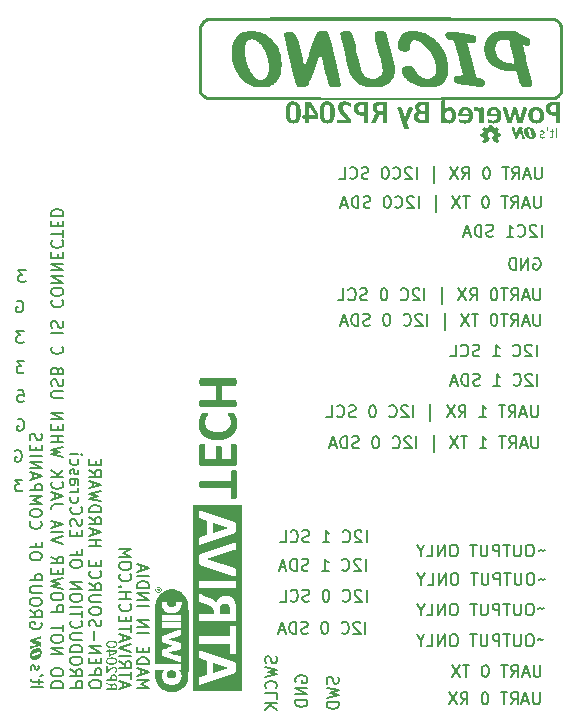
<source format=gbr>
%TF.GenerationSoftware,KiCad,Pcbnew,7.0.10*%
%TF.CreationDate,2024-02-09T23:31:33+05:30*%
%TF.ProjectId,rp2040-basic-m1,72703230-3430-42d6-9261-7369632d6d31,V2.2.1*%
%TF.SameCoordinates,Original*%
%TF.FileFunction,Legend,Bot*%
%TF.FilePolarity,Positive*%
%FSLAX46Y46*%
G04 Gerber Fmt 4.6, Leading zero omitted, Abs format (unit mm)*
G04 Created by KiCad (PCBNEW 7.0.10) date 2024-02-09 23:31:33*
%MOMM*%
%LPD*%
G01*
G04 APERTURE LIST*
%ADD10C,0.000000*%
%ADD11C,0.200000*%
%ADD12C,0.150000*%
G04 APERTURE END LIST*
D10*
G36*
X89323100Y-83091163D02*
G01*
X89348645Y-83092354D01*
X89373589Y-83094338D01*
X89397630Y-83097116D01*
X89420469Y-83100688D01*
X89441803Y-83105054D01*
X89461333Y-83110213D01*
X89478758Y-83116166D01*
X89493198Y-83122322D01*
X89507511Y-83129251D01*
X89521644Y-83136904D01*
X89535544Y-83145237D01*
X89549160Y-83154203D01*
X89562437Y-83163754D01*
X89575323Y-83173845D01*
X89587767Y-83184429D01*
X89599714Y-83195459D01*
X89611112Y-83206889D01*
X89621909Y-83218673D01*
X89632051Y-83230764D01*
X89641487Y-83243115D01*
X89650163Y-83255680D01*
X89658026Y-83268413D01*
X89665025Y-83281266D01*
X89671795Y-83295728D01*
X89677814Y-83311239D01*
X89683073Y-83327654D01*
X89687564Y-83344832D01*
X89691280Y-83362631D01*
X89694214Y-83380907D01*
X89696357Y-83399517D01*
X89697701Y-83418320D01*
X89698239Y-83437173D01*
X89697963Y-83455933D01*
X89696866Y-83474457D01*
X89694939Y-83492602D01*
X89692175Y-83510227D01*
X89688567Y-83527188D01*
X89684105Y-83543343D01*
X89678783Y-83558550D01*
X89672856Y-83572635D01*
X89666392Y-83586312D01*
X89659400Y-83599576D01*
X89651889Y-83612421D01*
X89643866Y-83624844D01*
X89635342Y-83636838D01*
X89626324Y-83648399D01*
X89616821Y-83659521D01*
X89606843Y-83670200D01*
X89596397Y-83680431D01*
X89585492Y-83690208D01*
X89574138Y-83699527D01*
X89562343Y-83708382D01*
X89550116Y-83716769D01*
X89537465Y-83724682D01*
X89524399Y-83732116D01*
X89510927Y-83739067D01*
X89497057Y-83745529D01*
X89482799Y-83751497D01*
X89468160Y-83756967D01*
X89453151Y-83761932D01*
X89437779Y-83766389D01*
X89422052Y-83770331D01*
X89405981Y-83773755D01*
X89389574Y-83776655D01*
X89372838Y-83779026D01*
X89355784Y-83780862D01*
X89338419Y-83782160D01*
X89320753Y-83782913D01*
X89302794Y-83783117D01*
X89284551Y-83782767D01*
X89266033Y-83781858D01*
X89245294Y-83780328D01*
X89224543Y-83778154D01*
X89204065Y-83775384D01*
X89184145Y-83772068D01*
X89165068Y-83768257D01*
X89147120Y-83763999D01*
X89130585Y-83759343D01*
X89115750Y-83754341D01*
X89102449Y-83748814D01*
X89088816Y-83742224D01*
X89074966Y-83734673D01*
X89061014Y-83726262D01*
X89047075Y-83717095D01*
X89033262Y-83707274D01*
X89019691Y-83696901D01*
X89006477Y-83686079D01*
X88993734Y-83674909D01*
X88981577Y-83663494D01*
X88970121Y-83651937D01*
X88959480Y-83640339D01*
X88949770Y-83628803D01*
X88941104Y-83617432D01*
X88933598Y-83606327D01*
X88927367Y-83595591D01*
X88919181Y-83577852D01*
X88912085Y-83559248D01*
X88906077Y-83539906D01*
X88901156Y-83519954D01*
X88897321Y-83499517D01*
X88894569Y-83478724D01*
X88892899Y-83457702D01*
X88892309Y-83436577D01*
X88892799Y-83415477D01*
X88894366Y-83394529D01*
X88897009Y-83373860D01*
X88900726Y-83353597D01*
X88905517Y-83333867D01*
X88911378Y-83314798D01*
X88918309Y-83296517D01*
X88926308Y-83279150D01*
X88932540Y-83268041D01*
X88940048Y-83256606D01*
X88948719Y-83244943D01*
X88958439Y-83233145D01*
X88969095Y-83221311D01*
X88980575Y-83209535D01*
X88992764Y-83197915D01*
X89005551Y-83186546D01*
X89018821Y-83175523D01*
X89032462Y-83164945D01*
X89046360Y-83154906D01*
X89060402Y-83145502D01*
X89074476Y-83136830D01*
X89088467Y-83128986D01*
X89102263Y-83122066D01*
X89115750Y-83116166D01*
X89133175Y-83110213D01*
X89152705Y-83105054D01*
X89174039Y-83100688D01*
X89196878Y-83097116D01*
X89220919Y-83094338D01*
X89245863Y-83092354D01*
X89271408Y-83091163D01*
X89297254Y-83090766D01*
X89323100Y-83091163D01*
G37*
G36*
X109836068Y-28983796D02*
G01*
X109941343Y-28988499D01*
X110046866Y-28995806D01*
X110149537Y-29005283D01*
X110246254Y-29016497D01*
X110333918Y-29029013D01*
X110409428Y-29042398D01*
X110469682Y-29056216D01*
X110605714Y-29098632D01*
X110743351Y-29151962D01*
X110881716Y-29215462D01*
X111019934Y-29288388D01*
X111157128Y-29369995D01*
X111292423Y-29459540D01*
X111424944Y-29556278D01*
X111553813Y-29659466D01*
X111678156Y-29768358D01*
X111797096Y-29882212D01*
X111909757Y-30000282D01*
X112015263Y-30121825D01*
X112112739Y-30246096D01*
X112201308Y-30372352D01*
X112280096Y-30499848D01*
X112348224Y-30627840D01*
X112441807Y-30832622D01*
X112522157Y-31037521D01*
X112589314Y-31241535D01*
X112643318Y-31443666D01*
X112684205Y-31642914D01*
X112712016Y-31838278D01*
X112726790Y-32028758D01*
X112728563Y-32213356D01*
X112717377Y-32391069D01*
X112693268Y-32560900D01*
X112656277Y-32721848D01*
X112606442Y-32872912D01*
X112543801Y-33013093D01*
X112468393Y-33141392D01*
X112425914Y-33200772D01*
X112380258Y-33256807D01*
X112331429Y-33309371D01*
X112279433Y-33358340D01*
X112214582Y-33411379D01*
X112145224Y-33460377D01*
X112071626Y-33505357D01*
X111994055Y-33546339D01*
X111912779Y-33583344D01*
X111828065Y-33616394D01*
X111740181Y-33645510D01*
X111649394Y-33670714D01*
X111460181Y-33709469D01*
X111262565Y-33732829D01*
X111058686Y-33740965D01*
X110850683Y-33734049D01*
X110640696Y-33712249D01*
X110430864Y-33675737D01*
X110223326Y-33624683D01*
X110020222Y-33559258D01*
X109823692Y-33479633D01*
X109635874Y-33385977D01*
X109545901Y-33333941D01*
X109458908Y-33278462D01*
X109375163Y-33219560D01*
X109294934Y-33157257D01*
X109243585Y-33112640D01*
X109192966Y-33064488D01*
X109143431Y-33013359D01*
X109095338Y-32959812D01*
X109049044Y-32904404D01*
X109004905Y-32847695D01*
X108963277Y-32790241D01*
X108924517Y-32732601D01*
X108888981Y-32675333D01*
X108857027Y-32618996D01*
X108829011Y-32564146D01*
X108805289Y-32511343D01*
X108786218Y-32461145D01*
X108772154Y-32414109D01*
X108763454Y-32370794D01*
X108761227Y-32350706D01*
X108760475Y-32331757D01*
X108761199Y-32308134D01*
X108763348Y-32284907D01*
X108766893Y-32262099D01*
X108771803Y-32239732D01*
X108778045Y-32217830D01*
X108785590Y-32196417D01*
X108794406Y-32175515D01*
X108804462Y-32155148D01*
X108815728Y-32135339D01*
X108828171Y-32116112D01*
X108841762Y-32097489D01*
X108856469Y-32079494D01*
X108872261Y-32062150D01*
X108889108Y-32045480D01*
X108906978Y-32029508D01*
X108925840Y-32014257D01*
X108945663Y-31999750D01*
X108966416Y-31986011D01*
X108988068Y-31973062D01*
X109010589Y-31960927D01*
X109033947Y-31949629D01*
X109058110Y-31939192D01*
X109083049Y-31929638D01*
X109108733Y-31920992D01*
X109135129Y-31913275D01*
X109162207Y-31906512D01*
X109189937Y-31900725D01*
X109218287Y-31895939D01*
X109247226Y-31892175D01*
X109276722Y-31889458D01*
X109306747Y-31887811D01*
X109337267Y-31887257D01*
X109388066Y-31888433D01*
X109435586Y-31892197D01*
X109458254Y-31895162D01*
X109480269Y-31898907D01*
X109501685Y-31903479D01*
X109522557Y-31908920D01*
X109542941Y-31915276D01*
X109562892Y-31922591D01*
X109582465Y-31930910D01*
X109601715Y-31940277D01*
X109620698Y-31950737D01*
X109639469Y-31962335D01*
X109658082Y-31975115D01*
X109676594Y-31989122D01*
X109695060Y-32004399D01*
X109713534Y-32020993D01*
X109732072Y-32038947D01*
X109750730Y-32058306D01*
X109769561Y-32079114D01*
X109788623Y-32101417D01*
X109827655Y-32150683D01*
X109868269Y-32206460D01*
X109910906Y-32269105D01*
X109956008Y-32338974D01*
X110004017Y-32416424D01*
X110036476Y-32467412D01*
X110066741Y-32513524D01*
X110095348Y-32555218D01*
X110122831Y-32592950D01*
X110149725Y-32627180D01*
X110176564Y-32658363D01*
X110203884Y-32686956D01*
X110232220Y-32713419D01*
X110262105Y-32738207D01*
X110294076Y-32761777D01*
X110328667Y-32784589D01*
X110366413Y-32807098D01*
X110407848Y-32829762D01*
X110453508Y-32853038D01*
X110503928Y-32877384D01*
X110559641Y-32903257D01*
X110631858Y-32934020D01*
X110703539Y-32958861D01*
X110774523Y-32977811D01*
X110844647Y-32990901D01*
X110913747Y-32998161D01*
X110981662Y-32999624D01*
X111048228Y-32995319D01*
X111113282Y-32985278D01*
X111176662Y-32969532D01*
X111238205Y-32948112D01*
X111297747Y-32921049D01*
X111355128Y-32888374D01*
X111410182Y-32850118D01*
X111462749Y-32806312D01*
X111512665Y-32756987D01*
X111559767Y-32702174D01*
X111575839Y-32680479D01*
X111590369Y-32658838D01*
X111603426Y-32636933D01*
X111615080Y-32614448D01*
X111625402Y-32591063D01*
X111634459Y-32566461D01*
X111642323Y-32540324D01*
X111649063Y-32512335D01*
X111654748Y-32482175D01*
X111659450Y-32449527D01*
X111663236Y-32414074D01*
X111666178Y-32375496D01*
X111668345Y-32333477D01*
X111669806Y-32287698D01*
X111670631Y-32237842D01*
X111670891Y-32183591D01*
X111662455Y-32009658D01*
X111639616Y-31833927D01*
X111603104Y-31657576D01*
X111553648Y-31481783D01*
X111491974Y-31307727D01*
X111418814Y-31136585D01*
X111334894Y-30969535D01*
X111240944Y-30807757D01*
X111137692Y-30652428D01*
X111025866Y-30504727D01*
X110906197Y-30365831D01*
X110779411Y-30236919D01*
X110646238Y-30119169D01*
X110507407Y-30013759D01*
X110363646Y-29921868D01*
X110215683Y-29844674D01*
X110155952Y-29816770D01*
X110101468Y-29792594D01*
X110051774Y-29772155D01*
X110006414Y-29755459D01*
X109964930Y-29742516D01*
X109926863Y-29733332D01*
X109891758Y-29727915D01*
X109875173Y-29726621D01*
X109859157Y-29726273D01*
X109843652Y-29726870D01*
X109828602Y-29728413D01*
X109813949Y-29730905D01*
X109799636Y-29734344D01*
X109785606Y-29738734D01*
X109771802Y-29744074D01*
X109758166Y-29750365D01*
X109744642Y-29757609D01*
X109717699Y-29774958D01*
X109690516Y-29796129D01*
X109662636Y-29821129D01*
X109633600Y-29849966D01*
X109615546Y-29868659D01*
X109599049Y-29887152D01*
X109584057Y-29905613D01*
X109570514Y-29924214D01*
X109558366Y-29943125D01*
X109547559Y-29962517D01*
X109538039Y-29982559D01*
X109529751Y-30003424D01*
X109522642Y-30025280D01*
X109516657Y-30048300D01*
X109511741Y-30072652D01*
X109507841Y-30098508D01*
X109504901Y-30126039D01*
X109502869Y-30155415D01*
X109501690Y-30186805D01*
X109501309Y-30220382D01*
X109500120Y-30272493D01*
X109496761Y-30324727D01*
X109491542Y-30375721D01*
X109484772Y-30424111D01*
X109476762Y-30468532D01*
X109467822Y-30507620D01*
X109463100Y-30524738D01*
X109458261Y-30540011D01*
X109453346Y-30553269D01*
X109448391Y-30564341D01*
X109435477Y-30585319D01*
X109419677Y-30604609D01*
X109401176Y-30622229D01*
X109380157Y-30638196D01*
X109356806Y-30652528D01*
X109331305Y-30665241D01*
X109303839Y-30676354D01*
X109274593Y-30685883D01*
X109243749Y-30693847D01*
X109211493Y-30700262D01*
X109178009Y-30705147D01*
X109143479Y-30708518D01*
X109072024Y-30710789D01*
X108998600Y-30707216D01*
X108924679Y-30697937D01*
X108851735Y-30683093D01*
X108781241Y-30662823D01*
X108747373Y-30650697D01*
X108714669Y-30637266D01*
X108683314Y-30622549D01*
X108653492Y-30606563D01*
X108625387Y-30589325D01*
X108599183Y-30570852D01*
X108575064Y-30551162D01*
X108553214Y-30530273D01*
X108533817Y-30508202D01*
X108517058Y-30484966D01*
X108504732Y-30464795D01*
X108493541Y-30443035D01*
X108483477Y-30419772D01*
X108474528Y-30395090D01*
X108459934Y-30341811D01*
X108449672Y-30283882D01*
X108443658Y-30221984D01*
X108441807Y-30156799D01*
X108444033Y-30089010D01*
X108450251Y-30019299D01*
X108460375Y-29948347D01*
X108474322Y-29876837D01*
X108492004Y-29805451D01*
X108513338Y-29734872D01*
X108538237Y-29665780D01*
X108566616Y-29598859D01*
X108598391Y-29534791D01*
X108633476Y-29474257D01*
X108655406Y-29439309D01*
X108677579Y-29405885D01*
X108700050Y-29373959D01*
X108722876Y-29343505D01*
X108746112Y-29314497D01*
X108769816Y-29286908D01*
X108794043Y-29260712D01*
X108818849Y-29235884D01*
X108844291Y-29212397D01*
X108870424Y-29190224D01*
X108897306Y-29169340D01*
X108924992Y-29149719D01*
X108953538Y-29131334D01*
X108983001Y-29114159D01*
X109013437Y-29098168D01*
X109044902Y-29083335D01*
X109077452Y-29069634D01*
X109111143Y-29057038D01*
X109146032Y-29045522D01*
X109182175Y-29035059D01*
X109219628Y-29025623D01*
X109258447Y-29017188D01*
X109298688Y-29009728D01*
X109340408Y-29003216D01*
X109383663Y-28997627D01*
X109428509Y-28992934D01*
X109523198Y-28986132D01*
X109624926Y-28982601D01*
X109734141Y-28982132D01*
X109836068Y-28983796D01*
G37*
G36*
X88233232Y-76175088D02*
G01*
X88237461Y-76175385D01*
X88241658Y-76175880D01*
X88245813Y-76176572D01*
X88249915Y-76177460D01*
X88253955Y-76178544D01*
X88257921Y-76179822D01*
X88261804Y-76181294D01*
X88265594Y-76182959D01*
X88269280Y-76184816D01*
X88272851Y-76186865D01*
X88276298Y-76189104D01*
X88279611Y-76191533D01*
X88282778Y-76194151D01*
X88285790Y-76196958D01*
X88288637Y-76199952D01*
X88291308Y-76203133D01*
X88294523Y-76207473D01*
X88297429Y-76211805D01*
X88300040Y-76216195D01*
X88302371Y-76220711D01*
X88304435Y-76225420D01*
X88306247Y-76230387D01*
X88307820Y-76235680D01*
X88309168Y-76241365D01*
X88310305Y-76247510D01*
X88311245Y-76254179D01*
X88312002Y-76261441D01*
X88312591Y-76269362D01*
X88313024Y-76278008D01*
X88313316Y-76287446D01*
X88313481Y-76297744D01*
X88313533Y-76308967D01*
X88313533Y-76387284D01*
X88186533Y-76387284D01*
X88059533Y-76387284D01*
X88059533Y-76360825D01*
X88059589Y-76356691D01*
X88059779Y-76353003D01*
X88059936Y-76351319D01*
X88060140Y-76349737D01*
X88060396Y-76348255D01*
X88060707Y-76346868D01*
X88061079Y-76345575D01*
X88061516Y-76344371D01*
X88062023Y-76343255D01*
X88062603Y-76342222D01*
X88063261Y-76341269D01*
X88064003Y-76340394D01*
X88064831Y-76339594D01*
X88065751Y-76338865D01*
X88066767Y-76338204D01*
X88067884Y-76337608D01*
X88069106Y-76337074D01*
X88070437Y-76336599D01*
X88071882Y-76336180D01*
X88073446Y-76335814D01*
X88075132Y-76335497D01*
X88076946Y-76335227D01*
X88078892Y-76335000D01*
X88080974Y-76334813D01*
X88085564Y-76334549D01*
X88090752Y-76334408D01*
X88096575Y-76334367D01*
X88186533Y-76334367D01*
X88228867Y-76334367D01*
X88242840Y-76334286D01*
X88248493Y-76334095D01*
X88253340Y-76333722D01*
X88255481Y-76333449D01*
X88257444Y-76333107D01*
X88259235Y-76332690D01*
X88260865Y-76332190D01*
X88262339Y-76331600D01*
X88263665Y-76330911D01*
X88264853Y-76330116D01*
X88265908Y-76329208D01*
X88266840Y-76328178D01*
X88267655Y-76327021D01*
X88268362Y-76325727D01*
X88268967Y-76324290D01*
X88269480Y-76322702D01*
X88269908Y-76320954D01*
X88270258Y-76319041D01*
X88270538Y-76316954D01*
X88270921Y-76312228D01*
X88271117Y-76306716D01*
X88271200Y-76293091D01*
X88271126Y-76288730D01*
X88270908Y-76284391D01*
X88270551Y-76280099D01*
X88270059Y-76275877D01*
X88269436Y-76271748D01*
X88268688Y-76267735D01*
X88267819Y-76263861D01*
X88266834Y-76260151D01*
X88265737Y-76256626D01*
X88264534Y-76253311D01*
X88263228Y-76250228D01*
X88261824Y-76247401D01*
X88260327Y-76244853D01*
X88258742Y-76242608D01*
X88257073Y-76240688D01*
X88255325Y-76239116D01*
X88254504Y-76238434D01*
X88253629Y-76237778D01*
X88251726Y-76236543D01*
X88249635Y-76235417D01*
X88247371Y-76234404D01*
X88244952Y-76233508D01*
X88242396Y-76232736D01*
X88239718Y-76232090D01*
X88236936Y-76231576D01*
X88234068Y-76231199D01*
X88231130Y-76230962D01*
X88228139Y-76230871D01*
X88225113Y-76230931D01*
X88222068Y-76231146D01*
X88219021Y-76231520D01*
X88215990Y-76232059D01*
X88212992Y-76232766D01*
X88208857Y-76233966D01*
X88206959Y-76234581D01*
X88205170Y-76235216D01*
X88203486Y-76235876D01*
X88201904Y-76236568D01*
X88200421Y-76237299D01*
X88199035Y-76238075D01*
X88197741Y-76238901D01*
X88196538Y-76239785D01*
X88195421Y-76240734D01*
X88194388Y-76241752D01*
X88193436Y-76242847D01*
X88192561Y-76244026D01*
X88191760Y-76245293D01*
X88191031Y-76246657D01*
X88190370Y-76248123D01*
X88189774Y-76249698D01*
X88189241Y-76251388D01*
X88188766Y-76253200D01*
X88188347Y-76255139D01*
X88187980Y-76257213D01*
X88187663Y-76259427D01*
X88187393Y-76261788D01*
X88186980Y-76266978D01*
X88186715Y-76272833D01*
X88186575Y-76279404D01*
X88186533Y-76286742D01*
X88186533Y-76334367D01*
X88096575Y-76334367D01*
X88102572Y-76334325D01*
X88107890Y-76334177D01*
X88112569Y-76333893D01*
X88116650Y-76333441D01*
X88118479Y-76333143D01*
X88120173Y-76332791D01*
X88121738Y-76332382D01*
X88123178Y-76331911D01*
X88124499Y-76331376D01*
X88125706Y-76330771D01*
X88126803Y-76330094D01*
X88127796Y-76329340D01*
X88128690Y-76328505D01*
X88129489Y-76327586D01*
X88130200Y-76326578D01*
X88130826Y-76325479D01*
X88131374Y-76324283D01*
X88131847Y-76322987D01*
X88132251Y-76321587D01*
X88132591Y-76320079D01*
X88133100Y-76316725D01*
X88133414Y-76312894D01*
X88133573Y-76308554D01*
X88133617Y-76303675D01*
X88133515Y-76299255D01*
X88133197Y-76295107D01*
X88132647Y-76291204D01*
X88132279Y-76289336D01*
X88131847Y-76287519D01*
X88131349Y-76285750D01*
X88130781Y-76284026D01*
X88130142Y-76282344D01*
X88129431Y-76280700D01*
X88128644Y-76279090D01*
X88127780Y-76277513D01*
X88126837Y-76275963D01*
X88125811Y-76274439D01*
X88124703Y-76272936D01*
X88123508Y-76271452D01*
X88122225Y-76269982D01*
X88120853Y-76268525D01*
X88117828Y-76265632D01*
X88114418Y-76262747D01*
X88110604Y-76259844D01*
X88106371Y-76256895D01*
X88101700Y-76253876D01*
X88096575Y-76250758D01*
X88091799Y-76247816D01*
X88087387Y-76244933D01*
X88083332Y-76242094D01*
X88079625Y-76239282D01*
X88076260Y-76236482D01*
X88073228Y-76233680D01*
X88070521Y-76230859D01*
X88068132Y-76228004D01*
X88066054Y-76225099D01*
X88064277Y-76222129D01*
X88063500Y-76220615D01*
X88062795Y-76219079D01*
X88062163Y-76217519D01*
X88061600Y-76215932D01*
X88061108Y-76214318D01*
X88060684Y-76212674D01*
X88060040Y-76209289D01*
X88059659Y-76205761D01*
X88059533Y-76202075D01*
X88059580Y-76196481D01*
X88059761Y-76191606D01*
X88059919Y-76189436D01*
X88060133Y-76187446D01*
X88060410Y-76185634D01*
X88060757Y-76184001D01*
X88061181Y-76182546D01*
X88061691Y-76181269D01*
X88062292Y-76180170D01*
X88062994Y-76179249D01*
X88063802Y-76178505D01*
X88064724Y-76177938D01*
X88065768Y-76177549D01*
X88066942Y-76177337D01*
X88068251Y-76177301D01*
X88069705Y-76177442D01*
X88071309Y-76177759D01*
X88073073Y-76178252D01*
X88075002Y-76178921D01*
X88077104Y-76179767D01*
X88079387Y-76180787D01*
X88081858Y-76181983D01*
X88087393Y-76184901D01*
X88093768Y-76188517D01*
X88101042Y-76192831D01*
X88109275Y-76197842D01*
X88145258Y-76220067D01*
X88169600Y-76197842D01*
X88172944Y-76194871D01*
X88176420Y-76192111D01*
X88180018Y-76189560D01*
X88183728Y-76187217D01*
X88187540Y-76185082D01*
X88191443Y-76183154D01*
X88195427Y-76181433D01*
X88199481Y-76179916D01*
X88203596Y-76178605D01*
X88207762Y-76177497D01*
X88211967Y-76176592D01*
X88216202Y-76175890D01*
X88220456Y-76175389D01*
X88224719Y-76175089D01*
X88228982Y-76174988D01*
X88233232Y-76175088D01*
G37*
G36*
X102209019Y-28977719D02*
G01*
X102253642Y-28978969D01*
X102293397Y-28980892D01*
X102328687Y-28983591D01*
X102359915Y-28987166D01*
X102387485Y-28991717D01*
X102411799Y-28997346D01*
X102433260Y-29004153D01*
X102452272Y-29012239D01*
X102469238Y-29021705D01*
X102484560Y-29032651D01*
X102498641Y-29045179D01*
X102511886Y-29059388D01*
X102524696Y-29075381D01*
X102537476Y-29093257D01*
X102613181Y-29315765D01*
X102750217Y-29805730D01*
X103120221Y-31237043D01*
X103471373Y-32685224D01*
X103584844Y-33196273D01*
X103627560Y-33448299D01*
X103627233Y-33475798D01*
X103626185Y-33500864D01*
X103624316Y-33523666D01*
X103621524Y-33544375D01*
X103617709Y-33563162D01*
X103615386Y-33571888D01*
X103612770Y-33580197D01*
X103609847Y-33588111D01*
X103606606Y-33595651D01*
X103603033Y-33602838D01*
X103599117Y-33609694D01*
X103594843Y-33616240D01*
X103590201Y-33622497D01*
X103585177Y-33628487D01*
X103579758Y-33634230D01*
X103573933Y-33639749D01*
X103567688Y-33645064D01*
X103561011Y-33650197D01*
X103553889Y-33655170D01*
X103538260Y-33664717D01*
X103520702Y-33673877D01*
X103501112Y-33682819D01*
X103479391Y-33691716D01*
X103436051Y-33705998D01*
X103386177Y-33717171D01*
X103330924Y-33725353D01*
X103271446Y-33730659D01*
X103208898Y-33733205D01*
X103144436Y-33733108D01*
X103079214Y-33730484D01*
X103014387Y-33725450D01*
X102951111Y-33718121D01*
X102890539Y-33708614D01*
X102833828Y-33697045D01*
X102782133Y-33683530D01*
X102736607Y-33668186D01*
X102698406Y-33651129D01*
X102682414Y-33641994D01*
X102668686Y-33632475D01*
X102657366Y-33622586D01*
X102648600Y-33612341D01*
X102640320Y-33597808D01*
X102629490Y-33572477D01*
X102600892Y-33491872D01*
X102564233Y-33375425D01*
X102520938Y-33228033D01*
X102472435Y-33054597D01*
X102420149Y-32860014D01*
X102365507Y-32649185D01*
X102309935Y-32427007D01*
X102089669Y-31550658D01*
X102020836Y-31283542D01*
X101972590Y-31107398D01*
X101939724Y-31004924D01*
X101927430Y-30975906D01*
X101917027Y-30958818D01*
X101907865Y-30951497D01*
X101899292Y-30951780D01*
X101881308Y-30966508D01*
X101875088Y-30977320D01*
X101864535Y-30999426D01*
X101831452Y-31075069D01*
X101784106Y-31188540D01*
X101724544Y-31334940D01*
X101576956Y-31706927D01*
X101405060Y-32151840D01*
X101076975Y-33003798D01*
X100958574Y-33302282D01*
X100891767Y-33458882D01*
X100883007Y-33476913D01*
X100873585Y-33494297D01*
X100863493Y-33511040D01*
X100852721Y-33527147D01*
X100841259Y-33542621D01*
X100829097Y-33557469D01*
X100816226Y-33571695D01*
X100802636Y-33585303D01*
X100788318Y-33598299D01*
X100773261Y-33610688D01*
X100757456Y-33622474D01*
X100740893Y-33633662D01*
X100723563Y-33644257D01*
X100705456Y-33654264D01*
X100686562Y-33663688D01*
X100666872Y-33672533D01*
X100646375Y-33680805D01*
X100625063Y-33688508D01*
X100602925Y-33695647D01*
X100579952Y-33702227D01*
X100556134Y-33708252D01*
X100531461Y-33713729D01*
X100505924Y-33718660D01*
X100479513Y-33723052D01*
X100452219Y-33726909D01*
X100424031Y-33730237D01*
X100394940Y-33733039D01*
X100364936Y-33735320D01*
X100302151Y-33738342D01*
X100235600Y-33739341D01*
X100177213Y-33738332D01*
X100150259Y-33736912D01*
X100124702Y-33734742D01*
X100100471Y-33731715D01*
X100077493Y-33727725D01*
X100055697Y-33722668D01*
X100035012Y-33716438D01*
X100015366Y-33708928D01*
X99996687Y-33700034D01*
X99978903Y-33689650D01*
X99961942Y-33677670D01*
X99945733Y-33663989D01*
X99930205Y-33648500D01*
X99915285Y-33631099D01*
X99900902Y-33611679D01*
X99886984Y-33590136D01*
X99873459Y-33566363D01*
X99860256Y-33540255D01*
X99847303Y-33511706D01*
X99834529Y-33480611D01*
X99821861Y-33446864D01*
X99809227Y-33410359D01*
X99796557Y-33370991D01*
X99770820Y-33283243D01*
X99744075Y-33182775D01*
X99715748Y-33068742D01*
X99685267Y-32940298D01*
X99182560Y-30807757D01*
X98921945Y-29680632D01*
X98812142Y-29188507D01*
X98813029Y-29182465D01*
X98815641Y-29176260D01*
X98819903Y-29169915D01*
X98825744Y-29163455D01*
X98833087Y-29156901D01*
X98841861Y-29150277D01*
X98851992Y-29143607D01*
X98863405Y-29136914D01*
X98889786Y-29123550D01*
X98920415Y-29110373D01*
X98954702Y-29097567D01*
X98992059Y-29085320D01*
X99031896Y-29073817D01*
X99073625Y-29063244D01*
X99116656Y-29053787D01*
X99160400Y-29045632D01*
X99204268Y-29038966D01*
X99247671Y-29033974D01*
X99290019Y-29030842D01*
X99330724Y-29029757D01*
X99357736Y-29030274D01*
X99383352Y-29031907D01*
X99407790Y-29034780D01*
X99431267Y-29039018D01*
X99454000Y-29044743D01*
X99476205Y-29052082D01*
X99498101Y-29061156D01*
X99519903Y-29072091D01*
X99541829Y-29085010D01*
X99564097Y-29100037D01*
X99586922Y-29117297D01*
X99610523Y-29136914D01*
X99635116Y-29159011D01*
X99660918Y-29183712D01*
X99688146Y-29211142D01*
X99717017Y-29241424D01*
X99760010Y-29288531D01*
X99800010Y-29337491D01*
X99837498Y-29389659D01*
X99855451Y-29417371D01*
X99872956Y-29446394D01*
X99890073Y-29476897D01*
X99906863Y-29509050D01*
X99939701Y-29578985D01*
X99971949Y-29657555D01*
X100004089Y-29746117D01*
X100036602Y-29846027D01*
X100069966Y-29958641D01*
X100104665Y-30085317D01*
X100141177Y-30227410D01*
X100179983Y-30386278D01*
X100221565Y-30563276D01*
X100314976Y-30977090D01*
X100388232Y-31296161D01*
X100452559Y-31561158D01*
X100501011Y-31745787D01*
X100517113Y-31799748D01*
X100526641Y-31823757D01*
X100532607Y-31829046D01*
X100535612Y-31831160D01*
X100538645Y-31832893D01*
X100541713Y-31834223D01*
X100544828Y-31835128D01*
X100547997Y-31835588D01*
X100551229Y-31835580D01*
X100554534Y-31835085D01*
X100557921Y-31834079D01*
X100561399Y-31832543D01*
X100564976Y-31830454D01*
X100568663Y-31827792D01*
X100572468Y-31824535D01*
X100576400Y-31820661D01*
X100580468Y-31816150D01*
X100589049Y-31805130D01*
X100598285Y-31791304D01*
X100608247Y-31774502D01*
X100619008Y-31754552D01*
X100630642Y-31731285D01*
X100643220Y-31704529D01*
X100656815Y-31674115D01*
X100671501Y-31639872D01*
X100687349Y-31601629D01*
X100704433Y-31559215D01*
X100722825Y-31512461D01*
X100742598Y-31461196D01*
X100786576Y-31344448D01*
X100836949Y-31207609D01*
X100894298Y-31049314D01*
X100959205Y-30868198D01*
X101032252Y-30662898D01*
X101114018Y-30432049D01*
X101299640Y-29911729D01*
X101463929Y-29476242D01*
X101532648Y-29304418D01*
X101589523Y-29170731D01*
X101632384Y-29080824D01*
X101647880Y-29054052D01*
X101659059Y-29040341D01*
X101663924Y-29036899D01*
X101669574Y-29033523D01*
X101683150Y-29026977D01*
X101699626Y-29020726D01*
X101718838Y-29014792D01*
X101740623Y-29009199D01*
X101764819Y-29003971D01*
X101791263Y-28999130D01*
X101819792Y-28994700D01*
X101850244Y-28990704D01*
X101882455Y-28987166D01*
X101916263Y-28984108D01*
X101951505Y-28981554D01*
X101988018Y-28979527D01*
X102025640Y-28978050D01*
X102064207Y-28977147D01*
X102103557Y-28976841D01*
X102209019Y-28977719D01*
G37*
G36*
X88204895Y-76022909D02*
G01*
X88221173Y-76024652D01*
X88237366Y-76027434D01*
X88253427Y-76031268D01*
X88269305Y-76036169D01*
X88284951Y-76042153D01*
X88300317Y-76049235D01*
X88315352Y-76057429D01*
X88330007Y-76066750D01*
X88344234Y-76077213D01*
X88357983Y-76088834D01*
X88362406Y-76092969D01*
X88366919Y-76097412D01*
X88371492Y-76102121D01*
X88376091Y-76107056D01*
X88380683Y-76112178D01*
X88385237Y-76117445D01*
X88389720Y-76122818D01*
X88394099Y-76128256D01*
X88398341Y-76133719D01*
X88402415Y-76139166D01*
X88406287Y-76144557D01*
X88409924Y-76149853D01*
X88413295Y-76155012D01*
X88416367Y-76159994D01*
X88419108Y-76164759D01*
X88421483Y-76169266D01*
X88425697Y-76178393D01*
X88429597Y-76188600D01*
X88433164Y-76199728D01*
X88436383Y-76211617D01*
X88439236Y-76224107D01*
X88441706Y-76237039D01*
X88443775Y-76250254D01*
X88445428Y-76263591D01*
X88446647Y-76276890D01*
X88447415Y-76289993D01*
X88447714Y-76302739D01*
X88447528Y-76314969D01*
X88446840Y-76326523D01*
X88445633Y-76337242D01*
X88443889Y-76346965D01*
X88441592Y-76355533D01*
X88435582Y-76372158D01*
X88428691Y-76388275D01*
X88420953Y-76403847D01*
X88412405Y-76418835D01*
X88403081Y-76433203D01*
X88393018Y-76446914D01*
X88382251Y-76459930D01*
X88370815Y-76472214D01*
X88358748Y-76483730D01*
X88346083Y-76494439D01*
X88332857Y-76504305D01*
X88319106Y-76513291D01*
X88304865Y-76521359D01*
X88290169Y-76528471D01*
X88275055Y-76534592D01*
X88259558Y-76539683D01*
X88247902Y-76543146D01*
X88236159Y-76546347D01*
X88224639Y-76549227D01*
X88213653Y-76551722D01*
X88203510Y-76553770D01*
X88194520Y-76555310D01*
X88186994Y-76556280D01*
X88183877Y-76556531D01*
X88181242Y-76556617D01*
X88171513Y-76556216D01*
X88161061Y-76555046D01*
X88157184Y-76554383D01*
X88150004Y-76553157D01*
X88138462Y-76550598D01*
X88126554Y-76547418D01*
X88114399Y-76543669D01*
X88102117Y-76539398D01*
X88089828Y-76534656D01*
X88077650Y-76529493D01*
X88065703Y-76523957D01*
X88054107Y-76518099D01*
X88042980Y-76511968D01*
X88032443Y-76505614D01*
X88022614Y-76499086D01*
X88013612Y-76492435D01*
X88005558Y-76485708D01*
X87990912Y-76471760D01*
X87977533Y-76457315D01*
X87965426Y-76442399D01*
X87954593Y-76427037D01*
X87945037Y-76411253D01*
X87936762Y-76395072D01*
X87929771Y-76378519D01*
X87924067Y-76361619D01*
X87919652Y-76344396D01*
X87916530Y-76326875D01*
X87914704Y-76309082D01*
X87914178Y-76291041D01*
X87914370Y-76286506D01*
X87976227Y-76286506D01*
X87976339Y-76301672D01*
X87977318Y-76316364D01*
X87979166Y-76330580D01*
X87981882Y-76344318D01*
X87985467Y-76357578D01*
X87989919Y-76370356D01*
X87995240Y-76382653D01*
X88001428Y-76394466D01*
X88008485Y-76405794D01*
X88016410Y-76416635D01*
X88025204Y-76426987D01*
X88034865Y-76436850D01*
X88045395Y-76446222D01*
X88056792Y-76455100D01*
X88069058Y-76463484D01*
X88076854Y-76468362D01*
X88084049Y-76472697D01*
X88090759Y-76476513D01*
X88097104Y-76479838D01*
X88103201Y-76482698D01*
X88109167Y-76485119D01*
X88115122Y-76487128D01*
X88121181Y-76488751D01*
X88127464Y-76490014D01*
X88134088Y-76490944D01*
X88141171Y-76491567D01*
X88148830Y-76491910D01*
X88157184Y-76491998D01*
X88166351Y-76491858D01*
X88176447Y-76491517D01*
X88187592Y-76491000D01*
X88206563Y-76489592D01*
X88215176Y-76488705D01*
X88223277Y-76487676D01*
X88230920Y-76486492D01*
X88238156Y-76485140D01*
X88245039Y-76483604D01*
X88251621Y-76481872D01*
X88257955Y-76479929D01*
X88264093Y-76477761D01*
X88270090Y-76475354D01*
X88275996Y-76472694D01*
X88281864Y-76469768D01*
X88287749Y-76466561D01*
X88293702Y-76463060D01*
X88299775Y-76459250D01*
X88307451Y-76453905D01*
X88314802Y-76448196D01*
X88321822Y-76442142D01*
X88328509Y-76435758D01*
X88334859Y-76429060D01*
X88340868Y-76422064D01*
X88346532Y-76414786D01*
X88351848Y-76407243D01*
X88356812Y-76399450D01*
X88361421Y-76391423D01*
X88365670Y-76383179D01*
X88369557Y-76374734D01*
X88373076Y-76366103D01*
X88376226Y-76357304D01*
X88379001Y-76348351D01*
X88381399Y-76339261D01*
X88383415Y-76330050D01*
X88385046Y-76320735D01*
X88386289Y-76311331D01*
X88387139Y-76301854D01*
X88387593Y-76292320D01*
X88387647Y-76282746D01*
X88387298Y-76273148D01*
X88386542Y-76263541D01*
X88385374Y-76253942D01*
X88383793Y-76244366D01*
X88381793Y-76234831D01*
X88379371Y-76225352D01*
X88376524Y-76215945D01*
X88373247Y-76206626D01*
X88369538Y-76197411D01*
X88365392Y-76188317D01*
X88362328Y-76182612D01*
X88359087Y-76177008D01*
X88355667Y-76171506D01*
X88352063Y-76166108D01*
X88348274Y-76160816D01*
X88344295Y-76155630D01*
X88340124Y-76150553D01*
X88335758Y-76145587D01*
X88331194Y-76140731D01*
X88326428Y-76135989D01*
X88321457Y-76131362D01*
X88316278Y-76126851D01*
X88310889Y-76122457D01*
X88305286Y-76118183D01*
X88299465Y-76114030D01*
X88293425Y-76110000D01*
X88285629Y-76105121D01*
X88278435Y-76100787D01*
X88271724Y-76096970D01*
X88265379Y-76093645D01*
X88259282Y-76090785D01*
X88253316Y-76088364D01*
X88247362Y-76086355D01*
X88241302Y-76084732D01*
X88235019Y-76083469D01*
X88228395Y-76082539D01*
X88221312Y-76081916D01*
X88213653Y-76081574D01*
X88205299Y-76081486D01*
X88196133Y-76081626D01*
X88186036Y-76081967D01*
X88174892Y-76082483D01*
X88163919Y-76083261D01*
X88153228Y-76084401D01*
X88142822Y-76085901D01*
X88132703Y-76087757D01*
X88122874Y-76089965D01*
X88113337Y-76092522D01*
X88104096Y-76095426D01*
X88095153Y-76098673D01*
X88086511Y-76102259D01*
X88078172Y-76106181D01*
X88070139Y-76110436D01*
X88062415Y-76115021D01*
X88055003Y-76119932D01*
X88047905Y-76125167D01*
X88041124Y-76130720D01*
X88034663Y-76136591D01*
X88028524Y-76142774D01*
X88022710Y-76149268D01*
X88017225Y-76156068D01*
X88012070Y-76163171D01*
X88007248Y-76170574D01*
X88002762Y-76178274D01*
X87998615Y-76186268D01*
X87994810Y-76194551D01*
X87991348Y-76203121D01*
X87988234Y-76211975D01*
X87985469Y-76221109D01*
X87983056Y-76230520D01*
X87980999Y-76240205D01*
X87979299Y-76250159D01*
X87977960Y-76260381D01*
X87976983Y-76270867D01*
X87976227Y-76286506D01*
X87914370Y-76286506D01*
X87914953Y-76272776D01*
X87917034Y-76254313D01*
X87920424Y-76235677D01*
X87925125Y-76216891D01*
X87930800Y-76199580D01*
X87937474Y-76182978D01*
X87945097Y-76167101D01*
X87953621Y-76151963D01*
X87962996Y-76137579D01*
X87973173Y-76123965D01*
X87984103Y-76111134D01*
X87995736Y-76099102D01*
X88008023Y-76087885D01*
X88020915Y-76077496D01*
X88034363Y-76067951D01*
X88048317Y-76059264D01*
X88062729Y-76051451D01*
X88077549Y-76044527D01*
X88092728Y-76038506D01*
X88108217Y-76033403D01*
X88123966Y-76029234D01*
X88139926Y-76026013D01*
X88156048Y-76023755D01*
X88172283Y-76022475D01*
X88188582Y-76022188D01*
X88204895Y-76022909D01*
G37*
G36*
X104254280Y-28977554D02*
G01*
X104295008Y-28978690D01*
X104330937Y-28980561D01*
X104362495Y-28983333D01*
X104390107Y-28987166D01*
X104414199Y-28992223D01*
X104435199Y-28998669D01*
X104453533Y-29006664D01*
X104461833Y-29011294D01*
X104469626Y-29016373D01*
X104483906Y-29027958D01*
X104496797Y-29041581D01*
X104508728Y-29057405D01*
X104520124Y-29075594D01*
X104531411Y-29096310D01*
X104543016Y-29119716D01*
X104564878Y-29164934D01*
X104586942Y-29215803D01*
X104609408Y-29273137D01*
X104632479Y-29337749D01*
X104656356Y-29410454D01*
X104681241Y-29492065D01*
X104707335Y-29583397D01*
X104734839Y-29685263D01*
X104794887Y-29923852D01*
X104862997Y-30214346D01*
X104940780Y-30563255D01*
X105029850Y-30977090D01*
X105131467Y-31429631D01*
X105224650Y-31801433D01*
X105269319Y-31960040D01*
X105313368Y-32102045D01*
X105357293Y-32228639D01*
X105401590Y-32341017D01*
X105446755Y-32440373D01*
X105493284Y-32527900D01*
X105541674Y-32604792D01*
X105592421Y-32672243D01*
X105646020Y-32731446D01*
X105702967Y-32783595D01*
X105763759Y-32829885D01*
X105828893Y-32871507D01*
X105859476Y-32889621D01*
X105889757Y-32906285D01*
X105919805Y-32921539D01*
X105949690Y-32935421D01*
X105979483Y-32947969D01*
X106009252Y-32959223D01*
X106039068Y-32969221D01*
X106069001Y-32978002D01*
X106099119Y-32985605D01*
X106129493Y-32992068D01*
X106160193Y-32997431D01*
X106191288Y-33001732D01*
X106222848Y-33005009D01*
X106254943Y-33007302D01*
X106287642Y-33008650D01*
X106321016Y-33009090D01*
X106372160Y-33008328D01*
X106420607Y-33005969D01*
X106466635Y-33001905D01*
X106510524Y-32996027D01*
X106552552Y-32988226D01*
X106593000Y-32978395D01*
X106632145Y-32966424D01*
X106670266Y-32952205D01*
X106707644Y-32935630D01*
X106744556Y-32916590D01*
X106781283Y-32894976D01*
X106818102Y-32870680D01*
X106855294Y-32843594D01*
X106893136Y-32813609D01*
X106931909Y-32780616D01*
X106971891Y-32744507D01*
X106997747Y-32719482D01*
X107021728Y-32693881D01*
X107043817Y-32667499D01*
X107063999Y-32640131D01*
X107082259Y-32611573D01*
X107098581Y-32581622D01*
X107112950Y-32550071D01*
X107125350Y-32516717D01*
X107135765Y-32481356D01*
X107144181Y-32443783D01*
X107150581Y-32403793D01*
X107154950Y-32361182D01*
X107157273Y-32315745D01*
X107157534Y-32267279D01*
X107155717Y-32215579D01*
X107151808Y-32160439D01*
X107145790Y-32101657D01*
X107137649Y-32039027D01*
X107127368Y-31972345D01*
X107114932Y-31901406D01*
X107100325Y-31826007D01*
X107083533Y-31745942D01*
X107043329Y-31570997D01*
X106994195Y-31374938D01*
X106936007Y-31156129D01*
X106868642Y-30912933D01*
X106791975Y-30643716D01*
X106686699Y-30272710D01*
X106604617Y-29958693D01*
X106545106Y-29697634D01*
X106523622Y-29585704D01*
X106507548Y-29485502D01*
X106496807Y-29396524D01*
X106491321Y-29318267D01*
X106491014Y-29250226D01*
X106495807Y-29191897D01*
X106505623Y-29142777D01*
X106520384Y-29102363D01*
X106540013Y-29070149D01*
X106564433Y-29045632D01*
X106575751Y-29038843D01*
X106589743Y-29032371D01*
X106625029Y-29020404D01*
X106668857Y-29009786D01*
X106719793Y-29000570D01*
X106776403Y-28992812D01*
X106837254Y-28986566D01*
X106900910Y-28981886D01*
X106965938Y-28978825D01*
X107030905Y-28977439D01*
X107094375Y-28977781D01*
X107154915Y-28979906D01*
X107211091Y-28983869D01*
X107261470Y-28989723D01*
X107304616Y-28997522D01*
X107339096Y-29007321D01*
X107352638Y-29012987D01*
X107363476Y-29019174D01*
X107369666Y-29023629D01*
X107376291Y-29029013D01*
X107383288Y-29035266D01*
X107390594Y-29042325D01*
X107398149Y-29050128D01*
X107405890Y-29058613D01*
X107413756Y-29067719D01*
X107421683Y-29077382D01*
X107429610Y-29087542D01*
X107437475Y-29098135D01*
X107445216Y-29109101D01*
X107452771Y-29120377D01*
X107460078Y-29131901D01*
X107467075Y-29143611D01*
X107473700Y-29155444D01*
X107479891Y-29167340D01*
X107538006Y-29340425D01*
X107635251Y-29689810D01*
X107889334Y-30684064D01*
X108126550Y-31683280D01*
X108202711Y-32038865D01*
X108231308Y-32220631D01*
X108226841Y-32324040D01*
X108213676Y-32427534D01*
X108192171Y-32530578D01*
X108162682Y-32632638D01*
X108125565Y-32733178D01*
X108081178Y-32831664D01*
X108029876Y-32927562D01*
X107972016Y-33020335D01*
X107907955Y-33109450D01*
X107838050Y-33194371D01*
X107762656Y-33274564D01*
X107682132Y-33349494D01*
X107596832Y-33418625D01*
X107507114Y-33481424D01*
X107413334Y-33537354D01*
X107315849Y-33585882D01*
X107271618Y-33605620D01*
X107229643Y-33623234D01*
X107189078Y-33638832D01*
X107149080Y-33652524D01*
X107108802Y-33664417D01*
X107067400Y-33674621D01*
X107024029Y-33683243D01*
X106977845Y-33690392D01*
X106928002Y-33696178D01*
X106873655Y-33700707D01*
X106813960Y-33704089D01*
X106748071Y-33706433D01*
X106675144Y-33707846D01*
X106594334Y-33708438D01*
X106405684Y-33707590D01*
X106264213Y-33706304D01*
X106132904Y-33702257D01*
X106010882Y-33695172D01*
X105897270Y-33684770D01*
X105791192Y-33670771D01*
X105691773Y-33652896D01*
X105598137Y-33630866D01*
X105509407Y-33604403D01*
X105424708Y-33573226D01*
X105343164Y-33537058D01*
X105263899Y-33495618D01*
X105186037Y-33448629D01*
X105108702Y-33395811D01*
X105031018Y-33336884D01*
X104952109Y-33271570D01*
X104871100Y-33199590D01*
X104793572Y-33125747D01*
X104721424Y-33050369D01*
X104654206Y-32972418D01*
X104591469Y-32890855D01*
X104532762Y-32804640D01*
X104477636Y-32712736D01*
X104425641Y-32614104D01*
X104376329Y-32507705D01*
X104329249Y-32392500D01*
X104283953Y-32267451D01*
X104239989Y-32131519D01*
X104196909Y-31983665D01*
X104154263Y-31822850D01*
X104111602Y-31648037D01*
X104068475Y-31458185D01*
X104024434Y-31252257D01*
X103939767Y-30852488D01*
X103851132Y-30447262D01*
X103768449Y-30084701D01*
X103701642Y-29812924D01*
X103652777Y-29605970D01*
X103612346Y-29419356D01*
X103596688Y-29340033D01*
X103584812Y-29273422D01*
X103577278Y-29222066D01*
X103574642Y-29188507D01*
X103575186Y-29175330D01*
X103576819Y-29162585D01*
X103579548Y-29150273D01*
X103583376Y-29138392D01*
X103588308Y-29126941D01*
X103594350Y-29115919D01*
X103601507Y-29105325D01*
X103609782Y-29095159D01*
X103619182Y-29085419D01*
X103629710Y-29076105D01*
X103641372Y-29067215D01*
X103654172Y-29058748D01*
X103668116Y-29050704D01*
X103683208Y-29043081D01*
X103699453Y-29035879D01*
X103716856Y-29029096D01*
X103735422Y-29022732D01*
X103755155Y-29016785D01*
X103776060Y-29011256D01*
X103798143Y-29006141D01*
X103821408Y-29001442D01*
X103845860Y-28997156D01*
X103871503Y-28993283D01*
X103898344Y-28989822D01*
X103926385Y-28986772D01*
X103955633Y-28984131D01*
X103986093Y-28981899D01*
X104017768Y-28980076D01*
X104050664Y-28978659D01*
X104084786Y-28977648D01*
X104156725Y-28976841D01*
X104254280Y-28977554D01*
G37*
G36*
X119412599Y-31723215D02*
G01*
X119572259Y-32349864D01*
X119701657Y-32882752D01*
X119788390Y-33265819D01*
X119811882Y-33383651D01*
X119820058Y-33443007D01*
X119819518Y-33459686D01*
X119817910Y-33475984D01*
X119815253Y-33491890D01*
X119811562Y-33507396D01*
X119806856Y-33522490D01*
X119801152Y-33537164D01*
X119794467Y-33551407D01*
X119786819Y-33565211D01*
X119778226Y-33578565D01*
X119768704Y-33591460D01*
X119758272Y-33603886D01*
X119746946Y-33615833D01*
X119734744Y-33627292D01*
X119721684Y-33638253D01*
X119707782Y-33648707D01*
X119693058Y-33658642D01*
X119677527Y-33668051D01*
X119661207Y-33676923D01*
X119644116Y-33685248D01*
X119626271Y-33693018D01*
X119607690Y-33700221D01*
X119588390Y-33706849D01*
X119568388Y-33712892D01*
X119547702Y-33718339D01*
X119526350Y-33723182D01*
X119504348Y-33727411D01*
X119481715Y-33731016D01*
X119458467Y-33733987D01*
X119434623Y-33736315D01*
X119410199Y-33737989D01*
X119385213Y-33739001D01*
X119359682Y-33739341D01*
X119279385Y-33737832D01*
X119242134Y-33735783D01*
X119206700Y-33732726D01*
X119172993Y-33728553D01*
X119140929Y-33723156D01*
X119110418Y-33716425D01*
X119081374Y-33708252D01*
X119053710Y-33698529D01*
X119027339Y-33687147D01*
X119002173Y-33673998D01*
X118978125Y-33658973D01*
X118955108Y-33641964D01*
X118933035Y-33622862D01*
X118911818Y-33601558D01*
X118891370Y-33577944D01*
X118871605Y-33551912D01*
X118852435Y-33523353D01*
X118833772Y-33492159D01*
X118815530Y-33458220D01*
X118797621Y-33421429D01*
X118779959Y-33381677D01*
X118762455Y-33338855D01*
X118745023Y-33292856D01*
X118710025Y-33190888D01*
X118674268Y-33074905D01*
X118637053Y-32944040D01*
X118597683Y-32797423D01*
X118486558Y-32363507D01*
X118153183Y-32363507D01*
X117939616Y-32357962D01*
X117733746Y-32341472D01*
X117535953Y-32314254D01*
X117346617Y-32276525D01*
X117166117Y-32228502D01*
X116994834Y-32170402D01*
X116833148Y-32102443D01*
X116681437Y-32024840D01*
X116540083Y-31937812D01*
X116409464Y-31841575D01*
X116289961Y-31736346D01*
X116181954Y-31622343D01*
X116085821Y-31499782D01*
X116001944Y-31368880D01*
X115930702Y-31229855D01*
X115872474Y-31082923D01*
X115847482Y-31003536D01*
X115826079Y-30920598D01*
X115808257Y-30834776D01*
X115794009Y-30746737D01*
X115783326Y-30657149D01*
X115776201Y-30566676D01*
X115772626Y-30475987D01*
X115772616Y-30447490D01*
X116706108Y-30447490D01*
X116708448Y-30507824D01*
X116713850Y-30569632D01*
X116725811Y-30650793D01*
X116741827Y-30729529D01*
X116761858Y-30805769D01*
X116785866Y-30879442D01*
X116813811Y-30950481D01*
X116845655Y-31018814D01*
X116881360Y-31084372D01*
X116920886Y-31147085D01*
X116964194Y-31206884D01*
X117011247Y-31263698D01*
X117062005Y-31317458D01*
X117116429Y-31368095D01*
X117174481Y-31415538D01*
X117236122Y-31459717D01*
X117301313Y-31500563D01*
X117370016Y-31538007D01*
X117407222Y-31554444D01*
X117456078Y-31571772D01*
X117514717Y-31589643D01*
X117581269Y-31607708D01*
X117730645Y-31643024D01*
X117889261Y-31674929D01*
X118042172Y-31700633D01*
X118174432Y-31717345D01*
X118228149Y-31721457D01*
X118271098Y-31722275D01*
X118301413Y-31719450D01*
X118311248Y-31716562D01*
X118317225Y-31712632D01*
X118318420Y-31710441D01*
X118319039Y-31705891D01*
X118318589Y-31689957D01*
X118315969Y-31665309D01*
X118311272Y-31632430D01*
X118296017Y-31543898D01*
X118273568Y-31428205D01*
X118244671Y-31289196D01*
X118210068Y-31130714D01*
X118170505Y-30956606D01*
X118126725Y-30770715D01*
X117977235Y-30109257D01*
X117931759Y-29900071D01*
X117915057Y-29812924D01*
X117914079Y-29806463D01*
X117911199Y-29799987D01*
X117906498Y-29793516D01*
X117900061Y-29787065D01*
X117891969Y-29780654D01*
X117882304Y-29774299D01*
X117871148Y-29768017D01*
X117858585Y-29761826D01*
X117829565Y-29749788D01*
X117795902Y-29738324D01*
X117758254Y-29727572D01*
X117717281Y-29717674D01*
X117673642Y-29708767D01*
X117627995Y-29700992D01*
X117580999Y-29694489D01*
X117533313Y-29689396D01*
X117485597Y-29685854D01*
X117438508Y-29684001D01*
X117392706Y-29683978D01*
X117348850Y-29685924D01*
X117326375Y-29688456D01*
X117302754Y-29692042D01*
X117278203Y-29696621D01*
X117252938Y-29702129D01*
X117227177Y-29708506D01*
X117201137Y-29715689D01*
X117175036Y-29723617D01*
X117149089Y-29732226D01*
X117123514Y-29741455D01*
X117098529Y-29751243D01*
X117074349Y-29761527D01*
X117051193Y-29772244D01*
X117029277Y-29783334D01*
X117008818Y-29794734D01*
X116990034Y-29806382D01*
X116973141Y-29818216D01*
X116954600Y-29831995D01*
X116936684Y-29846537D01*
X116919398Y-29861826D01*
X116902747Y-29877850D01*
X116886735Y-29894595D01*
X116871368Y-29912047D01*
X116856649Y-29930193D01*
X116842585Y-29949019D01*
X116829180Y-29968511D01*
X116816438Y-29988657D01*
X116804365Y-30009442D01*
X116792966Y-30030853D01*
X116782244Y-30052877D01*
X116772206Y-30075499D01*
X116762855Y-30098707D01*
X116754198Y-30122486D01*
X116738981Y-30171705D01*
X116726592Y-30223049D01*
X116717072Y-30276407D01*
X116710459Y-30331672D01*
X116706792Y-30388736D01*
X116706108Y-30447490D01*
X115772616Y-30447490D01*
X115772594Y-30385747D01*
X115776096Y-30296623D01*
X115783126Y-30209282D01*
X115793674Y-30124391D01*
X115807734Y-30042615D01*
X115825297Y-29964623D01*
X115846357Y-29891080D01*
X115870904Y-29822652D01*
X115898932Y-29760008D01*
X115929415Y-29702042D01*
X115964944Y-29643549D01*
X116004984Y-29584995D01*
X116049001Y-29526843D01*
X116096459Y-29469560D01*
X116146824Y-29413610D01*
X116199561Y-29359458D01*
X116254136Y-29307570D01*
X116310012Y-29258410D01*
X116366656Y-29212444D01*
X116423532Y-29170136D01*
X116480106Y-29131952D01*
X116535843Y-29098358D01*
X116590208Y-29069817D01*
X116642666Y-29046795D01*
X116692683Y-29029757D01*
X116717344Y-29024804D01*
X116749330Y-29019897D01*
X116833325Y-29010410D01*
X116940760Y-29001666D01*
X117067729Y-28994039D01*
X117210325Y-28987899D01*
X117364642Y-28983621D01*
X117526771Y-28981574D01*
X117692808Y-28982132D01*
X117958642Y-28982421D01*
X118160541Y-28984447D01*
X118309979Y-28989945D01*
X118368610Y-28994540D01*
X118418428Y-29000653D01*
X118460866Y-29008502D01*
X118497358Y-29018305D01*
X118529339Y-29030279D01*
X118558243Y-29044640D01*
X118585504Y-29061605D01*
X118612555Y-29081392D01*
X118671766Y-29130299D01*
X118689713Y-29145471D01*
X118709676Y-29161139D01*
X118731437Y-29177180D01*
X118754779Y-29193468D01*
X118779486Y-29209880D01*
X118805339Y-29226293D01*
X118832123Y-29242581D01*
X118859620Y-29258622D01*
X118887613Y-29274290D01*
X118915886Y-29289462D01*
X118944220Y-29304014D01*
X118972399Y-29317822D01*
X119000206Y-29330762D01*
X119027424Y-29342710D01*
X119053836Y-29353541D01*
X119079224Y-29363133D01*
X119160757Y-29394239D01*
X119234894Y-29424214D01*
X119301932Y-29453290D01*
X119362163Y-29481699D01*
X119415884Y-29509674D01*
X119463387Y-29537447D01*
X119504969Y-29565252D01*
X119540922Y-29593320D01*
X119571543Y-29621884D01*
X119597126Y-29651176D01*
X119617964Y-29681430D01*
X119634354Y-29712878D01*
X119646588Y-29745752D01*
X119654962Y-29780285D01*
X119659771Y-29816709D01*
X119661308Y-29855257D01*
X119660799Y-29889238D01*
X119659278Y-29921723D01*
X119656760Y-29952704D01*
X119653257Y-29982174D01*
X119648781Y-30010125D01*
X119643344Y-30036548D01*
X119636960Y-30061437D01*
X119629641Y-30084783D01*
X119621399Y-30106579D01*
X119612248Y-30126816D01*
X119602199Y-30145488D01*
X119591266Y-30162587D01*
X119579460Y-30178104D01*
X119566796Y-30192032D01*
X119553284Y-30204364D01*
X119538938Y-30215090D01*
X119523771Y-30224205D01*
X119507794Y-30231699D01*
X119491021Y-30237566D01*
X119473464Y-30241797D01*
X119455136Y-30244384D01*
X119436049Y-30245321D01*
X119416216Y-30244599D01*
X119395650Y-30242210D01*
X119374362Y-30238147D01*
X119352367Y-30232402D01*
X119329675Y-30224967D01*
X119306301Y-30215834D01*
X119282256Y-30204997D01*
X119257553Y-30192446D01*
X119232205Y-30178174D01*
X119206225Y-30162173D01*
X119193278Y-30153498D01*
X119180293Y-30145358D01*
X119167355Y-30137791D01*
X119154548Y-30130837D01*
X119141959Y-30124534D01*
X119129671Y-30118921D01*
X119117771Y-30114036D01*
X119106344Y-30109919D01*
X119095476Y-30106608D01*
X119085250Y-30104141D01*
X119075753Y-30102559D01*
X119067070Y-30101899D01*
X119059286Y-30102200D01*
X119055758Y-30102723D01*
X119052487Y-30103500D01*
X119049483Y-30104538D01*
X119046757Y-30105840D01*
X119044320Y-30107412D01*
X119042183Y-30109257D01*
X119041285Y-30120465D01*
X119044426Y-30147570D01*
X119062109Y-30246096D01*
X119093808Y-30398077D01*
X119138094Y-30596752D01*
X119193543Y-30835363D01*
X119258728Y-31107150D01*
X119332222Y-31405354D01*
X119408219Y-31705891D01*
X119412599Y-31723215D01*
G37*
G36*
X89394809Y-76235338D02*
G01*
X89446727Y-76236140D01*
X89488500Y-76237637D01*
X89523341Y-76240175D01*
X89539165Y-76241943D01*
X89554460Y-76244102D01*
X89585071Y-76249766D01*
X89618386Y-76257514D01*
X89657617Y-76267692D01*
X89761205Y-76298983D01*
X89860697Y-76336746D01*
X89955891Y-76380757D01*
X90046587Y-76430791D01*
X90132582Y-76486623D01*
X90213676Y-76548028D01*
X90289665Y-76614782D01*
X90360350Y-76686659D01*
X90425528Y-76763436D01*
X90484998Y-76844886D01*
X90538558Y-76930786D01*
X90586006Y-77020911D01*
X90627142Y-77115035D01*
X90661764Y-77212934D01*
X90689670Y-77314383D01*
X90710658Y-77419158D01*
X90723590Y-78450917D01*
X90727591Y-80593232D01*
X90722862Y-82733364D01*
X90709600Y-83758575D01*
X90687175Y-83862753D01*
X90657750Y-83963602D01*
X90621540Y-84060891D01*
X90578763Y-84154391D01*
X90529637Y-84243873D01*
X90474377Y-84329107D01*
X90413201Y-84409864D01*
X90346327Y-84485914D01*
X90273971Y-84557028D01*
X90196350Y-84622977D01*
X90113681Y-84683530D01*
X90026181Y-84738459D01*
X89934068Y-84787534D01*
X89837558Y-84830526D01*
X89736869Y-84867205D01*
X89632217Y-84897341D01*
X89606606Y-84903193D01*
X89577700Y-84908439D01*
X89545947Y-84913068D01*
X89511798Y-84917069D01*
X89438107Y-84923144D01*
X89360225Y-84926578D01*
X89281747Y-84927283D01*
X89206270Y-84925172D01*
X89170782Y-84923034D01*
X89137392Y-84920160D01*
X89106551Y-84916538D01*
X89078708Y-84912158D01*
X88975868Y-84890042D01*
X88876252Y-84861137D01*
X88780085Y-84825649D01*
X88687588Y-84783785D01*
X88598986Y-84735751D01*
X88514501Y-84681753D01*
X88434357Y-84621998D01*
X88358777Y-84556690D01*
X88287985Y-84486037D01*
X88222203Y-84410245D01*
X88161654Y-84329520D01*
X88106563Y-84244069D01*
X88057152Y-84154096D01*
X88013645Y-84059809D01*
X87976264Y-83961414D01*
X87945233Y-83859116D01*
X87936796Y-83826054D01*
X87933332Y-83810708D01*
X87930317Y-83795435D01*
X87927712Y-83779696D01*
X87925476Y-83762955D01*
X87923569Y-83744672D01*
X87921950Y-83724311D01*
X87920579Y-83701333D01*
X87919416Y-83675200D01*
X87918420Y-83645374D01*
X87917551Y-83611318D01*
X87916034Y-83528360D01*
X87914542Y-83422025D01*
X87909250Y-83086533D01*
X88690300Y-83086533D01*
X88629975Y-83148975D01*
X88609891Y-83170379D01*
X88591294Y-83192172D01*
X88574158Y-83214417D01*
X88558455Y-83237180D01*
X88544160Y-83260526D01*
X88531246Y-83284520D01*
X88519688Y-83309227D01*
X88509457Y-83334712D01*
X88500529Y-83361041D01*
X88492877Y-83388278D01*
X88486475Y-83416488D01*
X88481296Y-83445738D01*
X88477313Y-83476091D01*
X88474501Y-83507613D01*
X88472833Y-83540369D01*
X88472283Y-83574425D01*
X88473335Y-83617607D01*
X88476464Y-83659823D01*
X88481635Y-83701039D01*
X88488811Y-83741226D01*
X88497957Y-83780351D01*
X88509035Y-83818384D01*
X88522008Y-83855293D01*
X88536842Y-83891048D01*
X88553498Y-83925617D01*
X88571941Y-83958968D01*
X88592135Y-83991071D01*
X88614042Y-84021895D01*
X88637627Y-84051408D01*
X88662853Y-84079578D01*
X88689683Y-84106376D01*
X88718081Y-84131769D01*
X88748011Y-84155727D01*
X88779437Y-84178218D01*
X88812321Y-84199211D01*
X88846627Y-84218675D01*
X88882320Y-84236578D01*
X88919362Y-84252890D01*
X88957717Y-84267579D01*
X88997349Y-84280614D01*
X89038221Y-84291964D01*
X89080297Y-84301598D01*
X89123540Y-84309483D01*
X89167914Y-84315591D01*
X89213383Y-84319888D01*
X89259910Y-84322344D01*
X89307458Y-84322928D01*
X89355991Y-84321608D01*
X89392733Y-84319457D01*
X89428018Y-84316556D01*
X89461955Y-84312874D01*
X89494650Y-84308379D01*
X89526210Y-84303041D01*
X89556742Y-84296828D01*
X89586353Y-84289710D01*
X89615151Y-84281656D01*
X89643241Y-84272634D01*
X89670732Y-84262614D01*
X89697730Y-84251565D01*
X89724341Y-84239455D01*
X89750674Y-84226254D01*
X89776834Y-84211930D01*
X89802929Y-84196453D01*
X89829067Y-84179791D01*
X89862848Y-84156157D01*
X89894725Y-84130916D01*
X89924679Y-84104096D01*
X89952693Y-84075727D01*
X89978747Y-84045840D01*
X90002823Y-84014462D01*
X90024903Y-83981624D01*
X90044967Y-83947355D01*
X90062997Y-83911684D01*
X90078974Y-83874642D01*
X90092880Y-83836257D01*
X90104696Y-83796559D01*
X90114404Y-83755577D01*
X90121985Y-83713341D01*
X90127420Y-83669881D01*
X90130692Y-83625225D01*
X90131908Y-83588726D01*
X90131593Y-83553058D01*
X90129752Y-83518229D01*
X90126392Y-83484251D01*
X90121519Y-83451136D01*
X90115139Y-83418893D01*
X90107258Y-83387534D01*
X90097883Y-83357070D01*
X90087020Y-83327510D01*
X90074674Y-83298867D01*
X90060853Y-83271152D01*
X90045562Y-83244374D01*
X90028807Y-83218544D01*
X90010595Y-83193675D01*
X89990933Y-83169776D01*
X89969825Y-83146858D01*
X89910558Y-83086533D01*
X90112700Y-83086533D01*
X90112700Y-82546783D01*
X90100968Y-82546783D01*
X87911367Y-82546783D01*
X87911367Y-81874741D01*
X88493450Y-81874741D01*
X89290375Y-82164725D01*
X90100000Y-82460000D01*
X90100968Y-82460124D01*
X90101886Y-82459887D01*
X90102757Y-82459272D01*
X90103580Y-82458259D01*
X90104357Y-82456829D01*
X90105088Y-82454963D01*
X90105774Y-82452641D01*
X90106416Y-82449846D01*
X90107015Y-82446558D01*
X90107571Y-82442758D01*
X90108558Y-82433545D01*
X90109383Y-82422057D01*
X90110054Y-82408141D01*
X90110576Y-82391646D01*
X90110955Y-82372418D01*
X90111198Y-82350308D01*
X90111311Y-82325161D01*
X90111170Y-82265155D01*
X90110583Y-82191183D01*
X90107408Y-81918133D01*
X89570833Y-81759383D01*
X89362358Y-81697586D01*
X89192876Y-81646009D01*
X89079552Y-81610108D01*
X89049313Y-81599742D01*
X89039550Y-81595341D01*
X89051537Y-81590990D01*
X89083653Y-81580773D01*
X89199491Y-81545467D01*
X89369502Y-81494882D01*
X89576125Y-81434475D01*
X90107408Y-81281016D01*
X90110583Y-81021725D01*
X90112700Y-80763491D01*
X89568717Y-80604741D01*
X89184674Y-80492161D01*
X89068505Y-80457253D01*
X89026850Y-80443874D01*
X89453094Y-80316081D01*
X90052375Y-80139075D01*
X90112700Y-80122141D01*
X90112700Y-79597208D01*
X89803667Y-79710450D01*
X88994041Y-80006783D01*
X88493450Y-80189875D01*
X88493450Y-80723275D01*
X88985575Y-80874616D01*
X89176207Y-80934247D01*
X89331121Y-80984154D01*
X89434441Y-81018980D01*
X89461792Y-81029063D01*
X89470292Y-81033366D01*
X89438054Y-81044965D01*
X89355066Y-81072178D01*
X89090615Y-81156530D01*
X88784492Y-81252590D01*
X88544250Y-81326525D01*
X88493450Y-81341342D01*
X88493450Y-81874741D01*
X87911367Y-81874741D01*
X87911367Y-80012075D01*
X87911990Y-79541116D01*
X88493450Y-79541116D01*
X90112700Y-79541116D01*
X90112700Y-79001366D01*
X88493450Y-79001366D01*
X88493450Y-79541116D01*
X87911990Y-79541116D01*
X87912844Y-78895533D01*
X88493450Y-78895533D01*
X90112700Y-78895533D01*
X90112700Y-78366367D01*
X89297783Y-78366367D01*
X88493450Y-78366367D01*
X88493450Y-78895533D01*
X87912844Y-78895533D01*
X87914277Y-77812594D01*
X87920296Y-77484081D01*
X87931475Y-77373650D01*
X87944062Y-77318617D01*
X88469108Y-77318617D01*
X88475458Y-77463609D01*
X88477693Y-77507112D01*
X88481236Y-77549156D01*
X88486102Y-77589792D01*
X88492309Y-77629072D01*
X88499874Y-77667051D01*
X88508814Y-77703780D01*
X88519147Y-77739312D01*
X88530888Y-77773700D01*
X88544056Y-77806997D01*
X88558668Y-77839255D01*
X88574739Y-77870527D01*
X88592288Y-77900866D01*
X88611332Y-77930324D01*
X88631887Y-77958954D01*
X88653971Y-77986809D01*
X88677600Y-78013942D01*
X88707110Y-78044652D01*
X88737716Y-78073291D01*
X88769448Y-78099872D01*
X88802335Y-78124405D01*
X88836406Y-78146905D01*
X88871691Y-78167383D01*
X88908219Y-78185853D01*
X88946020Y-78202325D01*
X88985123Y-78216813D01*
X89025558Y-78229329D01*
X89067354Y-78239885D01*
X89110541Y-78248495D01*
X89155148Y-78255169D01*
X89201204Y-78259921D01*
X89248739Y-78262763D01*
X89297783Y-78263708D01*
X89344306Y-78262749D01*
X89389795Y-78259889D01*
X89434223Y-78255158D01*
X89477561Y-78248583D01*
X89519781Y-78240195D01*
X89560853Y-78230020D01*
X89600750Y-78218087D01*
X89639443Y-78204425D01*
X89676903Y-78189062D01*
X89713103Y-78172028D01*
X89748013Y-78153349D01*
X89781605Y-78133056D01*
X89813850Y-78111175D01*
X89844721Y-78087737D01*
X89874188Y-78062769D01*
X89902224Y-78036299D01*
X89928799Y-78008357D01*
X89953885Y-77978970D01*
X89977454Y-77948167D01*
X89999477Y-77915978D01*
X90019925Y-77882429D01*
X90038771Y-77847550D01*
X90055986Y-77811369D01*
X90071541Y-77773915D01*
X90085407Y-77735216D01*
X90097557Y-77695300D01*
X90107961Y-77654197D01*
X90116592Y-77611934D01*
X90123421Y-77568540D01*
X90128418Y-77524044D01*
X90131557Y-77478474D01*
X90132808Y-77431858D01*
X90133866Y-77318617D01*
X89689367Y-77318617D01*
X89689367Y-77391642D01*
X89688697Y-77416559D01*
X89686686Y-77440513D01*
X89683332Y-77463510D01*
X89678634Y-77485552D01*
X89672591Y-77506646D01*
X89665201Y-77526796D01*
X89656461Y-77546007D01*
X89646372Y-77564282D01*
X89634930Y-77581628D01*
X89622136Y-77598048D01*
X89607986Y-77613547D01*
X89592479Y-77628130D01*
X89575615Y-77641801D01*
X89557391Y-77654565D01*
X89537806Y-77666427D01*
X89516858Y-77677392D01*
X89486109Y-77690962D01*
X89454321Y-77702316D01*
X89421697Y-77711469D01*
X89388436Y-77718435D01*
X89354741Y-77723231D01*
X89320814Y-77725872D01*
X89286856Y-77726374D01*
X89253069Y-77724752D01*
X89219653Y-77721021D01*
X89186811Y-77715198D01*
X89154744Y-77707297D01*
X89123654Y-77697334D01*
X89093743Y-77685325D01*
X89065210Y-77671285D01*
X89038260Y-77655230D01*
X89013092Y-77637174D01*
X89001334Y-77627165D01*
X88990271Y-77616583D01*
X88979903Y-77605423D01*
X88970229Y-77593684D01*
X88961250Y-77581362D01*
X88952965Y-77568454D01*
X88945375Y-77554956D01*
X88938479Y-77540867D01*
X88932278Y-77526182D01*
X88926771Y-77510899D01*
X88921959Y-77495014D01*
X88917842Y-77478524D01*
X88914419Y-77461427D01*
X88911690Y-77443719D01*
X88909656Y-77425398D01*
X88908317Y-77406459D01*
X88903025Y-77318617D01*
X88469108Y-77318617D01*
X87944062Y-77318617D01*
X87952466Y-77281871D01*
X87979201Y-77192416D01*
X88011496Y-77105501D01*
X88049165Y-77021340D01*
X88092025Y-76940150D01*
X88139890Y-76862146D01*
X88192577Y-76787543D01*
X88249901Y-76716557D01*
X88311677Y-76649403D01*
X88377722Y-76586297D01*
X88447849Y-76527455D01*
X88521876Y-76473091D01*
X88599617Y-76423421D01*
X88680889Y-76378661D01*
X88765505Y-76339027D01*
X88853283Y-76304733D01*
X88912728Y-76284672D01*
X88940222Y-76276188D01*
X88966690Y-76268667D01*
X88992476Y-76262057D01*
X89017924Y-76256308D01*
X89043379Y-76251368D01*
X89069183Y-76247186D01*
X89095682Y-76243711D01*
X89123220Y-76240892D01*
X89152141Y-76238677D01*
X89182789Y-76237016D01*
X89215508Y-76235857D01*
X89250642Y-76235150D01*
X89329533Y-76234883D01*
X89394809Y-76235338D01*
G37*
G36*
X98590553Y-32050027D02*
G01*
X98581128Y-32162583D01*
X98568725Y-32271812D01*
X98553346Y-32376670D01*
X98534991Y-32476110D01*
X98513659Y-32569085D01*
X98489350Y-32654549D01*
X98473503Y-32705457D01*
X98457570Y-32753240D01*
X98441342Y-32798249D01*
X98424610Y-32840832D01*
X98407166Y-32881337D01*
X98388799Y-32920114D01*
X98369300Y-32957510D01*
X98348460Y-32993876D01*
X98326070Y-33029560D01*
X98301920Y-33064911D01*
X98275801Y-33100277D01*
X98247504Y-33136007D01*
X98216820Y-33172451D01*
X98183539Y-33209956D01*
X98147451Y-33248873D01*
X98108349Y-33289549D01*
X98047768Y-33348666D01*
X97986838Y-33403071D01*
X97925210Y-33452887D01*
X97862536Y-33498239D01*
X97798466Y-33539249D01*
X97732653Y-33576043D01*
X97664746Y-33608744D01*
X97594398Y-33637476D01*
X97521259Y-33662363D01*
X97444981Y-33683530D01*
X97365215Y-33701100D01*
X97281611Y-33715197D01*
X97193822Y-33725946D01*
X97101498Y-33733470D01*
X97004291Y-33737894D01*
X96901851Y-33739341D01*
X96799352Y-33737222D01*
X96698253Y-33730885D01*
X96598589Y-33720361D01*
X96500398Y-33705679D01*
X96403714Y-33686869D01*
X96308574Y-33663962D01*
X96215013Y-33636987D01*
X96123067Y-33605974D01*
X96032773Y-33570954D01*
X95944165Y-33531957D01*
X95857280Y-33489012D01*
X95772154Y-33442149D01*
X95688822Y-33391400D01*
X95607320Y-33336793D01*
X95527685Y-33278358D01*
X95449951Y-33216127D01*
X95374155Y-33150128D01*
X95300334Y-33080392D01*
X95228521Y-33006949D01*
X95158754Y-32929829D01*
X95025500Y-32764678D01*
X94900858Y-32585178D01*
X94785114Y-32391571D01*
X94678555Y-32184097D01*
X94581469Y-31962996D01*
X94494142Y-31728507D01*
X94468220Y-31641210D01*
X94446011Y-31543092D01*
X94427507Y-31435734D01*
X94412701Y-31320718D01*
X94401584Y-31199624D01*
X94394149Y-31074035D01*
X94390388Y-30945531D01*
X94390294Y-30815694D01*
X94393859Y-30686105D01*
X94396253Y-30643716D01*
X95510144Y-30643716D01*
X95512066Y-30765217D01*
X95517585Y-30886471D01*
X95526329Y-31005740D01*
X95537925Y-31121289D01*
X95552001Y-31231380D01*
X95568186Y-31334278D01*
X95586107Y-31428246D01*
X95605393Y-31511549D01*
X95641783Y-31638248D01*
X95683187Y-31763885D01*
X95729165Y-31887770D01*
X95779274Y-32009213D01*
X95833073Y-32127525D01*
X95890120Y-32242016D01*
X95949973Y-32351995D01*
X96012190Y-32456773D01*
X96076330Y-32555659D01*
X96141950Y-32647965D01*
X96208609Y-32733000D01*
X96275864Y-32810074D01*
X96343275Y-32878498D01*
X96410399Y-32937581D01*
X96476794Y-32986633D01*
X96542019Y-33024966D01*
X96593968Y-33049621D01*
X96645566Y-33069099D01*
X96696710Y-33083525D01*
X96747298Y-33093024D01*
X96797228Y-33097720D01*
X96846395Y-33097740D01*
X96894699Y-33093208D01*
X96942035Y-33084249D01*
X96988302Y-33070987D01*
X97033397Y-33053549D01*
X97077216Y-33032059D01*
X97119657Y-33006641D01*
X97160618Y-32977421D01*
X97199996Y-32944525D01*
X97237688Y-32908076D01*
X97273591Y-32868200D01*
X97307603Y-32825022D01*
X97339620Y-32778667D01*
X97369541Y-32729259D01*
X97397263Y-32676925D01*
X97422682Y-32621788D01*
X97445696Y-32563974D01*
X97466203Y-32503608D01*
X97484100Y-32440815D01*
X97499283Y-32375720D01*
X97511651Y-32308447D01*
X97521100Y-32239122D01*
X97527529Y-32167871D01*
X97530833Y-32094816D01*
X97530911Y-32020085D01*
X97527660Y-31943801D01*
X97520976Y-31866091D01*
X97502834Y-31724895D01*
X97480266Y-31585343D01*
X97453434Y-31447837D01*
X97422502Y-31312780D01*
X97387633Y-31180577D01*
X97348988Y-31051628D01*
X97306731Y-30926339D01*
X97261024Y-30805111D01*
X97212031Y-30688348D01*
X97159914Y-30576453D01*
X97104836Y-30469829D01*
X97046960Y-30368879D01*
X96986448Y-30274007D01*
X96923463Y-30185614D01*
X96858168Y-30104105D01*
X96790727Y-30029882D01*
X96729862Y-29970218D01*
X96670176Y-29916204D01*
X96611482Y-29867787D01*
X96553594Y-29824913D01*
X96496326Y-29787526D01*
X96439492Y-29755573D01*
X96382906Y-29729000D01*
X96354648Y-29717714D01*
X96326383Y-29707752D01*
X96298086Y-29699108D01*
X96269735Y-29691775D01*
X96241306Y-29685746D01*
X96212777Y-29681014D01*
X96184124Y-29677574D01*
X96155323Y-29675417D01*
X96126352Y-29674537D01*
X96097187Y-29674927D01*
X96067805Y-29676581D01*
X96038183Y-29679491D01*
X95978125Y-29689055D01*
X95916826Y-29703565D01*
X95854101Y-29722965D01*
X95829355Y-29732245D01*
X95805706Y-29742259D01*
X95783135Y-29753059D01*
X95761622Y-29764699D01*
X95741147Y-29777230D01*
X95721692Y-29790705D01*
X95703236Y-29805176D01*
X95685761Y-29820696D01*
X95669247Y-29837316D01*
X95653675Y-29855089D01*
X95639026Y-29874068D01*
X95625279Y-29894304D01*
X95612416Y-29915850D01*
X95600418Y-29938759D01*
X95589264Y-29963082D01*
X95578936Y-29988872D01*
X95569414Y-30016181D01*
X95560679Y-30045062D01*
X95552711Y-30075567D01*
X95545491Y-30107748D01*
X95539000Y-30141658D01*
X95533218Y-30177349D01*
X95528126Y-30214873D01*
X95523704Y-30254282D01*
X95519934Y-30295629D01*
X95516795Y-30338967D01*
X95512335Y-30431822D01*
X95510170Y-30533265D01*
X95510144Y-30643716D01*
X94396253Y-30643716D01*
X94401074Y-30558346D01*
X94411933Y-30433997D01*
X94426427Y-30314640D01*
X94444548Y-30201856D01*
X94466290Y-30097227D01*
X94491643Y-30002334D01*
X94520601Y-29918758D01*
X94546353Y-29858038D01*
X94575802Y-29797132D01*
X94608678Y-29736350D01*
X94644708Y-29676002D01*
X94683622Y-29616399D01*
X94725148Y-29557849D01*
X94769014Y-29500664D01*
X94814951Y-29445153D01*
X94862686Y-29391627D01*
X94911947Y-29340395D01*
X94962465Y-29291767D01*
X95013967Y-29246054D01*
X95066182Y-29203566D01*
X95118839Y-29164612D01*
X95171667Y-29129503D01*
X95224394Y-29098549D01*
X95275874Y-29076795D01*
X95343539Y-29057218D01*
X95425219Y-29039890D01*
X95518743Y-29024879D01*
X95621940Y-29012256D01*
X95732642Y-29002090D01*
X95848676Y-28994451D01*
X95967873Y-28989408D01*
X96088062Y-28987032D01*
X96207073Y-28987393D01*
X96322735Y-28990559D01*
X96432878Y-28996601D01*
X96535332Y-29005589D01*
X96627926Y-29017592D01*
X96708490Y-29032681D01*
X96774854Y-29050924D01*
X96929689Y-29107901D01*
X97080384Y-29175350D01*
X97226522Y-29252830D01*
X97367684Y-29339898D01*
X97503451Y-29436113D01*
X97633404Y-29541033D01*
X97757125Y-29654216D01*
X97874195Y-29775221D01*
X97984196Y-29903604D01*
X98086709Y-30038926D01*
X98181316Y-30180742D01*
X98267597Y-30328613D01*
X98345135Y-30482096D01*
X98413511Y-30640749D01*
X98472305Y-30804131D01*
X98521101Y-30971799D01*
X98541440Y-31060053D01*
X98558804Y-31155447D01*
X98573190Y-31256933D01*
X98584600Y-31363465D01*
X98593034Y-31473997D01*
X98598491Y-31587482D01*
X98600971Y-31702874D01*
X98600475Y-31819127D01*
X98597003Y-31935193D01*
X98592235Y-32020085D01*
X98590553Y-32050027D01*
G37*
G36*
X116425033Y-36882386D02*
G01*
X116425536Y-36882423D01*
X116426036Y-36882485D01*
X116426533Y-36882570D01*
X116427026Y-36882678D01*
X116427514Y-36882808D01*
X116427997Y-36882961D01*
X116428473Y-36883134D01*
X116428943Y-36883328D01*
X116429405Y-36883541D01*
X116430304Y-36884026D01*
X116431162Y-36884582D01*
X116431975Y-36885206D01*
X116432737Y-36885891D01*
X116433440Y-36886634D01*
X116434081Y-36887430D01*
X116434375Y-36887845D01*
X116434651Y-36888272D01*
X116434908Y-36888710D01*
X116435146Y-36889157D01*
X116435363Y-36889614D01*
X116435559Y-36890080D01*
X116435734Y-36890553D01*
X116435885Y-36891035D01*
X116436014Y-36891523D01*
X116436118Y-36892017D01*
X116477975Y-37116953D01*
X116478209Y-37117951D01*
X116478530Y-37118953D01*
X116478934Y-37119952D01*
X116479413Y-37120941D01*
X116479964Y-37121914D01*
X116480579Y-37122864D01*
X116481254Y-37123785D01*
X116481983Y-37124670D01*
X116482761Y-37125513D01*
X116483581Y-37126307D01*
X116484438Y-37127045D01*
X116485327Y-37127722D01*
X116486242Y-37128330D01*
X116487177Y-37128864D01*
X116488128Y-37129315D01*
X116489087Y-37129679D01*
X116639860Y-37191393D01*
X116640799Y-37191805D01*
X116641794Y-37192150D01*
X116642837Y-37192427D01*
X116643919Y-37192637D01*
X116645031Y-37192782D01*
X116646165Y-37192860D01*
X116647311Y-37192874D01*
X116648461Y-37192824D01*
X116649606Y-37192709D01*
X116650738Y-37192532D01*
X116651847Y-37192292D01*
X116652925Y-37191990D01*
X116653964Y-37191627D01*
X116654954Y-37191203D01*
X116655887Y-37190719D01*
X116656754Y-37190176D01*
X116844661Y-37061218D01*
X116845085Y-37060942D01*
X116845522Y-37060688D01*
X116845971Y-37060455D01*
X116846430Y-37060244D01*
X116846899Y-37060053D01*
X116847377Y-37059884D01*
X116848354Y-37059608D01*
X116849354Y-37059416D01*
X116850370Y-37059307D01*
X116851394Y-37059279D01*
X116852418Y-37059333D01*
X116853434Y-37059467D01*
X116854435Y-37059682D01*
X116855413Y-37059975D01*
X116856360Y-37060347D01*
X116857269Y-37060797D01*
X116857707Y-37061051D01*
X116858132Y-37061324D01*
X116858544Y-37061617D01*
X116858941Y-37061928D01*
X116859323Y-37062258D01*
X116859689Y-37062607D01*
X117017963Y-37220868D01*
X117018311Y-37221235D01*
X117018640Y-37221618D01*
X117018950Y-37222016D01*
X117019242Y-37222429D01*
X117019514Y-37222855D01*
X117019768Y-37223293D01*
X117020002Y-37223743D01*
X117020217Y-37224204D01*
X117020413Y-37224674D01*
X117020589Y-37225152D01*
X117020882Y-37226131D01*
X117021097Y-37227132D01*
X117021232Y-37228149D01*
X117021287Y-37229172D01*
X117021260Y-37230196D01*
X117021151Y-37231211D01*
X117021066Y-37231713D01*
X117020960Y-37232210D01*
X117020833Y-37232702D01*
X117020685Y-37233186D01*
X117020516Y-37233663D01*
X117020326Y-37234131D01*
X117020115Y-37234589D01*
X117019882Y-37235037D01*
X117019628Y-37235473D01*
X117019352Y-37235896D01*
X116892630Y-37420575D01*
X116892089Y-37421448D01*
X116891610Y-37422384D01*
X116891191Y-37423376D01*
X116890835Y-37424413D01*
X116890541Y-37425489D01*
X116890310Y-37426594D01*
X116890142Y-37427720D01*
X116890039Y-37428858D01*
X116890000Y-37430000D01*
X116890026Y-37431138D01*
X116890118Y-37432262D01*
X116890276Y-37433365D01*
X116890502Y-37434438D01*
X116890795Y-37435472D01*
X116891155Y-37436458D01*
X116891585Y-37437389D01*
X116958260Y-37592911D01*
X116958438Y-37593390D01*
X116958638Y-37593866D01*
X116959104Y-37594813D01*
X116959650Y-37595745D01*
X116960271Y-37596656D01*
X116960959Y-37597543D01*
X116961709Y-37598397D01*
X116962514Y-37599215D01*
X116963366Y-37599991D01*
X116964260Y-37600718D01*
X116965189Y-37601391D01*
X116966147Y-37602005D01*
X116967126Y-37602554D01*
X116968121Y-37603032D01*
X116969124Y-37603433D01*
X116970130Y-37603753D01*
X116970632Y-37603880D01*
X116971132Y-37603984D01*
X117188593Y-37644426D01*
X117189088Y-37644532D01*
X117189577Y-37644663D01*
X117190060Y-37644816D01*
X117190534Y-37644992D01*
X117191000Y-37645190D01*
X117191458Y-37645409D01*
X117191905Y-37645647D01*
X117192343Y-37645906D01*
X117192770Y-37646183D01*
X117193186Y-37646478D01*
X117193590Y-37646791D01*
X117193981Y-37647120D01*
X117194359Y-37647464D01*
X117194724Y-37647824D01*
X117195074Y-37648199D01*
X117195409Y-37648586D01*
X117195729Y-37648987D01*
X117196032Y-37649400D01*
X117196318Y-37649824D01*
X117196588Y-37650259D01*
X117196839Y-37650704D01*
X117197071Y-37651158D01*
X117197284Y-37651620D01*
X117197478Y-37652091D01*
X117197651Y-37652568D01*
X117197802Y-37653051D01*
X117197933Y-37653540D01*
X117198040Y-37654034D01*
X117198125Y-37654531D01*
X117198187Y-37655032D01*
X117198224Y-37655536D01*
X117198237Y-37656041D01*
X117198224Y-37879865D01*
X117198211Y-37880371D01*
X117198174Y-37880875D01*
X117198112Y-37881376D01*
X117198027Y-37881874D01*
X117197919Y-37882369D01*
X117197788Y-37882859D01*
X117197636Y-37883343D01*
X117197463Y-37883821D01*
X117197055Y-37884756D01*
X117196571Y-37885658D01*
X117196014Y-37886519D01*
X117195391Y-37887335D01*
X117194705Y-37888099D01*
X117193962Y-37888804D01*
X117193167Y-37889446D01*
X117192751Y-37889741D01*
X117192324Y-37890017D01*
X117191887Y-37890275D01*
X117191439Y-37890513D01*
X117190983Y-37890730D01*
X117190517Y-37890926D01*
X117190043Y-37891099D01*
X117189562Y-37891250D01*
X117189074Y-37891378D01*
X117188579Y-37891481D01*
X116976450Y-37930956D01*
X116975952Y-37931059D01*
X116975452Y-37931184D01*
X116974452Y-37931502D01*
X116973456Y-37931903D01*
X116972471Y-37932383D01*
X116971503Y-37932934D01*
X116970559Y-37933553D01*
X116969646Y-37934231D01*
X116968769Y-37934965D01*
X116967935Y-37935747D01*
X116967151Y-37936573D01*
X116966423Y-37937436D01*
X116965758Y-37938331D01*
X116965163Y-37939251D01*
X116964643Y-37940191D01*
X116964205Y-37941146D01*
X116964019Y-37941627D01*
X116963856Y-37942109D01*
X116897630Y-38107539D01*
X116897221Y-38108480D01*
X116896879Y-38109477D01*
X116896604Y-38110520D01*
X116896396Y-38111602D01*
X116896254Y-38112714D01*
X116896178Y-38113846D01*
X116896167Y-38114991D01*
X116896220Y-38116140D01*
X116896337Y-38117284D01*
X116896516Y-38118414D01*
X116896759Y-38119523D01*
X116897063Y-38120601D01*
X116897429Y-38121639D01*
X116897855Y-38122630D01*
X116898341Y-38123564D01*
X116898887Y-38124433D01*
X117019378Y-38300024D01*
X117019653Y-38300447D01*
X117019906Y-38300883D01*
X117020138Y-38301331D01*
X117020349Y-38301789D01*
X117020538Y-38302258D01*
X117020707Y-38302735D01*
X117020981Y-38303712D01*
X117021172Y-38304712D01*
X117021281Y-38305728D01*
X117021308Y-38306753D01*
X117021254Y-38307778D01*
X117021119Y-38308795D01*
X117020905Y-38309798D01*
X117020613Y-38310778D01*
X117020242Y-38311727D01*
X117019793Y-38312638D01*
X117019540Y-38313077D01*
X117019268Y-38313504D01*
X117018976Y-38313917D01*
X117018666Y-38314315D01*
X117018337Y-38314698D01*
X117017989Y-38315065D01*
X116859702Y-38473326D01*
X116859337Y-38473672D01*
X116858955Y-38474000D01*
X116858557Y-38474310D01*
X116858146Y-38474600D01*
X116857720Y-38474871D01*
X116857283Y-38475123D01*
X116856834Y-38475357D01*
X116856374Y-38475571D01*
X116855904Y-38475765D01*
X116855427Y-38475941D01*
X116854449Y-38476233D01*
X116853448Y-38476446D01*
X116852431Y-38476580D01*
X116851407Y-38476634D01*
X116850384Y-38476608D01*
X116849368Y-38476500D01*
X116848865Y-38476415D01*
X116848367Y-38476310D01*
X116847875Y-38476184D01*
X116847390Y-38476037D01*
X116846912Y-38475869D01*
X116846444Y-38475681D01*
X116845984Y-38475471D01*
X116845536Y-38475240D01*
X116845099Y-38474988D01*
X116844674Y-38474715D01*
X116672192Y-38356327D01*
X116671325Y-38355789D01*
X116670396Y-38355318D01*
X116669413Y-38354912D01*
X116668386Y-38354573D01*
X116667322Y-38354301D01*
X116666231Y-38354095D01*
X116665120Y-38353956D01*
X116663998Y-38353885D01*
X116662874Y-38353881D01*
X116661756Y-38353944D01*
X116660653Y-38354076D01*
X116659573Y-38354275D01*
X116658525Y-38354543D01*
X116657517Y-38354879D01*
X116656558Y-38355284D01*
X116655656Y-38355758D01*
X116579588Y-38396372D01*
X116579134Y-38396589D01*
X116578677Y-38396780D01*
X116578216Y-38396946D01*
X116577753Y-38397085D01*
X116577288Y-38397199D01*
X116576823Y-38397288D01*
X116576358Y-38397352D01*
X116575893Y-38397392D01*
X116575431Y-38397407D01*
X116574970Y-38397399D01*
X116574513Y-38397367D01*
X116574060Y-38397311D01*
X116573612Y-38397233D01*
X116573170Y-38397132D01*
X116572734Y-38397009D01*
X116572305Y-38396863D01*
X116571885Y-38396695D01*
X116571473Y-38396507D01*
X116571071Y-38396296D01*
X116570679Y-38396065D01*
X116570299Y-38395813D01*
X116569931Y-38395541D01*
X116569575Y-38395249D01*
X116569233Y-38394937D01*
X116568906Y-38394606D01*
X116568594Y-38394256D01*
X116568298Y-38393887D01*
X116568019Y-38393499D01*
X116567757Y-38393093D01*
X116567514Y-38392669D01*
X116567290Y-38392227D01*
X116567086Y-38391768D01*
X116410241Y-38012792D01*
X116410059Y-38012321D01*
X116409900Y-38011842D01*
X116409766Y-38011357D01*
X116409654Y-38010867D01*
X116409566Y-38010372D01*
X116409501Y-38009874D01*
X116409437Y-38008870D01*
X116409462Y-38007863D01*
X116409572Y-38006860D01*
X116409765Y-38005868D01*
X116410038Y-38004894D01*
X116410390Y-38003946D01*
X116410818Y-38003030D01*
X116411319Y-38002154D01*
X116411892Y-38001325D01*
X116412533Y-38000550D01*
X116412879Y-38000185D01*
X116413240Y-37999837D01*
X116413618Y-37999505D01*
X116414012Y-37999192D01*
X116414421Y-37998898D01*
X116414845Y-37998624D01*
X116433882Y-37986969D01*
X116435256Y-37986096D01*
X116436721Y-37985100D01*
X116438250Y-37984002D01*
X116439817Y-37982825D01*
X116441394Y-37981589D01*
X116442955Y-37980316D01*
X116444473Y-37979029D01*
X116445921Y-37977748D01*
X116458520Y-37969122D01*
X116470546Y-37959757D01*
X116481963Y-37949684D01*
X116492741Y-37938937D01*
X116502845Y-37927548D01*
X116512243Y-37915550D01*
X116520903Y-37902975D01*
X116528790Y-37889857D01*
X116535872Y-37876227D01*
X116539102Y-37869230D01*
X116542117Y-37862118D01*
X116544915Y-37854895D01*
X116547492Y-37847564D01*
X116549842Y-37840130D01*
X116551963Y-37832596D01*
X116553849Y-37824967D01*
X116555497Y-37817247D01*
X116556903Y-37809440D01*
X116558063Y-37801550D01*
X116558972Y-37793582D01*
X116559626Y-37785538D01*
X116560022Y-37777424D01*
X116560155Y-37769243D01*
X116559832Y-37756505D01*
X116558876Y-37743934D01*
X116557302Y-37731546D01*
X116555125Y-37719356D01*
X116552361Y-37707380D01*
X116549025Y-37695634D01*
X116545133Y-37684133D01*
X116540701Y-37672892D01*
X116535743Y-37661927D01*
X116530277Y-37651254D01*
X116524316Y-37640888D01*
X116517877Y-37630845D01*
X116510976Y-37621140D01*
X116503627Y-37611789D01*
X116495847Y-37602808D01*
X116487650Y-37594211D01*
X116479054Y-37586015D01*
X116470072Y-37578235D01*
X116460721Y-37570887D01*
X116451016Y-37563986D01*
X116440973Y-37557547D01*
X116430607Y-37551587D01*
X116419934Y-37546121D01*
X116408969Y-37541164D01*
X116397729Y-37536732D01*
X116386228Y-37532840D01*
X116374482Y-37529505D01*
X116362507Y-37526741D01*
X116350318Y-37524564D01*
X116337930Y-37522990D01*
X116325361Y-37522034D01*
X116312624Y-37521712D01*
X116299887Y-37522034D01*
X116287317Y-37522990D01*
X116274930Y-37524564D01*
X116262741Y-37526741D01*
X116250766Y-37529505D01*
X116239021Y-37532840D01*
X116227520Y-37536732D01*
X116216280Y-37541164D01*
X116205316Y-37546121D01*
X116194643Y-37551587D01*
X116184278Y-37557547D01*
X116174236Y-37563986D01*
X116164531Y-37570887D01*
X116155181Y-37578235D01*
X116146200Y-37586015D01*
X116137603Y-37594211D01*
X116129408Y-37602808D01*
X116121628Y-37611789D01*
X116114280Y-37621140D01*
X116107379Y-37630845D01*
X116100941Y-37640888D01*
X116094981Y-37651254D01*
X116089514Y-37661927D01*
X116084558Y-37672892D01*
X116080126Y-37684133D01*
X116076234Y-37695634D01*
X116072899Y-37707380D01*
X116070135Y-37719356D01*
X116067958Y-37731546D01*
X116066384Y-37743934D01*
X116065428Y-37756505D01*
X116065106Y-37769243D01*
X116065634Y-37785538D01*
X116067197Y-37801550D01*
X116069762Y-37817247D01*
X116073296Y-37832596D01*
X116077766Y-37847564D01*
X116083140Y-37862118D01*
X116089384Y-37876227D01*
X116096466Y-37889857D01*
X116104352Y-37902975D01*
X116113011Y-37915550D01*
X116122409Y-37927548D01*
X116132514Y-37938937D01*
X116143292Y-37949684D01*
X116154711Y-37959757D01*
X116166738Y-37969122D01*
X116179340Y-37977748D01*
X116180779Y-37979029D01*
X116182292Y-37980316D01*
X116183850Y-37981589D01*
X116185425Y-37982825D01*
X116186991Y-37984002D01*
X116188519Y-37985100D01*
X116189982Y-37986096D01*
X116191352Y-37986969D01*
X116210389Y-37998624D01*
X116210810Y-37998898D01*
X116211217Y-37999192D01*
X116211609Y-37999505D01*
X116211985Y-37999837D01*
X116212346Y-38000185D01*
X116212690Y-38000550D01*
X116213018Y-38000930D01*
X116213329Y-38001325D01*
X116213623Y-38001733D01*
X116213900Y-38002154D01*
X116214160Y-38002586D01*
X116214401Y-38003030D01*
X116214624Y-38003483D01*
X116214829Y-38003946D01*
X116215014Y-38004416D01*
X116215181Y-38004894D01*
X116215328Y-38005378D01*
X116215455Y-38005868D01*
X116215563Y-38006362D01*
X116215650Y-38006860D01*
X116215716Y-38007361D01*
X116215761Y-38007863D01*
X116215785Y-38008367D01*
X116215787Y-38008870D01*
X116215768Y-38009373D01*
X116215726Y-38009874D01*
X116215662Y-38010372D01*
X116215575Y-38010867D01*
X116215465Y-38011357D01*
X116215331Y-38011842D01*
X116215174Y-38012321D01*
X116214992Y-38012792D01*
X116058161Y-38391781D01*
X116057957Y-38392240D01*
X116057733Y-38392682D01*
X116057490Y-38393105D01*
X116057229Y-38393511D01*
X116056950Y-38393899D01*
X116056654Y-38394268D01*
X116056343Y-38394618D01*
X116056016Y-38394949D01*
X116055674Y-38395260D01*
X116055319Y-38395552D01*
X116054951Y-38395824D01*
X116054571Y-38396075D01*
X116054180Y-38396306D01*
X116053778Y-38396515D01*
X116053367Y-38396704D01*
X116052947Y-38396871D01*
X116052518Y-38397016D01*
X116052083Y-38397140D01*
X116051640Y-38397241D01*
X116051192Y-38397319D01*
X116050740Y-38397374D01*
X116050283Y-38397406D01*
X116049822Y-38397415D01*
X116049359Y-38397399D01*
X116048895Y-38397360D01*
X116048429Y-38397296D01*
X116047963Y-38397208D01*
X116047498Y-38397094D01*
X116047034Y-38396956D01*
X116046573Y-38396791D01*
X116046114Y-38396601D01*
X116045659Y-38396385D01*
X115969591Y-38355771D01*
X115968687Y-38355297D01*
X115967726Y-38354892D01*
X115966717Y-38354555D01*
X115965668Y-38354286D01*
X115964588Y-38354086D01*
X115963485Y-38353954D01*
X115962367Y-38353889D01*
X115961244Y-38353893D01*
X115960123Y-38353964D01*
X115959013Y-38354102D01*
X115957922Y-38354308D01*
X115956859Y-38354581D01*
X115955833Y-38354920D01*
X115954851Y-38355327D01*
X115953922Y-38355800D01*
X115953055Y-38356340D01*
X115780560Y-38474728D01*
X115780136Y-38475001D01*
X115779700Y-38475253D01*
X115779253Y-38475484D01*
X115778794Y-38475694D01*
X115778326Y-38475882D01*
X115777849Y-38476050D01*
X115776872Y-38476323D01*
X115775872Y-38476513D01*
X115774857Y-38476621D01*
X115773833Y-38476647D01*
X115772809Y-38476593D01*
X115771793Y-38476459D01*
X115770792Y-38476246D01*
X115769814Y-38475954D01*
X115768867Y-38475584D01*
X115767959Y-38475137D01*
X115767522Y-38474884D01*
X115767098Y-38474613D01*
X115766687Y-38474323D01*
X115766290Y-38474013D01*
X115765909Y-38473685D01*
X115765545Y-38473339D01*
X115607258Y-38315078D01*
X115606909Y-38314711D01*
X115606578Y-38314328D01*
X115606267Y-38313930D01*
X115605975Y-38313517D01*
X115605702Y-38313090D01*
X115605448Y-38312651D01*
X115605213Y-38312201D01*
X115604998Y-38311740D01*
X115604802Y-38311270D01*
X115604626Y-38310791D01*
X115604332Y-38309811D01*
X115604118Y-38308808D01*
X115603984Y-38307791D01*
X115603930Y-38306766D01*
X115603957Y-38305741D01*
X115604067Y-38304725D01*
X115604152Y-38304222D01*
X115604259Y-38303725D01*
X115604386Y-38303233D01*
X115604534Y-38302748D01*
X115604704Y-38302271D01*
X115604894Y-38301803D01*
X115605106Y-38301344D01*
X115605339Y-38300896D01*
X115605593Y-38300460D01*
X115605869Y-38300037D01*
X115726373Y-38124446D01*
X115726914Y-38123577D01*
X115727397Y-38122643D01*
X115727821Y-38121652D01*
X115728184Y-38120614D01*
X115728487Y-38119536D01*
X115728728Y-38118428D01*
X115728907Y-38117297D01*
X115729024Y-38116153D01*
X115729077Y-38115004D01*
X115729066Y-38113859D01*
X115728990Y-38112727D01*
X115728849Y-38111615D01*
X115728642Y-38110533D01*
X115728368Y-38109490D01*
X115728026Y-38108493D01*
X115727616Y-38107552D01*
X115661391Y-37942122D01*
X115661227Y-37941640D01*
X115661040Y-37941159D01*
X115660602Y-37940205D01*
X115660082Y-37939264D01*
X115659487Y-37938344D01*
X115658824Y-37937449D01*
X115658098Y-37936586D01*
X115657316Y-37935761D01*
X115656485Y-37934978D01*
X115655611Y-37934244D01*
X115654699Y-37933566D01*
X115653757Y-37932948D01*
X115652791Y-37932396D01*
X115651807Y-37931916D01*
X115650811Y-37931515D01*
X115650311Y-37931345D01*
X115649810Y-37931197D01*
X115649310Y-37931072D01*
X115648810Y-37930969D01*
X115436681Y-37891494D01*
X115436187Y-37891391D01*
X115435700Y-37891263D01*
X115435220Y-37891112D01*
X115434747Y-37890939D01*
X115434282Y-37890743D01*
X115433826Y-37890526D01*
X115433379Y-37890288D01*
X115432941Y-37890030D01*
X115432515Y-37889754D01*
X115432099Y-37889459D01*
X115431695Y-37889147D01*
X115431304Y-37888817D01*
X115430925Y-37888472D01*
X115430561Y-37888112D01*
X115430210Y-37887737D01*
X115429874Y-37887348D01*
X115429554Y-37886946D01*
X115429250Y-37886532D01*
X115428963Y-37886107D01*
X115428693Y-37885671D01*
X115428441Y-37885225D01*
X115428208Y-37884770D01*
X115427994Y-37884306D01*
X115427799Y-37883835D01*
X115427626Y-37883356D01*
X115427473Y-37882872D01*
X115427342Y-37882382D01*
X115427234Y-37881888D01*
X115427149Y-37881389D01*
X115427087Y-37880888D01*
X115427049Y-37880384D01*
X115427037Y-37879878D01*
X115427010Y-37656054D01*
X115427022Y-37655548D01*
X115427058Y-37655043D01*
X115427118Y-37654541D01*
X115427203Y-37654042D01*
X115427310Y-37653548D01*
X115427439Y-37653058D01*
X115427591Y-37652574D01*
X115427763Y-37652096D01*
X115427956Y-37651625D01*
X115428169Y-37651162D01*
X115428652Y-37650262D01*
X115429207Y-37649402D01*
X115429830Y-37648588D01*
X115430514Y-37647825D01*
X115431256Y-37647120D01*
X115432050Y-37646479D01*
X115432891Y-37645906D01*
X115433327Y-37645648D01*
X115433774Y-37645409D01*
X115434230Y-37645190D01*
X115434695Y-37644992D01*
X115435167Y-37644816D01*
X115435648Y-37644663D01*
X115436135Y-37644532D01*
X115436628Y-37644426D01*
X115654102Y-37603984D01*
X115655099Y-37603753D01*
X115656101Y-37603433D01*
X115657102Y-37603032D01*
X115658094Y-37602554D01*
X115659072Y-37602005D01*
X115660029Y-37601391D01*
X115660958Y-37600718D01*
X115661853Y-37599991D01*
X115662706Y-37599215D01*
X115663512Y-37598397D01*
X115664263Y-37597543D01*
X115664953Y-37596656D01*
X115665576Y-37595745D01*
X115666125Y-37594813D01*
X115666593Y-37593866D01*
X115666974Y-37592911D01*
X115733636Y-37437389D01*
X115734068Y-37436458D01*
X115734430Y-37435472D01*
X115734725Y-37434438D01*
X115734951Y-37433365D01*
X115735111Y-37432262D01*
X115735203Y-37431138D01*
X115735230Y-37430000D01*
X115735190Y-37428858D01*
X115735086Y-37427720D01*
X115734917Y-37426594D01*
X115734684Y-37425489D01*
X115734387Y-37424413D01*
X115734028Y-37423376D01*
X115733606Y-37422384D01*
X115733122Y-37421448D01*
X115732578Y-37420575D01*
X115605869Y-37235896D01*
X115605595Y-37235473D01*
X115605343Y-37235037D01*
X115605112Y-37234589D01*
X115604902Y-37234131D01*
X115604712Y-37233663D01*
X115604544Y-37233186D01*
X115604270Y-37232210D01*
X115604078Y-37231211D01*
X115603969Y-37230196D01*
X115603940Y-37229172D01*
X115603993Y-37228149D01*
X115604126Y-37227132D01*
X115604339Y-37226131D01*
X115604631Y-37225152D01*
X115605001Y-37224204D01*
X115605450Y-37223293D01*
X115605703Y-37222855D01*
X115605976Y-37222429D01*
X115606268Y-37222016D01*
X115606579Y-37221618D01*
X115606908Y-37221235D01*
X115607257Y-37220868D01*
X115765518Y-37062607D01*
X115765885Y-37062258D01*
X115766268Y-37061928D01*
X115766666Y-37061617D01*
X115767079Y-37061324D01*
X115767504Y-37061051D01*
X115767942Y-37060797D01*
X115768392Y-37060563D01*
X115768852Y-37060347D01*
X115769321Y-37060152D01*
X115769799Y-37059975D01*
X115770777Y-37059682D01*
X115771777Y-37059467D01*
X115772792Y-37059333D01*
X115773815Y-37059279D01*
X115774837Y-37059307D01*
X115775851Y-37059416D01*
X115776353Y-37059502D01*
X115776849Y-37059608D01*
X115777340Y-37059736D01*
X115777825Y-37059884D01*
X115778301Y-37060053D01*
X115778769Y-37060244D01*
X115779227Y-37060455D01*
X115779674Y-37060688D01*
X115780110Y-37060942D01*
X115780533Y-37061218D01*
X115968453Y-37190176D01*
X115969323Y-37190719D01*
X115970258Y-37191203D01*
X115971249Y-37191627D01*
X115972289Y-37191990D01*
X115973369Y-37192292D01*
X115974479Y-37192532D01*
X115975611Y-37192709D01*
X115976756Y-37192824D01*
X115977906Y-37192874D01*
X115979052Y-37192860D01*
X115980185Y-37192781D01*
X115981295Y-37192637D01*
X115982376Y-37192427D01*
X115983417Y-37192150D01*
X115984410Y-37191805D01*
X115985347Y-37191393D01*
X116136107Y-37129679D01*
X116136586Y-37129509D01*
X116137064Y-37129315D01*
X116137540Y-37129100D01*
X116138013Y-37128864D01*
X116138947Y-37128330D01*
X116139861Y-37127722D01*
X116140750Y-37127045D01*
X116141607Y-37126307D01*
X116142428Y-37125513D01*
X116143206Y-37124670D01*
X116143935Y-37123785D01*
X116144611Y-37122864D01*
X116145227Y-37121914D01*
X116145779Y-37120941D01*
X116146259Y-37119952D01*
X116146663Y-37118953D01*
X116146985Y-37117951D01*
X116147113Y-37117451D01*
X116147219Y-37116953D01*
X116189089Y-36892017D01*
X116189194Y-36891523D01*
X116189322Y-36891035D01*
X116189473Y-36890553D01*
X116189648Y-36890080D01*
X116189844Y-36889614D01*
X116190061Y-36889157D01*
X116190299Y-36888710D01*
X116190556Y-36888272D01*
X116190833Y-36887845D01*
X116191127Y-36887430D01*
X116191439Y-36887026D01*
X116191767Y-36886634D01*
X116192112Y-36886256D01*
X116192472Y-36885891D01*
X116192846Y-36885541D01*
X116193234Y-36885206D01*
X116193634Y-36884886D01*
X116194047Y-36884582D01*
X116194472Y-36884295D01*
X116194907Y-36884026D01*
X116195352Y-36883774D01*
X116195806Y-36883541D01*
X116196269Y-36883328D01*
X116196739Y-36883134D01*
X116197217Y-36882961D01*
X116197700Y-36882808D01*
X116198190Y-36882678D01*
X116198683Y-36882570D01*
X116199181Y-36882485D01*
X116199682Y-36882423D01*
X116200186Y-36882386D01*
X116200691Y-36882373D01*
X116424529Y-36882373D01*
X116425033Y-36882386D01*
G37*
G36*
X122462501Y-29982588D02*
G01*
X122465095Y-30593817D01*
X122465891Y-31342216D01*
X122463493Y-32887879D01*
X122458915Y-33381347D01*
X122450677Y-33730080D01*
X122437727Y-33965208D01*
X122419010Y-34117860D01*
X122393472Y-34219166D01*
X122360058Y-34300257D01*
X122347246Y-34324416D01*
X122332721Y-34349163D01*
X122316630Y-34374345D01*
X122299121Y-34399806D01*
X122280340Y-34425391D01*
X122260436Y-34450945D01*
X122239555Y-34476313D01*
X122217844Y-34501340D01*
X122195451Y-34525871D01*
X122172524Y-34549751D01*
X122149209Y-34572824D01*
X122125653Y-34594937D01*
X122102005Y-34615933D01*
X122078411Y-34635658D01*
X122055018Y-34653956D01*
X122031974Y-34670674D01*
X121815016Y-34824132D01*
X92276936Y-34824132D01*
X92086434Y-34697132D01*
X92066183Y-34682463D01*
X92045227Y-34666344D01*
X92023729Y-34648938D01*
X92001850Y-34630408D01*
X91979755Y-34610917D01*
X91957605Y-34590627D01*
X91935564Y-34569702D01*
X91913795Y-34548304D01*
X91892459Y-34526596D01*
X91871720Y-34504741D01*
X91851741Y-34482901D01*
X91832684Y-34461240D01*
X91814712Y-34439919D01*
X91797988Y-34419103D01*
X91782675Y-34398953D01*
X91768936Y-34379632D01*
X91641936Y-34194424D01*
X91626063Y-31469216D01*
X91621845Y-30394677D01*
X91624077Y-29488809D01*
X91631271Y-28846864D01*
X91639541Y-28627591D01*
X91874768Y-28627591D01*
X91890646Y-31389841D01*
X91906519Y-34152089D01*
X92038812Y-34294965D01*
X92053239Y-34310017D01*
X92068649Y-34325341D01*
X92084913Y-34340835D01*
X92101897Y-34356398D01*
X92119471Y-34371931D01*
X92137502Y-34387332D01*
X92174409Y-34417335D01*
X92211565Y-34445602D01*
X92229906Y-34458833D01*
X92247915Y-34471327D01*
X92265458Y-34482984D01*
X92282404Y-34493702D01*
X92298622Y-34503383D01*
X92313979Y-34511923D01*
X96977093Y-34574432D01*
X107040684Y-34595268D01*
X117104276Y-34574432D01*
X121767391Y-34511923D01*
X121782748Y-34503383D01*
X121798965Y-34493702D01*
X121815911Y-34482984D01*
X121833454Y-34471327D01*
X121851462Y-34458833D01*
X121869803Y-34445602D01*
X121906959Y-34417335D01*
X121943866Y-34387332D01*
X121979471Y-34356398D01*
X121996456Y-34340835D01*
X122012720Y-34325341D01*
X122028131Y-34310017D01*
X122042558Y-34294965D01*
X122174849Y-34152089D01*
X122190724Y-31395132D01*
X122195189Y-29828220D01*
X122193143Y-29331537D01*
X122186756Y-28984117D01*
X122174911Y-28754518D01*
X122156494Y-28611302D01*
X122130387Y-28523028D01*
X122095474Y-28458257D01*
X122083838Y-28440110D01*
X122070845Y-28421474D01*
X122056628Y-28402482D01*
X122041317Y-28383264D01*
X122025046Y-28363954D01*
X122007945Y-28344683D01*
X121990146Y-28325582D01*
X121971782Y-28306783D01*
X121952983Y-28288419D01*
X121933882Y-28270620D01*
X121914611Y-28253519D01*
X121895300Y-28237248D01*
X121876083Y-28221937D01*
X121857091Y-28207720D01*
X121838455Y-28194727D01*
X121820308Y-28183091D01*
X121803638Y-28173476D01*
X121784615Y-28164462D01*
X121773399Y-28160174D01*
X121760608Y-28156029D01*
X121745913Y-28152024D01*
X121728985Y-28148158D01*
X121709495Y-28144427D01*
X121687115Y-28140829D01*
X121632366Y-28134024D01*
X121562106Y-28127723D01*
X121473704Y-28121906D01*
X121364527Y-28116554D01*
X121231946Y-28111648D01*
X121073327Y-28107168D01*
X120886039Y-28103096D01*
X120667451Y-28099410D01*
X120414931Y-28096093D01*
X120125847Y-28093125D01*
X119797568Y-28090487D01*
X119012898Y-28086120D01*
X118039867Y-28082838D01*
X116857422Y-28080487D01*
X115444511Y-28078911D01*
X111843078Y-28077464D01*
X107067142Y-28077257D01*
X94585425Y-28091148D01*
X92746902Y-28119673D01*
X92422953Y-28142587D01*
X92303395Y-28172508D01*
X92284135Y-28182282D01*
X92264162Y-28193654D01*
X92243631Y-28206482D01*
X92222696Y-28220629D01*
X92201514Y-28235953D01*
X92180239Y-28252317D01*
X92159026Y-28269579D01*
X92138030Y-28287601D01*
X92117405Y-28306243D01*
X92097309Y-28325366D01*
X92077894Y-28344830D01*
X92059316Y-28364496D01*
X92041731Y-28384223D01*
X92025293Y-28403873D01*
X92010157Y-28423306D01*
X91996478Y-28442382D01*
X91874768Y-28627591D01*
X91639541Y-28627591D01*
X91641936Y-28564090D01*
X91646564Y-28543015D01*
X91652484Y-28521492D01*
X91668033Y-28477305D01*
X91688247Y-28431924D01*
X91712795Y-28385745D01*
X91741342Y-28339163D01*
X91773555Y-28292572D01*
X91809102Y-28246370D01*
X91847649Y-28200950D01*
X91888862Y-28156709D01*
X91932408Y-28114041D01*
X91977955Y-28073342D01*
X92025167Y-28035007D01*
X92073714Y-27999431D01*
X92123260Y-27967011D01*
X92173473Y-27938140D01*
X92224019Y-27913215D01*
X92244447Y-27904547D01*
X92269617Y-27896391D01*
X92301917Y-27888733D01*
X92343733Y-27881558D01*
X92397451Y-27874853D01*
X92465458Y-27868602D01*
X92653885Y-27857405D01*
X92928104Y-27847851D01*
X93307209Y-27839825D01*
X93810291Y-27833209D01*
X94456441Y-27827888D01*
X95264752Y-27823744D01*
X96254316Y-27820663D01*
X98853568Y-27817222D01*
X102406931Y-27816632D01*
X107067142Y-27817965D01*
X118917167Y-27830533D01*
X121179768Y-27851452D01*
X121857349Y-27886757D01*
X121897245Y-27905378D01*
X121937396Y-27927323D01*
X121977563Y-27952323D01*
X122017505Y-27980105D01*
X122056982Y-28010399D01*
X122095753Y-28042934D01*
X122133579Y-28077437D01*
X122170219Y-28113637D01*
X122205433Y-28151264D01*
X122238980Y-28190046D01*
X122270620Y-28229712D01*
X122300113Y-28269990D01*
X122327218Y-28310609D01*
X122351696Y-28351297D01*
X122373306Y-28391785D01*
X122391808Y-28431799D01*
X122402232Y-28463089D01*
X122411703Y-28506503D01*
X122420259Y-28563745D01*
X122427940Y-28636520D01*
X122434783Y-28726536D01*
X122440828Y-28835495D01*
X122446113Y-28965105D01*
X122450677Y-29117070D01*
X122457798Y-29494887D01*
X122461013Y-29828220D01*
X122462501Y-29982588D01*
G37*
G36*
X112959980Y-29034316D02*
G01*
X113014974Y-29035048D01*
X113172898Y-29040754D01*
X113325860Y-29048940D01*
X113456994Y-29058117D01*
X113549433Y-29066799D01*
X113791475Y-29101711D01*
X114035191Y-29141709D01*
X114271342Y-29184931D01*
X114490688Y-29229518D01*
X114683989Y-29273608D01*
X114842005Y-29315342D01*
X114955497Y-29352859D01*
X114992658Y-29369455D01*
X115015224Y-29384299D01*
X115026743Y-29395684D01*
X115037488Y-29407971D01*
X115047459Y-29421101D01*
X115056658Y-29435014D01*
X115065086Y-29449653D01*
X115072744Y-29464957D01*
X115079632Y-29480867D01*
X115085752Y-29497326D01*
X115091105Y-29514272D01*
X115095691Y-29531648D01*
X115099511Y-29549394D01*
X115102568Y-29567450D01*
X115106390Y-29604261D01*
X115107167Y-29641606D01*
X115104905Y-29679013D01*
X115099612Y-29716010D01*
X115095831Y-29734206D01*
X115091296Y-29752123D01*
X115086006Y-29769700D01*
X115079964Y-29786879D01*
X115073170Y-29803601D01*
X115065625Y-29819806D01*
X115057331Y-29835436D01*
X115048287Y-29850431D01*
X115038495Y-29864732D01*
X115027956Y-29878281D01*
X115016671Y-29891017D01*
X115004641Y-29902882D01*
X114989661Y-29916096D01*
X114974348Y-29927976D01*
X114966501Y-29933426D01*
X114958492Y-29938554D01*
X114950296Y-29943365D01*
X114941885Y-29947861D01*
X114933234Y-29952048D01*
X114924316Y-29955928D01*
X114915106Y-29959506D01*
X114905577Y-29962785D01*
X114895703Y-29965770D01*
X114885458Y-29968465D01*
X114874816Y-29970872D01*
X114863750Y-29972997D01*
X114852235Y-29974842D01*
X114840244Y-29976412D01*
X114814730Y-29978743D01*
X114786999Y-29980020D01*
X114756842Y-29980273D01*
X114724050Y-29979534D01*
X114688412Y-29977834D01*
X114649721Y-29975203D01*
X114607766Y-29971674D01*
X114549682Y-29966455D01*
X114495318Y-29962661D01*
X114445916Y-29960233D01*
X114402714Y-29959106D01*
X114366954Y-29959220D01*
X114339876Y-29960512D01*
X114329980Y-29961580D01*
X114322719Y-29962920D01*
X114318249Y-29964523D01*
X114317109Y-29965421D01*
X114316725Y-29966382D01*
X114347751Y-30128305D01*
X114430000Y-30470000D01*
X114683173Y-31447387D01*
X114946267Y-32407907D01*
X115040918Y-32728518D01*
X115071911Y-32822079D01*
X115089308Y-32860923D01*
X115097345Y-32867984D01*
X115107467Y-32875238D01*
X115119527Y-32882632D01*
X115133377Y-32890111D01*
X115148871Y-32897621D01*
X115165861Y-32905107D01*
X115184200Y-32912516D01*
X115203740Y-32919794D01*
X115224334Y-32926885D01*
X115245836Y-32933736D01*
X115268097Y-32940292D01*
X115290970Y-32946500D01*
X115314308Y-32952305D01*
X115337964Y-32957652D01*
X115361791Y-32962487D01*
X115385641Y-32966757D01*
X115420271Y-32972752D01*
X115453703Y-32979800D01*
X115485915Y-32987872D01*
X115516889Y-32996936D01*
X115546603Y-33006961D01*
X115575036Y-33017917D01*
X115602170Y-33029771D01*
X115627983Y-33042494D01*
X115652455Y-33056054D01*
X115675565Y-33070420D01*
X115697294Y-33085561D01*
X115717621Y-33101447D01*
X115736525Y-33118045D01*
X115753987Y-33135326D01*
X115769985Y-33153257D01*
X115784500Y-33171809D01*
X115797512Y-33190950D01*
X115808999Y-33210649D01*
X115818942Y-33230875D01*
X115827319Y-33251598D01*
X115834112Y-33272785D01*
X115839299Y-33294406D01*
X115842861Y-33316431D01*
X115844776Y-33338827D01*
X115845024Y-33361565D01*
X115843586Y-33384613D01*
X115840440Y-33407939D01*
X115835567Y-33431514D01*
X115828946Y-33455306D01*
X115820556Y-33479284D01*
X115810378Y-33503417D01*
X115798391Y-33527674D01*
X115787955Y-33546450D01*
X115777414Y-33564094D01*
X115766662Y-33580619D01*
X115755592Y-33596041D01*
X115744101Y-33610374D01*
X115732081Y-33623633D01*
X115719428Y-33635831D01*
X115706035Y-33646984D01*
X115691797Y-33657106D01*
X115676609Y-33666212D01*
X115660365Y-33674315D01*
X115642959Y-33681432D01*
X115624285Y-33687575D01*
X115604239Y-33692760D01*
X115582714Y-33697002D01*
X115559605Y-33700314D01*
X115534806Y-33702712D01*
X115508211Y-33704209D01*
X115479716Y-33704821D01*
X115449214Y-33704562D01*
X115416599Y-33703446D01*
X115381767Y-33701489D01*
X115344611Y-33698704D01*
X115305026Y-33695105D01*
X115262906Y-33690709D01*
X115218146Y-33685529D01*
X115120283Y-33672874D01*
X115010590Y-33657259D01*
X114888225Y-33638799D01*
X114607766Y-33594977D01*
X114327308Y-33554132D01*
X114078599Y-33521224D01*
X113976073Y-33509298D01*
X113893391Y-33501216D01*
X113820261Y-33492525D01*
X113751612Y-33482292D01*
X113687334Y-33470462D01*
X113627320Y-33456980D01*
X113571460Y-33441794D01*
X113519647Y-33424848D01*
X113471771Y-33406088D01*
X113427725Y-33385460D01*
X113387399Y-33362910D01*
X113350685Y-33338383D01*
X113317475Y-33311825D01*
X113287661Y-33283182D01*
X113261132Y-33252399D01*
X113237782Y-33219423D01*
X113217502Y-33184199D01*
X113200182Y-33146673D01*
X113190953Y-33122943D01*
X113183150Y-33101198D01*
X113176835Y-33081189D01*
X113172070Y-33062668D01*
X113170289Y-33053888D01*
X113168918Y-33045388D01*
X113167966Y-33037135D01*
X113167440Y-33029099D01*
X113167348Y-33021250D01*
X113167699Y-33013555D01*
X113168498Y-33005984D01*
X113169755Y-32998507D01*
X113171478Y-32991091D01*
X113173673Y-32983707D01*
X113176348Y-32976322D01*
X113179512Y-32968907D01*
X113183172Y-32961429D01*
X113187336Y-32953859D01*
X113192011Y-32946164D01*
X113197206Y-32938314D01*
X113209185Y-32922026D01*
X113223334Y-32904745D01*
X113239715Y-32886225D01*
X113258391Y-32866216D01*
X113276978Y-32846417D01*
X113295216Y-32828626D01*
X113304289Y-32820452D01*
X113313376Y-32812742D01*
X113322512Y-32805483D01*
X113331730Y-32798664D01*
X113341065Y-32792271D01*
X113350550Y-32786291D01*
X113360218Y-32780713D01*
X113370105Y-32775523D01*
X113380244Y-32770709D01*
X113390669Y-32766259D01*
X113401413Y-32762159D01*
X113412511Y-32758397D01*
X113423996Y-32754961D01*
X113435904Y-32751838D01*
X113448266Y-32749016D01*
X113461118Y-32746481D01*
X113488425Y-32742224D01*
X113518096Y-32738967D01*
X113550403Y-32736609D01*
X113585616Y-32735050D01*
X113624008Y-32734188D01*
X113665849Y-32733924D01*
X113721959Y-32733190D01*
X113774411Y-32731030D01*
X113822026Y-32727505D01*
X113863626Y-32722679D01*
X113881802Y-32719797D01*
X113898032Y-32716612D01*
X113912169Y-32713133D01*
X113924067Y-32709367D01*
X113933576Y-32705322D01*
X113940551Y-32701006D01*
X113944845Y-32696426D01*
X113945939Y-32694039D01*
X113946308Y-32691590D01*
X113837828Y-32244444D01*
X113724554Y-31782250D01*
X113586474Y-31225799D01*
X113226641Y-29797049D01*
X113004391Y-29765299D01*
X112964758Y-29759032D01*
X112926261Y-29751191D01*
X112888950Y-29741847D01*
X112852876Y-29731068D01*
X112818088Y-29718926D01*
X112784637Y-29705488D01*
X112752574Y-29690827D01*
X112721948Y-29675010D01*
X112692811Y-29658108D01*
X112665213Y-29640190D01*
X112639204Y-29621327D01*
X112614834Y-29601588D01*
X112592154Y-29581043D01*
X112571214Y-29559761D01*
X112552064Y-29537813D01*
X112534756Y-29515268D01*
X112519339Y-29492195D01*
X112505864Y-29468666D01*
X112494381Y-29444749D01*
X112484940Y-29420514D01*
X112477592Y-29396031D01*
X112472388Y-29371369D01*
X112469377Y-29346600D01*
X112468610Y-29321791D01*
X112470138Y-29297013D01*
X112474010Y-29272337D01*
X112480278Y-29247830D01*
X112488991Y-29223564D01*
X112500200Y-29199608D01*
X112513956Y-29176032D01*
X112530308Y-29152906D01*
X112549307Y-29130299D01*
X112556290Y-29122561D01*
X112563374Y-29115218D01*
X112570597Y-29108261D01*
X112577998Y-29101680D01*
X112585617Y-29095468D01*
X112593491Y-29089615D01*
X112601660Y-29084113D01*
X112610162Y-29078953D01*
X112619036Y-29074126D01*
X112628321Y-29069624D01*
X112638056Y-29065438D01*
X112648279Y-29061559D01*
X112659029Y-29057978D01*
X112670344Y-29054687D01*
X112682265Y-29051677D01*
X112694829Y-29048939D01*
X112708075Y-29046465D01*
X112722041Y-29044246D01*
X112736768Y-29042273D01*
X112752293Y-29040537D01*
X112785893Y-29037742D01*
X112823151Y-29035793D01*
X112864379Y-29034618D01*
X112909885Y-29034149D01*
X112959980Y-29034316D01*
G37*
D11*
G36*
X122092455Y-34954564D02*
G01*
X122114586Y-34957922D01*
X122134674Y-34964416D01*
X122152720Y-34974044D01*
X122168723Y-34986808D01*
X122180361Y-35000243D01*
X122190895Y-35018828D01*
X122198152Y-35040548D01*
X122201764Y-35061660D01*
X122202968Y-35085075D01*
X122202968Y-36705996D01*
X122202440Y-36712789D01*
X122194531Y-36731307D01*
X122183895Y-36740671D01*
X122165249Y-36749174D01*
X122150815Y-36753274D01*
X122129785Y-36757555D01*
X122109167Y-36760589D01*
X122106917Y-36760833D01*
X122085137Y-36762683D01*
X122063470Y-36763800D01*
X122042731Y-36764370D01*
X122020329Y-36764560D01*
X122016936Y-36764556D01*
X121994273Y-36764311D01*
X121973510Y-36763687D01*
X121952107Y-36762508D01*
X121930995Y-36760589D01*
X121914493Y-36758201D01*
X121894639Y-36754410D01*
X121875409Y-36749174D01*
X121861450Y-36743405D01*
X121845631Y-36731307D01*
X121841505Y-36725445D01*
X121836201Y-36705996D01*
X121836201Y-36129294D01*
X121685325Y-36129294D01*
X121663176Y-36129131D01*
X121641395Y-36128642D01*
X121619982Y-36127828D01*
X121598938Y-36126688D01*
X121578262Y-36125222D01*
X121557954Y-36123431D01*
X121538015Y-36121314D01*
X121508797Y-36117528D01*
X121480407Y-36113009D01*
X121452846Y-36107757D01*
X121426115Y-36101772D01*
X121400211Y-36095055D01*
X121375137Y-36087604D01*
X121358796Y-36082244D01*
X121334888Y-36073643D01*
X121311703Y-36064371D01*
X121289243Y-36054427D01*
X121267507Y-36043812D01*
X121246496Y-36032524D01*
X121226208Y-36020565D01*
X121206644Y-36007934D01*
X121187804Y-35994631D01*
X121169689Y-35980657D01*
X121152298Y-35966010D01*
X121141115Y-35955879D01*
X121124982Y-35940144D01*
X121109616Y-35923763D01*
X121095017Y-35906736D01*
X121081187Y-35889064D01*
X121068124Y-35870747D01*
X121055829Y-35851784D01*
X121044302Y-35832175D01*
X121033542Y-35811920D01*
X121023550Y-35791021D01*
X121014326Y-35769475D01*
X121008556Y-35754698D01*
X121000600Y-35732025D01*
X120993481Y-35708740D01*
X120987200Y-35684845D01*
X120981756Y-35660339D01*
X120977150Y-35635223D01*
X120973381Y-35609495D01*
X120970450Y-35583157D01*
X120968356Y-35556209D01*
X120967100Y-35528650D01*
X120967080Y-35527280D01*
X121350322Y-35527280D01*
X121350807Y-35548441D01*
X121352261Y-35569117D01*
X121354684Y-35589308D01*
X121358077Y-35609015D01*
X121363427Y-35632023D01*
X121370174Y-35654333D01*
X121372665Y-35661590D01*
X121381000Y-35682591D01*
X121390625Y-35702441D01*
X121401542Y-35721140D01*
X121413750Y-35738687D01*
X121427249Y-35755082D01*
X121432049Y-35760222D01*
X121447473Y-35774779D01*
X121464432Y-35788046D01*
X121482927Y-35800021D01*
X121502958Y-35810705D01*
X121524524Y-35820098D01*
X121539738Y-35825565D01*
X121560022Y-35831374D01*
X121581711Y-35836043D01*
X121604805Y-35839574D01*
X121629305Y-35841966D01*
X121649917Y-35843060D01*
X121671429Y-35843424D01*
X121836201Y-35843424D01*
X121836201Y-35239921D01*
X121679866Y-35239921D01*
X121672745Y-35239950D01*
X121651546Y-35240387D01*
X121630591Y-35241346D01*
X121609880Y-35242829D01*
X121589413Y-35244836D01*
X121569191Y-35247366D01*
X121562450Y-35248382D01*
X121542484Y-35252453D01*
X121522901Y-35258060D01*
X121503702Y-35265202D01*
X121484887Y-35273879D01*
X121466456Y-35284092D01*
X121454421Y-35291785D01*
X121437299Y-35305185D01*
X121421293Y-35320819D01*
X121406404Y-35338685D01*
X121394849Y-35355280D01*
X121384070Y-35373426D01*
X121381994Y-35377243D01*
X121372601Y-35397284D01*
X121364856Y-35418924D01*
X121358759Y-35442164D01*
X121355068Y-35461908D01*
X121352431Y-35482675D01*
X121350849Y-35504466D01*
X121350322Y-35527280D01*
X120967080Y-35527280D01*
X120966681Y-35500480D01*
X120966711Y-35493645D01*
X120967162Y-35473392D01*
X120968604Y-35446972D01*
X120971008Y-35421219D01*
X120974374Y-35396132D01*
X120978701Y-35371713D01*
X120983989Y-35347960D01*
X120990240Y-35324874D01*
X120997452Y-35302455D01*
X121005578Y-35280719D01*
X121014574Y-35259680D01*
X121024438Y-35239340D01*
X121035170Y-35219697D01*
X121046772Y-35200752D01*
X121059241Y-35182506D01*
X121072579Y-35164957D01*
X121086786Y-35148106D01*
X121101807Y-35131960D01*
X121117588Y-35116528D01*
X121134128Y-35101810D01*
X121151429Y-35087805D01*
X121169490Y-35074513D01*
X121188310Y-35061935D01*
X121207891Y-35050071D01*
X121228232Y-35038919D01*
X121248929Y-35028551D01*
X121269580Y-35019036D01*
X121290184Y-35010374D01*
X121310742Y-35002565D01*
X121331253Y-34995609D01*
X121351718Y-34989506D01*
X121372136Y-34984256D01*
X121392508Y-34979859D01*
X121397541Y-34978877D01*
X121422041Y-34974288D01*
X121445427Y-34970231D01*
X121467697Y-34966707D01*
X121488853Y-34963717D01*
X121508894Y-34961260D01*
X121531472Y-34959015D01*
X121538694Y-34958414D01*
X121560661Y-34956843D01*
X121583081Y-34955622D01*
X121605956Y-34954750D01*
X121629284Y-34954226D01*
X121653066Y-34954052D01*
X122078892Y-34954052D01*
X122092455Y-34954564D01*
G37*
G36*
X120171061Y-35398939D02*
G01*
X120192009Y-35399544D01*
X120212611Y-35400552D01*
X120232868Y-35401964D01*
X120262607Y-35404837D01*
X120291569Y-35408617D01*
X120319755Y-35413305D01*
X120347165Y-35418900D01*
X120373798Y-35425402D01*
X120399655Y-35432812D01*
X120424735Y-35441129D01*
X120449038Y-35450353D01*
X120464817Y-35456910D01*
X120487868Y-35467370D01*
X120510177Y-35478580D01*
X120531744Y-35490541D01*
X120552570Y-35503252D01*
X120572654Y-35516713D01*
X120591997Y-35530925D01*
X120610598Y-35545886D01*
X120628457Y-35561598D01*
X120645575Y-35578061D01*
X120661952Y-35595273D01*
X120672395Y-35607146D01*
X120687443Y-35625507D01*
X120701749Y-35644531D01*
X120715313Y-35664218D01*
X120728136Y-35684569D01*
X120740218Y-35705582D01*
X120751557Y-35727258D01*
X120762156Y-35749598D01*
X120772012Y-35772600D01*
X120781128Y-35796266D01*
X120789501Y-35820594D01*
X120794670Y-35837079D01*
X120801797Y-35862205D01*
X120808175Y-35887812D01*
X120813802Y-35913898D01*
X120818678Y-35940464D01*
X120822805Y-35967510D01*
X120826181Y-35995036D01*
X120828807Y-36023042D01*
X120830683Y-36051527D01*
X120831808Y-36080493D01*
X120832183Y-36109938D01*
X120832145Y-36120139D01*
X120831843Y-36140332D01*
X120831238Y-36160247D01*
X120829764Y-36189594D01*
X120827609Y-36218314D01*
X120824774Y-36246405D01*
X120821258Y-36273869D01*
X120817061Y-36300704D01*
X120812185Y-36326911D01*
X120806628Y-36352490D01*
X120800390Y-36377440D01*
X120793472Y-36401763D01*
X120788408Y-36417610D01*
X120780201Y-36440784D01*
X120771262Y-36463242D01*
X120761590Y-36484986D01*
X120751185Y-36506014D01*
X120740048Y-36526326D01*
X120728177Y-36545923D01*
X120715574Y-36564805D01*
X120702237Y-36582971D01*
X120688169Y-36600422D01*
X120673367Y-36617158D01*
X120663032Y-36627916D01*
X120646926Y-36643449D01*
X120630095Y-36658258D01*
X120612541Y-36672343D01*
X120594263Y-36685704D01*
X120575260Y-36698341D01*
X120555534Y-36710253D01*
X120535083Y-36721442D01*
X120513909Y-36731906D01*
X120492010Y-36741647D01*
X120469387Y-36750663D01*
X120453893Y-36756192D01*
X120430012Y-36763817D01*
X120405364Y-36770639D01*
X120379948Y-36776659D01*
X120353764Y-36781876D01*
X120326813Y-36786290D01*
X120299093Y-36789902D01*
X120270606Y-36792711D01*
X120241352Y-36794718D01*
X120221422Y-36795609D01*
X120201151Y-36796144D01*
X120180539Y-36796323D01*
X120169849Y-36796273D01*
X120148726Y-36795874D01*
X120127943Y-36795075D01*
X120107502Y-36793877D01*
X120087401Y-36792279D01*
X120067642Y-36790282D01*
X120038644Y-36786538D01*
X120010413Y-36781896D01*
X119982949Y-36776354D01*
X119956254Y-36769915D01*
X119930326Y-36762576D01*
X119905166Y-36754339D01*
X119880773Y-36745204D01*
X119864876Y-36738585D01*
X119841670Y-36728032D01*
X119819232Y-36716728D01*
X119797561Y-36704675D01*
X119776659Y-36691871D01*
X119756523Y-36678316D01*
X119737156Y-36664012D01*
X119718556Y-36648957D01*
X119700724Y-36633152D01*
X119683660Y-36616597D01*
X119667364Y-36599291D01*
X119656864Y-36587302D01*
X119641754Y-36568796D01*
X119627411Y-36549661D01*
X119613837Y-36529898D01*
X119601030Y-36509507D01*
X119588991Y-36488488D01*
X119577719Y-36466841D01*
X119567215Y-36444565D01*
X119557479Y-36421662D01*
X119548511Y-36398130D01*
X119540310Y-36373970D01*
X119535202Y-36357546D01*
X119528157Y-36332502D01*
X119521854Y-36306970D01*
X119516293Y-36280949D01*
X119511473Y-36254439D01*
X119507394Y-36227441D01*
X119504057Y-36199955D01*
X119501462Y-36171979D01*
X119499608Y-36143516D01*
X119498496Y-36114564D01*
X119498313Y-36100012D01*
X119859432Y-36100012D01*
X119859594Y-36117975D01*
X119860311Y-36141355D01*
X119861602Y-36164084D01*
X119863467Y-36186162D01*
X119865906Y-36207588D01*
X119868919Y-36228363D01*
X119872505Y-36248486D01*
X119877795Y-36272725D01*
X119880106Y-36282067D01*
X119886562Y-36304660D01*
X119893987Y-36326162D01*
X119902382Y-36346574D01*
X119911746Y-36365896D01*
X119922079Y-36384126D01*
X119933381Y-36401267D01*
X119945677Y-36417256D01*
X119958991Y-36432034D01*
X119976311Y-36448167D01*
X119995097Y-36462556D01*
X120011871Y-36473214D01*
X120029664Y-36482660D01*
X120037068Y-36486026D01*
X120056306Y-36493490D01*
X120076587Y-36499597D01*
X120097910Y-36504346D01*
X120120276Y-36507739D01*
X120143683Y-36509775D01*
X120168132Y-36510453D01*
X120184079Y-36510183D01*
X120204583Y-36508981D01*
X120228991Y-36506126D01*
X120252042Y-36501769D01*
X120273735Y-36495909D01*
X120294072Y-36488547D01*
X120313052Y-36479682D01*
X120330759Y-36469461D01*
X120347279Y-36458027D01*
X120365536Y-36442708D01*
X120382082Y-36425644D01*
X120394565Y-36410091D01*
X120405860Y-36393326D01*
X120410067Y-36386240D01*
X120419940Y-36367864D01*
X120428892Y-36348543D01*
X120436923Y-36328276D01*
X120444033Y-36307065D01*
X120450222Y-36284908D01*
X120455490Y-36261806D01*
X120459096Y-36242605D01*
X120462221Y-36222971D01*
X120464866Y-36202901D01*
X120467029Y-36182398D01*
X120468712Y-36161460D01*
X120469914Y-36140088D01*
X120470635Y-36118282D01*
X120470876Y-36096041D01*
X120470710Y-36078083D01*
X120469973Y-36054722D01*
X120468647Y-36032028D01*
X120466732Y-36010000D01*
X120464227Y-35988640D01*
X120461133Y-35967947D01*
X120457449Y-35947920D01*
X120452016Y-35923825D01*
X120449585Y-35914480D01*
X120442863Y-35891866D01*
X120435220Y-35870317D01*
X120426655Y-35849835D01*
X120417170Y-35830419D01*
X120406765Y-35812070D01*
X120395438Y-35794786D01*
X120385682Y-35781673D01*
X120372572Y-35766438D01*
X120355496Y-35749850D01*
X120336955Y-35735112D01*
X120316948Y-35722224D01*
X120299155Y-35712897D01*
X120291757Y-35709471D01*
X120272584Y-35701874D01*
X120252441Y-35695658D01*
X120231329Y-35690823D01*
X120209247Y-35687370D01*
X120186196Y-35685298D01*
X120162176Y-35684608D01*
X120145971Y-35684882D01*
X120125193Y-35686104D01*
X120100550Y-35689004D01*
X120077385Y-35693432D01*
X120055698Y-35699386D01*
X120035490Y-35706867D01*
X120016760Y-35715875D01*
X120009593Y-35719880D01*
X119992472Y-35730741D01*
X119976490Y-35742814D01*
X119961647Y-35756099D01*
X119947943Y-35770596D01*
X119935378Y-35786304D01*
X119923951Y-35803224D01*
X119919628Y-35810251D01*
X119909533Y-35828516D01*
X119900455Y-35847774D01*
X119892395Y-35868026D01*
X119885352Y-35889272D01*
X119879328Y-35911511D01*
X119874321Y-35934743D01*
X119871661Y-35949015D01*
X119867807Y-35973362D01*
X119865248Y-35993346D01*
X119863155Y-36013779D01*
X119861526Y-36034663D01*
X119860363Y-36055996D01*
X119859665Y-36077779D01*
X119859432Y-36100012D01*
X119498313Y-36100012D01*
X119498125Y-36085123D01*
X119498163Y-36074830D01*
X119498469Y-36054466D01*
X119499082Y-36034397D01*
X119500575Y-36004846D01*
X119502758Y-35975958D01*
X119505629Y-35947733D01*
X119509190Y-35920170D01*
X119513440Y-35893271D01*
X119518380Y-35867035D01*
X119524008Y-35841462D01*
X119530326Y-35816552D01*
X119537333Y-35792305D01*
X119542334Y-35776458D01*
X119550448Y-35753284D01*
X119559294Y-35730826D01*
X119568873Y-35709082D01*
X119579185Y-35688054D01*
X119590229Y-35667742D01*
X119602007Y-35648145D01*
X119614517Y-35629263D01*
X119627760Y-35611097D01*
X119641736Y-35593646D01*
X119656445Y-35576910D01*
X119666662Y-35566096D01*
X119682612Y-35550500D01*
X119699313Y-35535655D01*
X119716764Y-35521560D01*
X119734965Y-35508215D01*
X119753917Y-35495620D01*
X119773619Y-35483776D01*
X119794071Y-35472682D01*
X119815273Y-35462338D01*
X119837226Y-35452745D01*
X119859929Y-35443901D01*
X119875426Y-35438432D01*
X119899327Y-35430890D01*
X119924014Y-35424142D01*
X119949485Y-35418188D01*
X119975741Y-35413028D01*
X120002783Y-35408661D01*
X120030610Y-35405089D01*
X120059222Y-35402310D01*
X120088619Y-35400326D01*
X120108653Y-35399444D01*
X120129036Y-35398914D01*
X120149769Y-35398738D01*
X120171061Y-35398939D01*
G37*
G36*
X117329287Y-35482613D02*
G01*
X117330687Y-35503157D01*
X117333258Y-35519835D01*
X117337712Y-35540773D01*
X117342811Y-35561226D01*
X117348643Y-35582866D01*
X117680669Y-36690611D01*
X117687604Y-36709311D01*
X117697623Y-36726496D01*
X117699032Y-36728329D01*
X117714135Y-36741941D01*
X117733277Y-36751159D01*
X117753191Y-36756417D01*
X117774051Y-36759732D01*
X117796140Y-36761887D01*
X117798789Y-36762078D01*
X117821525Y-36763164D01*
X117844117Y-36763859D01*
X117865485Y-36764266D01*
X117888703Y-36764499D01*
X117909464Y-36764560D01*
X117930249Y-36764475D01*
X117953560Y-36764149D01*
X117975091Y-36763579D01*
X117997961Y-36762605D01*
X118018408Y-36761299D01*
X118021132Y-36761085D01*
X118041573Y-36759069D01*
X118061826Y-36756134D01*
X118082634Y-36751586D01*
X118089125Y-36749670D01*
X118107934Y-36741148D01*
X118123381Y-36728616D01*
X118124859Y-36726841D01*
X118134919Y-36709447D01*
X118141237Y-36690611D01*
X118350676Y-35946655D01*
X118353654Y-35934247D01*
X118356631Y-35946655D01*
X118549196Y-36690611D01*
X118555405Y-36710516D01*
X118565078Y-36728329D01*
X118580354Y-36741941D01*
X118599244Y-36750626D01*
X118600812Y-36751159D01*
X118620325Y-36756032D01*
X118641728Y-36759444D01*
X118663974Y-36761686D01*
X118669301Y-36762078D01*
X118689379Y-36763045D01*
X118711832Y-36763774D01*
X118732968Y-36764211D01*
X118755848Y-36764472D01*
X118776248Y-36764557D01*
X118780473Y-36764560D01*
X118801675Y-36764475D01*
X118821544Y-36764220D01*
X118843627Y-36763691D01*
X118863791Y-36762917D01*
X118884891Y-36761706D01*
X118893133Y-36761085D01*
X118913140Y-36759069D01*
X118933053Y-36756134D01*
X118953659Y-36751586D01*
X118960134Y-36749670D01*
X118978943Y-36741148D01*
X118994390Y-36728616D01*
X118995868Y-36726841D01*
X119005928Y-36709447D01*
X119012246Y-36690611D01*
X119341790Y-35582866D01*
X119348102Y-35561906D01*
X119353549Y-35541841D01*
X119357911Y-35522241D01*
X119358168Y-35520828D01*
X119360661Y-35501061D01*
X119361642Y-35482613D01*
X119356727Y-35462652D01*
X119354197Y-35458790D01*
X119337414Y-35446571D01*
X119325908Y-35442412D01*
X119305444Y-35437527D01*
X119285632Y-35434755D01*
X119271315Y-35433479D01*
X119250678Y-35432040D01*
X119230028Y-35431155D01*
X119210177Y-35430687D01*
X119188664Y-35430504D01*
X119185455Y-35430501D01*
X119165343Y-35430606D01*
X119143732Y-35430993D01*
X119121476Y-35431784D01*
X119099552Y-35433118D01*
X119095128Y-35433479D01*
X119074656Y-35435466D01*
X119054183Y-35439002D01*
X119040535Y-35442909D01*
X119022127Y-35452296D01*
X119013238Y-35461768D01*
X119004196Y-35479809D01*
X119001327Y-35489561D01*
X118754169Y-36388363D01*
X118751191Y-36404741D01*
X118748213Y-36388363D01*
X118516937Y-35489561D01*
X118509588Y-35470202D01*
X118504033Y-35461768D01*
X118488950Y-35448818D01*
X118476736Y-35442909D01*
X118456358Y-35437376D01*
X118435502Y-35434363D01*
X118425617Y-35433479D01*
X118405700Y-35432040D01*
X118385492Y-35431155D01*
X118362925Y-35430644D01*
X118341246Y-35430501D01*
X118319591Y-35430667D01*
X118297110Y-35431265D01*
X118277048Y-35432296D01*
X118257371Y-35433975D01*
X118236776Y-35436716D01*
X118216519Y-35440861D01*
X118206252Y-35443901D01*
X118187881Y-35452548D01*
X118179948Y-35460279D01*
X118169964Y-35478212D01*
X118168037Y-35484102D01*
X117919390Y-36389852D01*
X117915419Y-36404741D01*
X117912442Y-36388363D01*
X117675210Y-35489561D01*
X117669164Y-35470202D01*
X117664291Y-35461768D01*
X117648515Y-35448272D01*
X117636498Y-35442909D01*
X117616563Y-35437684D01*
X117595392Y-35434567D01*
X117583394Y-35433479D01*
X117562997Y-35432040D01*
X117542493Y-35431155D01*
X117519757Y-35430644D01*
X117498030Y-35430501D01*
X117476351Y-35430644D01*
X117456476Y-35431071D01*
X117435973Y-35431909D01*
X117415724Y-35433296D01*
X117413659Y-35433479D01*
X117392781Y-35435654D01*
X117372342Y-35439435D01*
X117362043Y-35442412D01*
X117343847Y-35451059D01*
X117336236Y-35458790D01*
X117329532Y-35477541D01*
X117329287Y-35482613D01*
G37*
G36*
X116593776Y-35398928D02*
G01*
X116620897Y-35399925D01*
X116647493Y-35401778D01*
X116673567Y-35404485D01*
X116699116Y-35408047D01*
X116724143Y-35412465D01*
X116748646Y-35417737D01*
X116772625Y-35423864D01*
X116796081Y-35430846D01*
X116819014Y-35438683D01*
X116841423Y-35447375D01*
X116856048Y-35453626D01*
X116877463Y-35463641D01*
X116898250Y-35474424D01*
X116918408Y-35485974D01*
X116937938Y-35498293D01*
X116956840Y-35511379D01*
X116975114Y-35525233D01*
X116992760Y-35539854D01*
X117009778Y-35555243D01*
X117026167Y-35571400D01*
X117041929Y-35588325D01*
X117052074Y-35600023D01*
X117066717Y-35618166D01*
X117080671Y-35637025D01*
X117093936Y-35656598D01*
X117106512Y-35676888D01*
X117118399Y-35697892D01*
X117129596Y-35719612D01*
X117140104Y-35742048D01*
X117149923Y-35765198D01*
X117159053Y-35789064D01*
X117167493Y-35813646D01*
X117172722Y-35830338D01*
X117179932Y-35855856D01*
X117186384Y-35881949D01*
X117192076Y-35908619D01*
X117197010Y-35935864D01*
X117201184Y-35963685D01*
X117204599Y-35992082D01*
X117207256Y-36021054D01*
X117209153Y-36050603D01*
X117209997Y-36070621D01*
X117210503Y-36090896D01*
X117210671Y-36111427D01*
X117210631Y-36122240D01*
X117210309Y-36143608D01*
X117209666Y-36164631D01*
X117208700Y-36185309D01*
X117207413Y-36205642D01*
X117205804Y-36225630D01*
X117202787Y-36254965D01*
X117199046Y-36283523D01*
X117194580Y-36311304D01*
X117189391Y-36338310D01*
X117183478Y-36364539D01*
X117176840Y-36389991D01*
X117169478Y-36414667D01*
X117164163Y-36430624D01*
X117155563Y-36453913D01*
X117146214Y-36476425D01*
X117136115Y-36498161D01*
X117125265Y-36519121D01*
X117113665Y-36539304D01*
X117101314Y-36558711D01*
X117088214Y-36577341D01*
X117074363Y-36595195D01*
X117059762Y-36612272D01*
X117044410Y-36628573D01*
X117033767Y-36638953D01*
X117017206Y-36653897D01*
X116999929Y-36668091D01*
X116981937Y-36681535D01*
X116963230Y-36694228D01*
X116943808Y-36706171D01*
X116923670Y-36717364D01*
X116902816Y-36727807D01*
X116881247Y-36737499D01*
X116858963Y-36746442D01*
X116835964Y-36754633D01*
X116820169Y-36759682D01*
X116795874Y-36766644D01*
X116770855Y-36772873D01*
X116745112Y-36778369D01*
X116718645Y-36783132D01*
X116691453Y-36787163D01*
X116663538Y-36790460D01*
X116634898Y-36793025D01*
X116605534Y-36794857D01*
X116585556Y-36795671D01*
X116565257Y-36796160D01*
X116544635Y-36796323D01*
X116521851Y-36796121D01*
X116499409Y-36795516D01*
X116477308Y-36794508D01*
X116455549Y-36793097D01*
X116434130Y-36791282D01*
X116413053Y-36789064D01*
X116392317Y-36786443D01*
X116371922Y-36783419D01*
X116356826Y-36781053D01*
X116337215Y-36777777D01*
X116313529Y-36773485D01*
X116290764Y-36768975D01*
X116268920Y-36764247D01*
X116247997Y-36759301D01*
X116227994Y-36754137D01*
X116205161Y-36747606D01*
X116183932Y-36741039D01*
X116164309Y-36734438D01*
X116143444Y-36726693D01*
X116124764Y-36718900D01*
X116110619Y-36712496D01*
X116092008Y-36703142D01*
X116075134Y-36691603D01*
X116072284Y-36688644D01*
X116060245Y-36672247D01*
X116057701Y-36666757D01*
X116052304Y-36646936D01*
X116049839Y-36631313D01*
X116047837Y-36610706D01*
X116047257Y-36600966D01*
X116046558Y-36580734D01*
X116046348Y-36559587D01*
X116046472Y-36543426D01*
X116047048Y-36523535D01*
X116048333Y-36503505D01*
X116050381Y-36487918D01*
X116056274Y-36468764D01*
X116056968Y-36467244D01*
X116070171Y-36451890D01*
X116071241Y-36451289D01*
X116091015Y-36446927D01*
X116105303Y-36448381D01*
X116125776Y-36453964D01*
X116145608Y-36461816D01*
X116149835Y-36463688D01*
X116168136Y-36471412D01*
X116188670Y-36479508D01*
X116208470Y-36486897D01*
X116229980Y-36494572D01*
X116246415Y-36500082D01*
X116267353Y-36506503D01*
X116289616Y-36512715D01*
X116309182Y-36517731D01*
X116329669Y-36522602D01*
X116351077Y-36527327D01*
X116359852Y-36529130D01*
X116382568Y-36533129D01*
X116406399Y-36536400D01*
X116426267Y-36538494D01*
X116446848Y-36540123D01*
X116468142Y-36541286D01*
X116490150Y-36541984D01*
X116512872Y-36542216D01*
X116535058Y-36541844D01*
X116556453Y-36540728D01*
X116577057Y-36538866D01*
X116601700Y-36535493D01*
X116625107Y-36530957D01*
X116647279Y-36525257D01*
X116668214Y-36518394D01*
X116684096Y-36512097D01*
X116702901Y-36503266D01*
X116720543Y-36493370D01*
X116740178Y-36480086D01*
X116758137Y-36465266D01*
X116774422Y-36448912D01*
X116786750Y-36434171D01*
X116800104Y-36415234D01*
X116811887Y-36394936D01*
X116820507Y-36376981D01*
X116828036Y-36358081D01*
X116834475Y-36338237D01*
X116836759Y-36329991D01*
X116841823Y-36308886D01*
X116845967Y-36287079D01*
X116849190Y-36264568D01*
X116851493Y-36241355D01*
X116852874Y-36217439D01*
X116853334Y-36192820D01*
X116095482Y-36192820D01*
X116092340Y-36192790D01*
X116071566Y-36190897D01*
X116050443Y-36185128D01*
X116032110Y-36175512D01*
X116016570Y-36162050D01*
X116006787Y-36149324D01*
X115997933Y-36131479D01*
X115991833Y-36110403D01*
X115988797Y-36089768D01*
X115987785Y-36066760D01*
X115987785Y-36010678D01*
X115987916Y-35994313D01*
X115988609Y-35970050D01*
X115989894Y-35946127D01*
X115990126Y-35943216D01*
X116328096Y-35943216D01*
X116328247Y-35970477D01*
X116853334Y-35970477D01*
X116852365Y-35954099D01*
X116850521Y-35933976D01*
X116847974Y-35914240D01*
X116843990Y-35891069D01*
X116838994Y-35868456D01*
X116832986Y-35846402D01*
X116830755Y-35839203D01*
X116823339Y-35818330D01*
X116814842Y-35798538D01*
X116805263Y-35779828D01*
X116794602Y-35762199D01*
X116782860Y-35745653D01*
X116778699Y-35740387D01*
X116765427Y-35725428D01*
X116750968Y-35711726D01*
X116735323Y-35699279D01*
X116718492Y-35688089D01*
X116700473Y-35678156D01*
X116691015Y-35673632D01*
X116671182Y-35665920D01*
X116650128Y-35659988D01*
X116627853Y-35655835D01*
X116604356Y-35653462D01*
X116583843Y-35652844D01*
X116575628Y-35652927D01*
X116551792Y-35654170D01*
X116529169Y-35656905D01*
X116507759Y-35661132D01*
X116487562Y-35666851D01*
X116468577Y-35674061D01*
X116445150Y-35685996D01*
X116423878Y-35700582D01*
X116404763Y-35717821D01*
X116387804Y-35737712D01*
X116380126Y-35748508D01*
X116369599Y-35765641D01*
X116360259Y-35783899D01*
X116352105Y-35803282D01*
X116345137Y-35823791D01*
X116339356Y-35845425D01*
X116334761Y-35868185D01*
X116331353Y-35892070D01*
X116329131Y-35917080D01*
X116328096Y-35943216D01*
X115990126Y-35943216D01*
X115991772Y-35922545D01*
X115994244Y-35899302D01*
X115997309Y-35876400D01*
X116000968Y-35853839D01*
X116005219Y-35831617D01*
X116010064Y-35809736D01*
X116015502Y-35788194D01*
X116021533Y-35766994D01*
X116025839Y-35753091D01*
X116032857Y-35732681D01*
X116040548Y-35712804D01*
X116048910Y-35693458D01*
X116057943Y-35674645D01*
X116067649Y-35656363D01*
X116078026Y-35638614D01*
X116089075Y-35621397D01*
X116100796Y-35604713D01*
X116113188Y-35588560D01*
X116126253Y-35572940D01*
X116135281Y-35562843D01*
X116149413Y-35548222D01*
X116164251Y-35534228D01*
X116179796Y-35520863D01*
X116196047Y-35508126D01*
X116213005Y-35496017D01*
X116230670Y-35484536D01*
X116249041Y-35473683D01*
X116268119Y-35463459D01*
X116287904Y-35453862D01*
X116308395Y-35444894D01*
X116322408Y-35439305D01*
X116344096Y-35431597D01*
X116366587Y-35424701D01*
X116389880Y-35418616D01*
X116413976Y-35413342D01*
X116438874Y-35408880D01*
X116464575Y-35405229D01*
X116491079Y-35402389D01*
X116518385Y-35400361D01*
X116546494Y-35399144D01*
X116575406Y-35398738D01*
X116593776Y-35398928D01*
G37*
G36*
X114906840Y-35587332D02*
G01*
X114906982Y-35607587D01*
X114907494Y-35628757D01*
X114908515Y-35650053D01*
X114909818Y-35666741D01*
X114912167Y-35688004D01*
X114916144Y-35708224D01*
X114918255Y-35715378D01*
X114926916Y-35734126D01*
X114932648Y-35740193D01*
X114952081Y-35747033D01*
X114955478Y-35747141D01*
X114975665Y-35743865D01*
X114980789Y-35742178D01*
X114999710Y-35735781D01*
X115012552Y-35731756D01*
X115031989Y-35726096D01*
X115050767Y-35721334D01*
X115071291Y-35717771D01*
X115092217Y-35716414D01*
X115096923Y-35716371D01*
X115117055Y-35717837D01*
X115137186Y-35722235D01*
X115155487Y-35728778D01*
X115173982Y-35737939D01*
X115190959Y-35748586D01*
X115208250Y-35761511D01*
X115216036Y-35767986D01*
X115231855Y-35782255D01*
X115246003Y-35796572D01*
X115260435Y-35812599D01*
X115275153Y-35830336D01*
X115281548Y-35838461D01*
X115294564Y-35855572D01*
X115307929Y-35874148D01*
X115319333Y-35890748D01*
X115330980Y-35908366D01*
X115342869Y-35927001D01*
X115355000Y-35946655D01*
X115355000Y-36709470D01*
X115360150Y-36729063D01*
X115363437Y-36733789D01*
X115379641Y-36745972D01*
X115392223Y-36751159D01*
X115412253Y-36756235D01*
X115433656Y-36759678D01*
X115445823Y-36761085D01*
X115466020Y-36762765D01*
X115486476Y-36763796D01*
X115509291Y-36764393D01*
X115531187Y-36764560D01*
X115552914Y-36764393D01*
X115572931Y-36763895D01*
X115593713Y-36762917D01*
X115614424Y-36761299D01*
X115616551Y-36761085D01*
X115637887Y-36758345D01*
X115657685Y-36754553D01*
X115670152Y-36751159D01*
X115688873Y-36742243D01*
X115698441Y-36733789D01*
X115706474Y-36715383D01*
X115706878Y-36709470D01*
X115706878Y-35485591D01*
X115702637Y-35465998D01*
X115699930Y-35461272D01*
X115684301Y-35448341D01*
X115675115Y-35444398D01*
X115655609Y-35438647D01*
X115635000Y-35434898D01*
X115627966Y-35433975D01*
X115606475Y-35431997D01*
X115586362Y-35430990D01*
X115563972Y-35430532D01*
X115556002Y-35430501D01*
X115534630Y-35430718D01*
X115512886Y-35431482D01*
X115491580Y-35432974D01*
X115482053Y-35433975D01*
X115461976Y-35437069D01*
X115442180Y-35442311D01*
X115436890Y-35444398D01*
X115419455Y-35455013D01*
X115413564Y-35461768D01*
X115406860Y-35480519D01*
X115406616Y-35485591D01*
X115406616Y-35637955D01*
X115394541Y-35620600D01*
X115382638Y-35604021D01*
X115367999Y-35584387D01*
X115353626Y-35565964D01*
X115339519Y-35548754D01*
X115325680Y-35532755D01*
X115314800Y-35520828D01*
X115298596Y-35504031D01*
X115282742Y-35488630D01*
X115267236Y-35474625D01*
X115249588Y-35460050D01*
X115232414Y-35447375D01*
X115215260Y-35436241D01*
X115195656Y-35425493D01*
X115176053Y-35416854D01*
X115156449Y-35410324D01*
X115153998Y-35409656D01*
X115134394Y-35404880D01*
X115114790Y-35401468D01*
X115092736Y-35399260D01*
X115075582Y-35398738D01*
X115054540Y-35399366D01*
X115036871Y-35400723D01*
X115016646Y-35403239D01*
X114995984Y-35407063D01*
X114993196Y-35407671D01*
X114973567Y-35412295D01*
X114954485Y-35418590D01*
X114936399Y-35426834D01*
X114930166Y-35431494D01*
X114918751Y-35445887D01*
X114913270Y-35465578D01*
X114912796Y-35468220D01*
X114909917Y-35488408D01*
X114908423Y-35508652D01*
X114908329Y-35510406D01*
X114907481Y-35532259D01*
X114907049Y-35553716D01*
X114906863Y-35575491D01*
X114906840Y-35587332D01*
G37*
G36*
X114183736Y-35398928D02*
G01*
X114210857Y-35399925D01*
X114237453Y-35401778D01*
X114263527Y-35404485D01*
X114289076Y-35408047D01*
X114314103Y-35412465D01*
X114338606Y-35417737D01*
X114362585Y-35423864D01*
X114386041Y-35430846D01*
X114408974Y-35438683D01*
X114431383Y-35447375D01*
X114446009Y-35453626D01*
X114467423Y-35463641D01*
X114488210Y-35474424D01*
X114508368Y-35485974D01*
X114527898Y-35498293D01*
X114546800Y-35511379D01*
X114565074Y-35525233D01*
X114582720Y-35539854D01*
X114599738Y-35555243D01*
X114616128Y-35571400D01*
X114631889Y-35588325D01*
X114642034Y-35600023D01*
X114656677Y-35618166D01*
X114670631Y-35637025D01*
X114683896Y-35656598D01*
X114696472Y-35676888D01*
X114708359Y-35697892D01*
X114719556Y-35719612D01*
X114730064Y-35742048D01*
X114739883Y-35765198D01*
X114749013Y-35789064D01*
X114757453Y-35813646D01*
X114762682Y-35830338D01*
X114769892Y-35855856D01*
X114776344Y-35881949D01*
X114782036Y-35908619D01*
X114786970Y-35935864D01*
X114791144Y-35963685D01*
X114794560Y-35992082D01*
X114797216Y-36021054D01*
X114799113Y-36050603D01*
X114799957Y-36070621D01*
X114800463Y-36090896D01*
X114800631Y-36111427D01*
X114800591Y-36122240D01*
X114800269Y-36143608D01*
X114799626Y-36164631D01*
X114798660Y-36185309D01*
X114797373Y-36205642D01*
X114795764Y-36225630D01*
X114792747Y-36254965D01*
X114789006Y-36283523D01*
X114784540Y-36311304D01*
X114779351Y-36338310D01*
X114773438Y-36364539D01*
X114766800Y-36389991D01*
X114759438Y-36414667D01*
X114754123Y-36430624D01*
X114745524Y-36453913D01*
X114736174Y-36476425D01*
X114726075Y-36498161D01*
X114715225Y-36519121D01*
X114703625Y-36539304D01*
X114691275Y-36558711D01*
X114678174Y-36577341D01*
X114664323Y-36595195D01*
X114649722Y-36612272D01*
X114634370Y-36628573D01*
X114623727Y-36638953D01*
X114607166Y-36653897D01*
X114589889Y-36668091D01*
X114571898Y-36681535D01*
X114553190Y-36694228D01*
X114533768Y-36706171D01*
X114513630Y-36717364D01*
X114492776Y-36727807D01*
X114471207Y-36737499D01*
X114448923Y-36746442D01*
X114425924Y-36754633D01*
X114410129Y-36759682D01*
X114385834Y-36766644D01*
X114360815Y-36772873D01*
X114335072Y-36778369D01*
X114308605Y-36783132D01*
X114281413Y-36787163D01*
X114253498Y-36790460D01*
X114224858Y-36793025D01*
X114195495Y-36794857D01*
X114175517Y-36795671D01*
X114155217Y-36796160D01*
X114134595Y-36796323D01*
X114111812Y-36796121D01*
X114089369Y-36795516D01*
X114067268Y-36794508D01*
X114045509Y-36793097D01*
X114024090Y-36791282D01*
X114003013Y-36789064D01*
X113982277Y-36786443D01*
X113961882Y-36783419D01*
X113946786Y-36781053D01*
X113927175Y-36777777D01*
X113903489Y-36773485D01*
X113880724Y-36768975D01*
X113858880Y-36764247D01*
X113837957Y-36759301D01*
X113817955Y-36754137D01*
X113795121Y-36747606D01*
X113773892Y-36741039D01*
X113754269Y-36734438D01*
X113733404Y-36726693D01*
X113714724Y-36718900D01*
X113700579Y-36712496D01*
X113681968Y-36703142D01*
X113665094Y-36691603D01*
X113662244Y-36688644D01*
X113650205Y-36672247D01*
X113647661Y-36666757D01*
X113642264Y-36646936D01*
X113639799Y-36631313D01*
X113637797Y-36610706D01*
X113637217Y-36600966D01*
X113636518Y-36580734D01*
X113636308Y-36559587D01*
X113636432Y-36543426D01*
X113637008Y-36523535D01*
X113638293Y-36503505D01*
X113640341Y-36487918D01*
X113646234Y-36468764D01*
X113646928Y-36467244D01*
X113660131Y-36451890D01*
X113661201Y-36451289D01*
X113680975Y-36446927D01*
X113695263Y-36448381D01*
X113715736Y-36453964D01*
X113735569Y-36461816D01*
X113739795Y-36463688D01*
X113758096Y-36471412D01*
X113778630Y-36479508D01*
X113798430Y-36486897D01*
X113819940Y-36494572D01*
X113836375Y-36500082D01*
X113857313Y-36506503D01*
X113879576Y-36512715D01*
X113899142Y-36517731D01*
X113919629Y-36522602D01*
X113941037Y-36527327D01*
X113949812Y-36529130D01*
X113972528Y-36533129D01*
X113996359Y-36536400D01*
X114016227Y-36538494D01*
X114036808Y-36540123D01*
X114058102Y-36541286D01*
X114080110Y-36541984D01*
X114102832Y-36542216D01*
X114125018Y-36541844D01*
X114146413Y-36540728D01*
X114167017Y-36538866D01*
X114191660Y-36535493D01*
X114215067Y-36530957D01*
X114237239Y-36525257D01*
X114258174Y-36518394D01*
X114274056Y-36512097D01*
X114292861Y-36503266D01*
X114310503Y-36493370D01*
X114330138Y-36480086D01*
X114348098Y-36465266D01*
X114364382Y-36448912D01*
X114376710Y-36434171D01*
X114390064Y-36415234D01*
X114401847Y-36394936D01*
X114410467Y-36376981D01*
X114417996Y-36358081D01*
X114424435Y-36338237D01*
X114426719Y-36329991D01*
X114431784Y-36308886D01*
X114435927Y-36287079D01*
X114439150Y-36264568D01*
X114441453Y-36241355D01*
X114442834Y-36217439D01*
X114443294Y-36192820D01*
X113685442Y-36192820D01*
X113682300Y-36192790D01*
X113661527Y-36190897D01*
X113640403Y-36185128D01*
X113622071Y-36175512D01*
X113606530Y-36162050D01*
X113596748Y-36149324D01*
X113587893Y-36131479D01*
X113581793Y-36110403D01*
X113578757Y-36089768D01*
X113577745Y-36066760D01*
X113577745Y-36010678D01*
X113577876Y-35994313D01*
X113578569Y-35970050D01*
X113579854Y-35946127D01*
X113580086Y-35943216D01*
X113918056Y-35943216D01*
X113918207Y-35970477D01*
X114443294Y-35970477D01*
X114442325Y-35954099D01*
X114440481Y-35933976D01*
X114437934Y-35914240D01*
X114433950Y-35891069D01*
X114428954Y-35868456D01*
X114422946Y-35846402D01*
X114420715Y-35839203D01*
X114413299Y-35818330D01*
X114404802Y-35798538D01*
X114395223Y-35779828D01*
X114384562Y-35762199D01*
X114372820Y-35745653D01*
X114368659Y-35740387D01*
X114355387Y-35725428D01*
X114340928Y-35711726D01*
X114325283Y-35699279D01*
X114308452Y-35688089D01*
X114290434Y-35678156D01*
X114280975Y-35673632D01*
X114261143Y-35665920D01*
X114240089Y-35659988D01*
X114217813Y-35655835D01*
X114194316Y-35653462D01*
X114173803Y-35652844D01*
X114165588Y-35652927D01*
X114141752Y-35654170D01*
X114119130Y-35656905D01*
X114097719Y-35661132D01*
X114077522Y-35666851D01*
X114058537Y-35674061D01*
X114035110Y-35685996D01*
X114013839Y-35700582D01*
X113994723Y-35717821D01*
X113977764Y-35737712D01*
X113970086Y-35748508D01*
X113959559Y-35765641D01*
X113950219Y-35783899D01*
X113942065Y-35803282D01*
X113935097Y-35823791D01*
X113929316Y-35845425D01*
X113924721Y-35868185D01*
X113921313Y-35892070D01*
X113919091Y-35917080D01*
X113918056Y-35943216D01*
X113580086Y-35943216D01*
X113581733Y-35922545D01*
X113584204Y-35899302D01*
X113587269Y-35876400D01*
X113590928Y-35853839D01*
X113595179Y-35831617D01*
X113600024Y-35809736D01*
X113605462Y-35788194D01*
X113611493Y-35766994D01*
X113615799Y-35753091D01*
X113622817Y-35732681D01*
X113630508Y-35712804D01*
X113638870Y-35693458D01*
X113647903Y-35674645D01*
X113657609Y-35656363D01*
X113667986Y-35638614D01*
X113679035Y-35621397D01*
X113690756Y-35604713D01*
X113703148Y-35588560D01*
X113716213Y-35572940D01*
X113725241Y-35562843D01*
X113739373Y-35548222D01*
X113754211Y-35534228D01*
X113769756Y-35520863D01*
X113786007Y-35508126D01*
X113802965Y-35496017D01*
X113820630Y-35484536D01*
X113839001Y-35473683D01*
X113858079Y-35463459D01*
X113877864Y-35453862D01*
X113898355Y-35444894D01*
X113912368Y-35439305D01*
X113934056Y-35431597D01*
X113956547Y-35424701D01*
X113979840Y-35418616D01*
X114003936Y-35413342D01*
X114028834Y-35408880D01*
X114054535Y-35405229D01*
X114081039Y-35402389D01*
X114108345Y-35400361D01*
X114136454Y-35399144D01*
X114165366Y-35398738D01*
X114183736Y-35398928D01*
G37*
G36*
X112312065Y-34827212D02*
G01*
X112334802Y-34827980D01*
X112355306Y-34829306D01*
X112375703Y-34831465D01*
X112387718Y-34833094D01*
X112409028Y-34837188D01*
X112429303Y-34843377D01*
X112441544Y-34848964D01*
X112457096Y-34862236D01*
X112460353Y-34867912D01*
X112464540Y-34887547D01*
X112464540Y-35565495D01*
X112469784Y-35560416D01*
X112485532Y-35545643D01*
X112501307Y-35531568D01*
X112517108Y-35518191D01*
X112532935Y-35505512D01*
X112548788Y-35493531D01*
X112569966Y-35478642D01*
X112591190Y-35464994D01*
X112612462Y-35452587D01*
X112633779Y-35441420D01*
X112655306Y-35431416D01*
X112677454Y-35422746D01*
X112700222Y-35415410D01*
X112723610Y-35409408D01*
X112747618Y-35404740D01*
X112772247Y-35401405D01*
X112797497Y-35399405D01*
X112823366Y-35398738D01*
X112839812Y-35398934D01*
X112864037Y-35399962D01*
X112887731Y-35401871D01*
X112910891Y-35404661D01*
X112933520Y-35408332D01*
X112955617Y-35412885D01*
X112977181Y-35418319D01*
X112998213Y-35424633D01*
X113018713Y-35431829D01*
X113038681Y-35439906D01*
X113058117Y-35448864D01*
X113070705Y-35455299D01*
X113089100Y-35465583D01*
X113106910Y-35476626D01*
X113124135Y-35488428D01*
X113140776Y-35500990D01*
X113156833Y-35514310D01*
X113172305Y-35528389D01*
X113187193Y-35543227D01*
X113201496Y-35558824D01*
X113215214Y-35575180D01*
X113228348Y-35592295D01*
X113236782Y-35604050D01*
X113248952Y-35622255D01*
X113260546Y-35641150D01*
X113271564Y-35660734D01*
X113282007Y-35681007D01*
X113291874Y-35701970D01*
X113301165Y-35723621D01*
X113309880Y-35745962D01*
X113318020Y-35768992D01*
X113325584Y-35792712D01*
X113332572Y-35817120D01*
X113336839Y-35833694D01*
X113342723Y-35859056D01*
X113347988Y-35885020D01*
X113352634Y-35911586D01*
X113356660Y-35938755D01*
X113360067Y-35966525D01*
X113362854Y-35994897D01*
X113365022Y-36023871D01*
X113366570Y-36053447D01*
X113367259Y-36073498D01*
X113367671Y-36093818D01*
X113367809Y-36114405D01*
X113367701Y-36131539D01*
X113367131Y-36157051D01*
X113366072Y-36182336D01*
X113364525Y-36207394D01*
X113362489Y-36232226D01*
X113359965Y-36256830D01*
X113356953Y-36281208D01*
X113353451Y-36305359D01*
X113349461Y-36329284D01*
X113344983Y-36352981D01*
X113340016Y-36376452D01*
X113336348Y-36391841D01*
X113330352Y-36414474D01*
X113323762Y-36436566D01*
X113316580Y-36458118D01*
X113308804Y-36479128D01*
X113300434Y-36499598D01*
X113291472Y-36519526D01*
X113281916Y-36538914D01*
X113271767Y-36557761D01*
X113261025Y-36576067D01*
X113249689Y-36593832D01*
X113241793Y-36605286D01*
X113229418Y-36621914D01*
X113216406Y-36637879D01*
X113202757Y-36653181D01*
X113188472Y-36667819D01*
X113173549Y-36681795D01*
X113157990Y-36695108D01*
X113141794Y-36707758D01*
X113124961Y-36719745D01*
X113107491Y-36731069D01*
X113089384Y-36741730D01*
X113076928Y-36748341D01*
X113057597Y-36757457D01*
X113037489Y-36765614D01*
X113016606Y-36772811D01*
X112994945Y-36779049D01*
X112972508Y-36784327D01*
X112949295Y-36788646D01*
X112925305Y-36792004D01*
X112900539Y-36794404D01*
X112874997Y-36795843D01*
X112848678Y-36796323D01*
X112832701Y-36796100D01*
X112809078Y-36794929D01*
X112785865Y-36792756D01*
X112763061Y-36789579D01*
X112740668Y-36785398D01*
X112718685Y-36780215D01*
X112697112Y-36774028D01*
X112675949Y-36766838D01*
X112655196Y-36758645D01*
X112634853Y-36749448D01*
X112614920Y-36739248D01*
X112601743Y-36731935D01*
X112582115Y-36720298D01*
X112562653Y-36707857D01*
X112543357Y-36694614D01*
X112524227Y-36680568D01*
X112505262Y-36665720D01*
X112486463Y-36650069D01*
X112467830Y-36633615D01*
X112449363Y-36616359D01*
X112431061Y-36598300D01*
X112412925Y-36579439D01*
X112412925Y-36711455D01*
X112412663Y-36716695D01*
X112405481Y-36735774D01*
X112398199Y-36742800D01*
X112380169Y-36752648D01*
X112375664Y-36754207D01*
X112355867Y-36759085D01*
X112335006Y-36762078D01*
X112325766Y-36762793D01*
X112304886Y-36763859D01*
X112283359Y-36764404D01*
X112262049Y-36764560D01*
X112256891Y-36764550D01*
X112234971Y-36764266D01*
X112213103Y-36763491D01*
X112192071Y-36762078D01*
X112186778Y-36761485D01*
X112166263Y-36758108D01*
X112146411Y-36752152D01*
X112137705Y-36747969D01*
X112122589Y-36734781D01*
X112119230Y-36728526D01*
X112115641Y-36708974D01*
X112115641Y-36300518D01*
X112464540Y-36300518D01*
X112475599Y-36314755D01*
X112489116Y-36331767D01*
X112502294Y-36347907D01*
X112517660Y-36366122D01*
X112532538Y-36383082D01*
X112546927Y-36398785D01*
X112553981Y-36406188D01*
X112570307Y-36422408D01*
X112586443Y-36437156D01*
X112602388Y-36450432D01*
X112620379Y-36463801D01*
X112633558Y-36472618D01*
X112651022Y-36482854D01*
X112670520Y-36492294D01*
X112689861Y-36499535D01*
X112700611Y-36502680D01*
X112720206Y-36506998D01*
X112740114Y-36509589D01*
X112760336Y-36510453D01*
X112778180Y-36509903D01*
X112799372Y-36507666D01*
X112819328Y-36503708D01*
X112841644Y-36496689D01*
X112862181Y-36487191D01*
X112880937Y-36475216D01*
X112889616Y-36468311D01*
X112906006Y-36453270D01*
X112921104Y-36436590D01*
X112934912Y-36418270D01*
X112947428Y-36398309D01*
X112956872Y-36380422D01*
X112960348Y-36372916D01*
X112968512Y-36353606D01*
X112975925Y-36333522D01*
X112982587Y-36312662D01*
X112988497Y-36291026D01*
X112993656Y-36268615D01*
X112998065Y-36245428D01*
X112999567Y-36235983D01*
X113002899Y-36212234D01*
X113005625Y-36188291D01*
X113007746Y-36164155D01*
X113009260Y-36139825D01*
X113010169Y-36115300D01*
X113010472Y-36090582D01*
X113010416Y-36081166D01*
X113009783Y-36057744D01*
X113008448Y-36034492D01*
X113006410Y-36011410D01*
X113003669Y-35988497D01*
X113000226Y-35965754D01*
X112996079Y-35943181D01*
X112994160Y-35934239D01*
X112988853Y-35912361D01*
X112982819Y-35891162D01*
X112976058Y-35870641D01*
X112968569Y-35850799D01*
X112960354Y-35831635D01*
X112951412Y-35813150D01*
X112945566Y-35802378D01*
X112935065Y-35785357D01*
X112921217Y-35766466D01*
X112906008Y-35749251D01*
X112889438Y-35733710D01*
X112871508Y-35719845D01*
X112858805Y-35711586D01*
X112838647Y-35701263D01*
X112817163Y-35693417D01*
X112794352Y-35688049D01*
X112774330Y-35685468D01*
X112753388Y-35684608D01*
X112729971Y-35685892D01*
X112706869Y-35689745D01*
X112684083Y-35696167D01*
X112661611Y-35705157D01*
X112643860Y-35714199D01*
X112626311Y-35724885D01*
X112608964Y-35737215D01*
X112604646Y-35740549D01*
X112587249Y-35754794D01*
X112569649Y-35770498D01*
X112551848Y-35787659D01*
X112533846Y-35806278D01*
X112520212Y-35821199D01*
X112506464Y-35836940D01*
X112492603Y-35853501D01*
X112478628Y-35870882D01*
X112464540Y-35889084D01*
X112464540Y-36300518D01*
X112115641Y-36300518D01*
X112115641Y-34886555D01*
X112116044Y-34880618D01*
X112124078Y-34861740D01*
X112133550Y-34852851D01*
X112151871Y-34843377D01*
X112165373Y-34838801D01*
X112185288Y-34834335D01*
X112204975Y-34831465D01*
X112207071Y-34831190D01*
X112227599Y-34829110D01*
X112248351Y-34827854D01*
X112268442Y-34827212D01*
X112290339Y-34826999D01*
X112312065Y-34827212D01*
G37*
G36*
X111018938Y-34955758D02*
G01*
X111039163Y-34960876D01*
X111057650Y-34969406D01*
X111074400Y-34981348D01*
X111081728Y-34988708D01*
X111093453Y-35006636D01*
X111100507Y-35025836D01*
X111104568Y-35048312D01*
X111105667Y-35070186D01*
X111105667Y-36648425D01*
X111105392Y-36659663D01*
X111103194Y-36680333D01*
X111097850Y-36701405D01*
X111088079Y-36721474D01*
X111074400Y-36737263D01*
X111057650Y-36749205D01*
X111039163Y-36757735D01*
X111018938Y-36762853D01*
X110996977Y-36764560D01*
X110516557Y-36764560D01*
X110509784Y-36764547D01*
X110489703Y-36764358D01*
X110463484Y-36763753D01*
X110437901Y-36762745D01*
X110412954Y-36761334D01*
X110388643Y-36759519D01*
X110364968Y-36757301D01*
X110341929Y-36754680D01*
X110319526Y-36751656D01*
X110297487Y-36748088D01*
X110275789Y-36744087D01*
X110254432Y-36739651D01*
X110233417Y-36734781D01*
X110212743Y-36729477D01*
X110192410Y-36723739D01*
X110172419Y-36717566D01*
X110152768Y-36710959D01*
X110147880Y-36709207D01*
X110128591Y-36701910D01*
X110109719Y-36694148D01*
X110091267Y-36685920D01*
X110073234Y-36677227D01*
X110051280Y-36665706D01*
X110029982Y-36653459D01*
X110009337Y-36640484D01*
X110001282Y-36635023D01*
X109981772Y-36620810D01*
X109963158Y-36605797D01*
X109945441Y-36589985D01*
X109928620Y-36573373D01*
X109912696Y-36555961D01*
X109897669Y-36537750D01*
X109886324Y-36522582D01*
X109873037Y-36502836D01*
X109860743Y-36482218D01*
X109849443Y-36460728D01*
X109839137Y-36438365D01*
X109831607Y-36419847D01*
X109824713Y-36400771D01*
X109818432Y-36381136D01*
X109812988Y-36360942D01*
X109808382Y-36340191D01*
X109804613Y-36318881D01*
X109801681Y-36297013D01*
X109799588Y-36274586D01*
X109798331Y-36251601D01*
X109798001Y-36233021D01*
X110179072Y-36233021D01*
X110179840Y-36254732D01*
X110182143Y-36275571D01*
X110185982Y-36295537D01*
X110192401Y-36317729D01*
X110200909Y-36338733D01*
X110206516Y-36350039D01*
X110217634Y-36368706D01*
X110230414Y-36385947D01*
X110244857Y-36401764D01*
X110260962Y-36416156D01*
X110273256Y-36425408D01*
X110291647Y-36437140D01*
X110311417Y-36447447D01*
X110332563Y-36456329D01*
X110351785Y-36462808D01*
X110372199Y-36468205D01*
X110394358Y-36472486D01*
X110414157Y-36475200D01*
X110435168Y-36477139D01*
X110457390Y-36478302D01*
X110480824Y-36478690D01*
X110745848Y-36478690D01*
X110745848Y-35970477D01*
X110527972Y-35970477D01*
X110521743Y-35970495D01*
X110497564Y-35970913D01*
X110474564Y-35971890D01*
X110452742Y-35973426D01*
X110432099Y-35975520D01*
X110407952Y-35978922D01*
X110385648Y-35983197D01*
X110365185Y-35988344D01*
X110357394Y-35990637D01*
X110335066Y-35998239D01*
X110314309Y-36006922D01*
X110295121Y-36016687D01*
X110277505Y-36027534D01*
X110261458Y-36039463D01*
X110251594Y-36048024D01*
X110235825Y-36064201D01*
X110221956Y-36081897D01*
X110209986Y-36101113D01*
X110199917Y-36121849D01*
X110197393Y-36127983D01*
X110190797Y-36147036D01*
X110185668Y-36167067D01*
X110182003Y-36188074D01*
X110179805Y-36210059D01*
X110179072Y-36233021D01*
X109798001Y-36233021D01*
X109797913Y-36228058D01*
X109798161Y-36211097D01*
X109799266Y-36188984D01*
X109801255Y-36167445D01*
X109804129Y-36146480D01*
X109807886Y-36126089D01*
X109812527Y-36106272D01*
X109818052Y-36087029D01*
X109826202Y-36063782D01*
X109829755Y-36054674D01*
X109839335Y-36032549D01*
X109849908Y-36011344D01*
X109861475Y-35991061D01*
X109874035Y-35971699D01*
X109887589Y-35953257D01*
X109902136Y-35935736D01*
X109908220Y-35928991D01*
X109924005Y-35912825D01*
X109940615Y-35897653D01*
X109958048Y-35883474D01*
X109976306Y-35870288D01*
X109995387Y-35858096D01*
X110015293Y-35846898D01*
X110023406Y-35842637D01*
X110044114Y-35832696D01*
X110065427Y-35823774D01*
X110087346Y-35815869D01*
X110109871Y-35808981D01*
X110133002Y-35803112D01*
X110156739Y-35798261D01*
X110149284Y-35795353D01*
X110127550Y-35785977D01*
X110106758Y-35775625D01*
X110086907Y-35764295D01*
X110068000Y-35751988D01*
X110050034Y-35738704D01*
X110044259Y-35734069D01*
X110027607Y-35719628D01*
X110011968Y-35704384D01*
X109997341Y-35688338D01*
X109983725Y-35671488D01*
X109971122Y-35653837D01*
X109967151Y-35647718D01*
X109955985Y-35628898D01*
X109945935Y-35609379D01*
X109937001Y-35589163D01*
X109929184Y-35568248D01*
X109922484Y-35546636D01*
X109917623Y-35527998D01*
X109912877Y-35505152D01*
X109909318Y-35481784D01*
X109908375Y-35472687D01*
X110272377Y-35472687D01*
X110272617Y-35485017D01*
X110274195Y-35506221D01*
X110277245Y-35526950D01*
X110281767Y-35547205D01*
X110287762Y-35566984D01*
X110291864Y-35577972D01*
X110300275Y-35596344D01*
X110310253Y-35613623D01*
X110321798Y-35629809D01*
X110334911Y-35644903D01*
X110342984Y-35652999D01*
X110358342Y-35666122D01*
X110375268Y-35677915D01*
X110393762Y-35688378D01*
X110413823Y-35697511D01*
X110429344Y-35702944D01*
X110450049Y-35708249D01*
X110473023Y-35712227D01*
X110493900Y-35714529D01*
X110516352Y-35715910D01*
X110540380Y-35716371D01*
X110745848Y-35716371D01*
X110745848Y-35239921D01*
X110560232Y-35239921D01*
X110554930Y-35239937D01*
X110534404Y-35240309D01*
X110510272Y-35241472D01*
X110487837Y-35243411D01*
X110467098Y-35246125D01*
X110444450Y-35250406D01*
X110424245Y-35255803D01*
X110414817Y-35258810D01*
X110394041Y-35266776D01*
X110374974Y-35276072D01*
X110357617Y-35286698D01*
X110339874Y-35300470D01*
X110337781Y-35302284D01*
X110322225Y-35317879D01*
X110308778Y-35335397D01*
X110297441Y-35354838D01*
X110289251Y-35373426D01*
X110284390Y-35387366D01*
X110278968Y-35407857D01*
X110275162Y-35429489D01*
X110272970Y-35452261D01*
X110272377Y-35472687D01*
X109908375Y-35472687D01*
X109907258Y-35461910D01*
X109906022Y-35441672D01*
X109905610Y-35421071D01*
X109905651Y-35413627D01*
X109906269Y-35391666D01*
X109907629Y-35370263D01*
X109909730Y-35349418D01*
X109912572Y-35329132D01*
X109916157Y-35309404D01*
X109922089Y-35283968D01*
X109929340Y-35259525D01*
X109937908Y-35236075D01*
X109947796Y-35213617D01*
X109958800Y-35192129D01*
X109970967Y-35171587D01*
X109984297Y-35151991D01*
X109998791Y-35133341D01*
X110014447Y-35115637D01*
X110031267Y-35098879D01*
X110049251Y-35083067D01*
X110068397Y-35068201D01*
X110073334Y-35064632D01*
X110093799Y-35050925D01*
X110115411Y-35038134D01*
X110138171Y-35026257D01*
X110162079Y-35015296D01*
X110180763Y-35007676D01*
X110200092Y-35000570D01*
X110220067Y-34993979D01*
X110240688Y-34987903D01*
X110261955Y-34982341D01*
X110269201Y-34980600D01*
X110291539Y-34975711D01*
X110314775Y-34971318D01*
X110338910Y-34967423D01*
X110363944Y-34964025D01*
X110389876Y-34961124D01*
X110416707Y-34958721D01*
X110444436Y-34956814D01*
X110473064Y-34955405D01*
X110502591Y-34954494D01*
X110522775Y-34954162D01*
X110543357Y-34954052D01*
X110996977Y-34954052D01*
X111018938Y-34955758D01*
G37*
G36*
X108839058Y-36764560D02*
G01*
X108989438Y-37206764D01*
X108999872Y-37225015D01*
X109014947Y-37238601D01*
X109032616Y-37248453D01*
X109054465Y-37256406D01*
X109057927Y-37257387D01*
X109080604Y-37262615D01*
X109102300Y-37266146D01*
X109126541Y-37268926D01*
X109147766Y-37270609D01*
X109170619Y-37271811D01*
X109195100Y-37272532D01*
X109221210Y-37272772D01*
X109241456Y-37272598D01*
X109263091Y-37271953D01*
X109285200Y-37270635D01*
X109306735Y-37268410D01*
X109311041Y-37267809D01*
X109331967Y-37263635D01*
X109351707Y-37256735D01*
X109361167Y-37251431D01*
X109375367Y-37236366D01*
X109379034Y-37223638D01*
X109377395Y-37203748D01*
X109371206Y-37184424D01*
X109370597Y-37182942D01*
X109204336Y-36764560D01*
X109221831Y-36754013D01*
X109236654Y-36740295D01*
X109237588Y-36739248D01*
X109249446Y-36722527D01*
X109258488Y-36703730D01*
X109258929Y-36702522D01*
X109687734Y-35569962D01*
X109694696Y-35549993D01*
X109700558Y-35529846D01*
X109704746Y-35508675D01*
X109705601Y-35496509D01*
X109702466Y-35476112D01*
X109692150Y-35459108D01*
X109689223Y-35456309D01*
X109671745Y-35445768D01*
X109651069Y-35439279D01*
X109632644Y-35435960D01*
X109611148Y-35433572D01*
X109589642Y-35432042D01*
X109569204Y-35431146D01*
X109546917Y-35430634D01*
X109526932Y-35430501D01*
X109505471Y-35430571D01*
X109482638Y-35430829D01*
X109462180Y-35431277D01*
X109441708Y-35432021D01*
X109432635Y-35432486D01*
X109412162Y-35434357D01*
X109391690Y-35438266D01*
X109378042Y-35442909D01*
X109360795Y-35453579D01*
X109348760Y-35468716D01*
X109339454Y-35487808D01*
X109332010Y-35507791D01*
X109328908Y-35517354D01*
X109035594Y-36342207D01*
X109031623Y-36342207D01*
X108763620Y-35500976D01*
X108757911Y-35480969D01*
X108749185Y-35461915D01*
X108742279Y-35453331D01*
X108724537Y-35443033D01*
X108703725Y-35437041D01*
X108698109Y-35435960D01*
X108677149Y-35433321D01*
X108655799Y-35431866D01*
X108633983Y-35431034D01*
X108613324Y-35430634D01*
X108590411Y-35430501D01*
X108568607Y-35430693D01*
X108548233Y-35431269D01*
X108526272Y-35432426D01*
X108506259Y-35434105D01*
X108490655Y-35435960D01*
X108469769Y-35439817D01*
X108450615Y-35445943D01*
X108433260Y-35455853D01*
X108432091Y-35456805D01*
X108419199Y-35471923D01*
X108413526Y-35491221D01*
X108413232Y-35497502D01*
X108414767Y-35517811D01*
X108418872Y-35538758D01*
X108424150Y-35557554D01*
X108839058Y-36764560D01*
G37*
G36*
X107463435Y-34955758D02*
G01*
X107483659Y-34960876D01*
X107502146Y-34969406D01*
X107518896Y-34981348D01*
X107526225Y-34988591D01*
X107537950Y-35006334D01*
X107545003Y-35025421D01*
X107549064Y-35047833D01*
X107550163Y-35069690D01*
X107550163Y-36705996D01*
X107549636Y-36712789D01*
X107541726Y-36731307D01*
X107531090Y-36740671D01*
X107512444Y-36749174D01*
X107498011Y-36753274D01*
X107476980Y-36757555D01*
X107456362Y-36760589D01*
X107454112Y-36760833D01*
X107432332Y-36762683D01*
X107410666Y-36763800D01*
X107389926Y-36764370D01*
X107367524Y-36764560D01*
X107364132Y-36764556D01*
X107341469Y-36764311D01*
X107320705Y-36763687D01*
X107299302Y-36762508D01*
X107278190Y-36760589D01*
X107263656Y-36758540D01*
X107243503Y-36754936D01*
X107222604Y-36749670D01*
X107208646Y-36743901D01*
X107192826Y-36731804D01*
X107188701Y-36726158D01*
X107183397Y-36706989D01*
X107183397Y-36034004D01*
X107068751Y-36034004D01*
X107050789Y-36034440D01*
X107030131Y-36036115D01*
X107007264Y-36039657D01*
X106985727Y-36044909D01*
X106965520Y-36051871D01*
X106954516Y-36056601D01*
X106936043Y-36066148D01*
X106918567Y-36077310D01*
X106902089Y-36090087D01*
X106886608Y-36104479D01*
X106871935Y-36120509D01*
X106857879Y-36138202D01*
X106846323Y-36154690D01*
X106835220Y-36172400D01*
X106824571Y-36191331D01*
X106813927Y-36211228D01*
X106803214Y-36232206D01*
X106794233Y-36250515D01*
X106785204Y-36269574D01*
X106776126Y-36289385D01*
X106767000Y-36309947D01*
X106605205Y-36704507D01*
X106601100Y-36715239D01*
X106591309Y-36732796D01*
X106580782Y-36742625D01*
X106562523Y-36751656D01*
X106548400Y-36755872D01*
X106527742Y-36759781D01*
X106507434Y-36762078D01*
X106498376Y-36762660D01*
X106478028Y-36763590D01*
X106457781Y-36764150D01*
X106435253Y-36764472D01*
X106414129Y-36764560D01*
X106392988Y-36764499D01*
X106369538Y-36764266D01*
X106348181Y-36763859D01*
X106325912Y-36763164D01*
X106303950Y-36762078D01*
X106282629Y-36760089D01*
X106262622Y-36757142D01*
X106242409Y-36752152D01*
X106231901Y-36748008D01*
X106216105Y-36735278D01*
X106213499Y-36729756D01*
X106210149Y-36709470D01*
X106212110Y-36691904D01*
X106217098Y-36671751D01*
X106222797Y-36653838D01*
X106230248Y-36633075D01*
X106237562Y-36613885D01*
X106244890Y-36595321D01*
X106397255Y-36244436D01*
X106403971Y-36228880D01*
X106412409Y-36210002D01*
X106420895Y-36191754D01*
X106431143Y-36170688D01*
X106441461Y-36150530D01*
X106451848Y-36131279D01*
X106462410Y-36112865D01*
X106473251Y-36095219D01*
X106484371Y-36078341D01*
X106497698Y-36059620D01*
X106511404Y-36041945D01*
X106519291Y-36032329D01*
X106533428Y-36016397D01*
X106547993Y-36001605D01*
X106562985Y-35987952D01*
X106578405Y-35975440D01*
X106596365Y-35962071D01*
X106615007Y-35949757D01*
X106634332Y-35938497D01*
X106654339Y-35928292D01*
X106638774Y-35923118D01*
X106618523Y-35915759D01*
X106598845Y-35907872D01*
X106579741Y-35899459D01*
X106561211Y-35890517D01*
X106543255Y-35881049D01*
X106525873Y-35871053D01*
X106504952Y-35857817D01*
X106496845Y-35852297D01*
X106477289Y-35837973D01*
X106458750Y-35822897D01*
X106441229Y-35807070D01*
X106424726Y-35790492D01*
X106409241Y-35773163D01*
X106394774Y-35755082D01*
X106389275Y-35747636D01*
X106376277Y-35728460D01*
X106364344Y-35708484D01*
X106353478Y-35687709D01*
X106343678Y-35666134D01*
X106334944Y-35643759D01*
X106327277Y-35620585D01*
X106321809Y-35601477D01*
X106317071Y-35581873D01*
X106313062Y-35561773D01*
X106309782Y-35541176D01*
X106307231Y-35520084D01*
X106305408Y-35498494D01*
X106305015Y-35490554D01*
X106683621Y-35490554D01*
X106684319Y-35511945D01*
X106686413Y-35532569D01*
X106689902Y-35552425D01*
X106695738Y-35574620D01*
X106703473Y-35595770D01*
X106708622Y-35607355D01*
X106719126Y-35626659D01*
X106731530Y-35644729D01*
X106745833Y-35661563D01*
X106762037Y-35677163D01*
X106764476Y-35679258D01*
X106782664Y-35693107D01*
X106799804Y-35703843D01*
X106818375Y-35713533D01*
X106838376Y-35722175D01*
X106859808Y-35729771D01*
X106863487Y-35730901D01*
X106886356Y-35736926D01*
X106906453Y-35740961D01*
X106927495Y-35744099D01*
X106949482Y-35746341D01*
X106972414Y-35747686D01*
X106996291Y-35748134D01*
X107183397Y-35748134D01*
X107183397Y-35239921D01*
X107018624Y-35239921D01*
X107007135Y-35239961D01*
X106985569Y-35240275D01*
X106962791Y-35241038D01*
X106942577Y-35242229D01*
X106920357Y-35244388D01*
X106918131Y-35244639D01*
X106896728Y-35247470D01*
X106876876Y-35250882D01*
X106856830Y-35255307D01*
X106851112Y-35256893D01*
X106829255Y-35263946D01*
X106809027Y-35272131D01*
X106790427Y-35281448D01*
X106773456Y-35291898D01*
X106754532Y-35306552D01*
X106738153Y-35322975D01*
X106724318Y-35341167D01*
X106712594Y-35360779D01*
X106702857Y-35381772D01*
X106695107Y-35404147D01*
X106689344Y-35427903D01*
X106686165Y-35447903D01*
X106684257Y-35468786D01*
X106683621Y-35490554D01*
X106305015Y-35490554D01*
X106304315Y-35476409D01*
X106303950Y-35453827D01*
X106303982Y-35447089D01*
X106304454Y-35427159D01*
X106305967Y-35401250D01*
X106308487Y-35376102D01*
X106312015Y-35351713D01*
X106316552Y-35328085D01*
X106322096Y-35305216D01*
X106328649Y-35283107D01*
X106336210Y-35261759D01*
X106344608Y-35241147D01*
X106353922Y-35221248D01*
X106364150Y-35202063D01*
X106375294Y-35183591D01*
X106387352Y-35165833D01*
X106400326Y-35148788D01*
X106414215Y-35132457D01*
X106429018Y-35116839D01*
X106444574Y-35101826D01*
X106460968Y-35087557D01*
X106478199Y-35074033D01*
X106496267Y-35061253D01*
X106515173Y-35049218D01*
X106534917Y-35037927D01*
X106555498Y-35027380D01*
X106576916Y-35017578D01*
X106593397Y-35010614D01*
X106615983Y-35001952D01*
X106639266Y-34994003D01*
X106663248Y-34986768D01*
X106687927Y-34980246D01*
X106713305Y-34974438D01*
X106732796Y-34970550D01*
X106752679Y-34967063D01*
X106772955Y-34963978D01*
X106792342Y-34961869D01*
X106812783Y-34960007D01*
X106834280Y-34958394D01*
X106856830Y-34957030D01*
X106865618Y-34956497D01*
X106887888Y-34955459D01*
X106908942Y-34954796D01*
X106931810Y-34954343D01*
X106952254Y-34954124D01*
X106973957Y-34954052D01*
X107441473Y-34954052D01*
X107463435Y-34955758D01*
G37*
G36*
X105839575Y-34954564D02*
G01*
X105861706Y-34957922D01*
X105881794Y-34964416D01*
X105899839Y-34974044D01*
X105915843Y-34986808D01*
X105927481Y-35000243D01*
X105938015Y-35018828D01*
X105945272Y-35040548D01*
X105948884Y-35061660D01*
X105950087Y-35085075D01*
X105950087Y-36705996D01*
X105949560Y-36712789D01*
X105941650Y-36731307D01*
X105931014Y-36740671D01*
X105912369Y-36749174D01*
X105897935Y-36753274D01*
X105876904Y-36757555D01*
X105856286Y-36760589D01*
X105854036Y-36760833D01*
X105832257Y-36762683D01*
X105810590Y-36763800D01*
X105789850Y-36764370D01*
X105767448Y-36764560D01*
X105764056Y-36764556D01*
X105741393Y-36764311D01*
X105720629Y-36763687D01*
X105699226Y-36762508D01*
X105678114Y-36760589D01*
X105661612Y-36758201D01*
X105641758Y-36754410D01*
X105622528Y-36749174D01*
X105608570Y-36743405D01*
X105592750Y-36731307D01*
X105588625Y-36725445D01*
X105583321Y-36705996D01*
X105583321Y-36129294D01*
X105432445Y-36129294D01*
X105410296Y-36129131D01*
X105388515Y-36128642D01*
X105367102Y-36127828D01*
X105346058Y-36126688D01*
X105325382Y-36125222D01*
X105305074Y-36123431D01*
X105285135Y-36121314D01*
X105255916Y-36117528D01*
X105227527Y-36113009D01*
X105199966Y-36107757D01*
X105173234Y-36101772D01*
X105147331Y-36095055D01*
X105122257Y-36087604D01*
X105105915Y-36082244D01*
X105082007Y-36073643D01*
X105058823Y-36064371D01*
X105036363Y-36054427D01*
X105014627Y-36043812D01*
X104993615Y-36032524D01*
X104973327Y-36020565D01*
X104953764Y-36007934D01*
X104934924Y-35994631D01*
X104916809Y-35980657D01*
X104899417Y-35966010D01*
X104888235Y-35955879D01*
X104872101Y-35940144D01*
X104856735Y-35923763D01*
X104842137Y-35906736D01*
X104828307Y-35889064D01*
X104815244Y-35870747D01*
X104802949Y-35851784D01*
X104791421Y-35832175D01*
X104780662Y-35811920D01*
X104770670Y-35791021D01*
X104761445Y-35769475D01*
X104755676Y-35754698D01*
X104747720Y-35732025D01*
X104740601Y-35708740D01*
X104734319Y-35684845D01*
X104728876Y-35660339D01*
X104724269Y-35635223D01*
X104720501Y-35609495D01*
X104717569Y-35583157D01*
X104715475Y-35556209D01*
X104714219Y-35528650D01*
X104714199Y-35527280D01*
X105097442Y-35527280D01*
X105097926Y-35548441D01*
X105099380Y-35569117D01*
X105101804Y-35589308D01*
X105105196Y-35609015D01*
X105110547Y-35632023D01*
X105117294Y-35654333D01*
X105119785Y-35661590D01*
X105128119Y-35682591D01*
X105137745Y-35702441D01*
X105148661Y-35721140D01*
X105160869Y-35738687D01*
X105174368Y-35755082D01*
X105179168Y-35760222D01*
X105194593Y-35774779D01*
X105211552Y-35788046D01*
X105230047Y-35800021D01*
X105250077Y-35810705D01*
X105271643Y-35820098D01*
X105286858Y-35825565D01*
X105307141Y-35831374D01*
X105328830Y-35836043D01*
X105351925Y-35839574D01*
X105376425Y-35841966D01*
X105397037Y-35843060D01*
X105418549Y-35843424D01*
X105583321Y-35843424D01*
X105583321Y-35239921D01*
X105426986Y-35239921D01*
X105419865Y-35239950D01*
X105398665Y-35240387D01*
X105377710Y-35241346D01*
X105356999Y-35242829D01*
X105336533Y-35244836D01*
X105316310Y-35247366D01*
X105309570Y-35248382D01*
X105289603Y-35252453D01*
X105270021Y-35258060D01*
X105250822Y-35265202D01*
X105232007Y-35273879D01*
X105213576Y-35284092D01*
X105201541Y-35291785D01*
X105184418Y-35305185D01*
X105168413Y-35320819D01*
X105153524Y-35338685D01*
X105141969Y-35355280D01*
X105131190Y-35373426D01*
X105129114Y-35377243D01*
X105119721Y-35397284D01*
X105111976Y-35418924D01*
X105105879Y-35442164D01*
X105102187Y-35461908D01*
X105099551Y-35482675D01*
X105097969Y-35504466D01*
X105097442Y-35527280D01*
X104714199Y-35527280D01*
X104713800Y-35500480D01*
X104713831Y-35493645D01*
X104714281Y-35473392D01*
X104715724Y-35446972D01*
X104718128Y-35421219D01*
X104721493Y-35396132D01*
X104725820Y-35371713D01*
X104731109Y-35347960D01*
X104737359Y-35324874D01*
X104744571Y-35302455D01*
X104752698Y-35280719D01*
X104761694Y-35259680D01*
X104771558Y-35239340D01*
X104782290Y-35219697D01*
X104793891Y-35200752D01*
X104806361Y-35182506D01*
X104819699Y-35164957D01*
X104833905Y-35148106D01*
X104848926Y-35131960D01*
X104864707Y-35116528D01*
X104881248Y-35101810D01*
X104898549Y-35087805D01*
X104916609Y-35074513D01*
X104935430Y-35061935D01*
X104955011Y-35050071D01*
X104975351Y-35038919D01*
X104996049Y-35028551D01*
X105016699Y-35019036D01*
X105037304Y-35010374D01*
X105057861Y-35002565D01*
X105078373Y-34995609D01*
X105098837Y-34989506D01*
X105119256Y-34984256D01*
X105139627Y-34979859D01*
X105144661Y-34978877D01*
X105169161Y-34974288D01*
X105192546Y-34970231D01*
X105214817Y-34966707D01*
X105235973Y-34963717D01*
X105256014Y-34961260D01*
X105278592Y-34959015D01*
X105285813Y-34958414D01*
X105307780Y-34956843D01*
X105330201Y-34955622D01*
X105353076Y-34954750D01*
X105376404Y-34954226D01*
X105400185Y-34954052D01*
X105826012Y-34954052D01*
X105839575Y-34954564D01*
G37*
G36*
X103299838Y-36621128D02*
G01*
X103300112Y-36642040D01*
X103301062Y-36663249D01*
X103302891Y-36684116D01*
X103303312Y-36687633D01*
X103306708Y-36708173D01*
X103312051Y-36727802D01*
X103313734Y-36732300D01*
X103324164Y-36750136D01*
X103332097Y-36757115D01*
X103350975Y-36764203D01*
X103356912Y-36764560D01*
X104395671Y-36764560D01*
X104415547Y-36763914D01*
X104436616Y-36761489D01*
X104448279Y-36759100D01*
X104467472Y-36751801D01*
X104484098Y-36739207D01*
X104485006Y-36738256D01*
X104496398Y-36720313D01*
X104503156Y-36701562D01*
X104505354Y-36692596D01*
X104508495Y-36672288D01*
X104510327Y-36651111D01*
X104511164Y-36629979D01*
X104511309Y-36615669D01*
X104511061Y-36593925D01*
X104510317Y-36573856D01*
X104508886Y-36553280D01*
X104507339Y-36538742D01*
X104503506Y-36517726D01*
X104498148Y-36498352D01*
X104491954Y-36482164D01*
X104482555Y-36463390D01*
X104471481Y-36445034D01*
X104463168Y-36433030D01*
X104449994Y-36416124D01*
X104435881Y-36399839D01*
X104421438Y-36384437D01*
X104418005Y-36380918D01*
X104105335Y-36030530D01*
X104088159Y-36012443D01*
X104071619Y-35994662D01*
X104055717Y-35977186D01*
X104040451Y-35960016D01*
X104025822Y-35943151D01*
X104011831Y-35926591D01*
X103998475Y-35910337D01*
X103985757Y-35894388D01*
X103969790Y-35873598D01*
X103954956Y-35853350D01*
X103940966Y-35833475D01*
X103927783Y-35814049D01*
X103915407Y-35795073D01*
X103903836Y-35776547D01*
X103893073Y-35758471D01*
X103883116Y-35740845D01*
X103871804Y-35719444D01*
X103865621Y-35706941D01*
X103856037Y-35686425D01*
X103847446Y-35666442D01*
X103839849Y-35646992D01*
X103833245Y-35628076D01*
X103826633Y-35606079D01*
X103821450Y-35584851D01*
X103817402Y-35564198D01*
X103814192Y-35543929D01*
X103811819Y-35524044D01*
X103810109Y-35501330D01*
X103809539Y-35479139D01*
X103810252Y-35457904D01*
X103812389Y-35437192D01*
X103815951Y-35417002D01*
X103820939Y-35397334D01*
X103824428Y-35386330D01*
X103831414Y-35367745D01*
X103841084Y-35347785D01*
X103852553Y-35329189D01*
X103865821Y-35311958D01*
X103867606Y-35309900D01*
X103882713Y-35294422D01*
X103899742Y-35280742D01*
X103918695Y-35268862D01*
X103936856Y-35259943D01*
X103939570Y-35258781D01*
X103959197Y-35251432D01*
X103980296Y-35245889D01*
X104002868Y-35242150D01*
X104023386Y-35240382D01*
X104041312Y-35239921D01*
X104061614Y-35240224D01*
X104086162Y-35241452D01*
X104109790Y-35243626D01*
X104132497Y-35246745D01*
X104154283Y-35250809D01*
X104175148Y-35255818D01*
X104187225Y-35259277D01*
X104206701Y-35265447D01*
X104229081Y-35273171D01*
X104250379Y-35281243D01*
X104270596Y-35289665D01*
X104289731Y-35298436D01*
X104298892Y-35302952D01*
X104319194Y-35313208D01*
X104337976Y-35323131D01*
X104357580Y-35334066D01*
X104375199Y-35344565D01*
X104379293Y-35347123D01*
X104397837Y-35357591D01*
X104416634Y-35365036D01*
X104429420Y-35366975D01*
X104448473Y-35360895D01*
X104450761Y-35359034D01*
X104462064Y-35342235D01*
X104465650Y-35332730D01*
X104470332Y-35312323D01*
X104473449Y-35292071D01*
X104474583Y-35282603D01*
X104476415Y-35261704D01*
X104477484Y-35240575D01*
X104477972Y-35219947D01*
X104478057Y-35206173D01*
X104477823Y-35186250D01*
X104476941Y-35165879D01*
X104476072Y-35155054D01*
X104473403Y-35134587D01*
X104470116Y-35119320D01*
X104462802Y-35100042D01*
X104458702Y-35092520D01*
X104445945Y-35076506D01*
X104434383Y-35065223D01*
X104416935Y-35052126D01*
X104398536Y-35040745D01*
X104381077Y-35030971D01*
X104369864Y-35025023D01*
X104351601Y-35015787D01*
X104331803Y-35006691D01*
X104310470Y-34997734D01*
X104291520Y-34990377D01*
X104271503Y-34983116D01*
X104254722Y-34977378D01*
X104232979Y-34970270D01*
X104210559Y-34963526D01*
X104187459Y-34957145D01*
X104163681Y-34951128D01*
X104144170Y-34946576D01*
X104124225Y-34942257D01*
X104103846Y-34938170D01*
X104083141Y-34934448D01*
X104062219Y-34931222D01*
X104041079Y-34928492D01*
X104019723Y-34926259D01*
X103998149Y-34924522D01*
X103976359Y-34923281D01*
X103954351Y-34922537D01*
X103932126Y-34922288D01*
X103906012Y-34922603D01*
X103880526Y-34923545D01*
X103855668Y-34925115D01*
X103831439Y-34927314D01*
X103807837Y-34930140D01*
X103784864Y-34933595D01*
X103762519Y-34937678D01*
X103740801Y-34942389D01*
X103719713Y-34947728D01*
X103699252Y-34953695D01*
X103685960Y-34958022D01*
X103666458Y-34964967D01*
X103647592Y-34972399D01*
X103629363Y-34980321D01*
X103606048Y-34991643D01*
X103583866Y-35003833D01*
X103562816Y-35016892D01*
X103542898Y-35030820D01*
X103524112Y-35045615D01*
X103510766Y-35057282D01*
X103493829Y-35073536D01*
X103478010Y-35090535D01*
X103463307Y-35108277D01*
X103449721Y-35126765D01*
X103437251Y-35145996D01*
X103425898Y-35165972D01*
X103415662Y-35186693D01*
X103406542Y-35208158D01*
X103398516Y-35230205D01*
X103391560Y-35252670D01*
X103385674Y-35275554D01*
X103380859Y-35298857D01*
X103377113Y-35322579D01*
X103374438Y-35346719D01*
X103372833Y-35371278D01*
X103372298Y-35396256D01*
X103372561Y-35418419D01*
X103373352Y-35440489D01*
X103374671Y-35462466D01*
X103376516Y-35484350D01*
X103378889Y-35506141D01*
X103381789Y-35527838D01*
X103385217Y-35549443D01*
X103389172Y-35570954D01*
X103393957Y-35592629D01*
X103399873Y-35614722D01*
X103406922Y-35637234D01*
X103415104Y-35660165D01*
X103424417Y-35683514D01*
X103434863Y-35707282D01*
X103443440Y-35725383D01*
X103452654Y-35743720D01*
X103459150Y-35756075D01*
X103469403Y-35774874D01*
X103480431Y-35794048D01*
X103492236Y-35813597D01*
X103504818Y-35833521D01*
X103518176Y-35853821D01*
X103532310Y-35874495D01*
X103547221Y-35895545D01*
X103562908Y-35916970D01*
X103579372Y-35938770D01*
X103596612Y-35960945D01*
X103608537Y-35975936D01*
X103627140Y-35998796D01*
X103640152Y-36014414D01*
X103653653Y-36030335D01*
X103667643Y-36046558D01*
X103682121Y-36063083D01*
X103697087Y-36079911D01*
X103712542Y-36097041D01*
X103728486Y-36114473D01*
X103744918Y-36132208D01*
X103761839Y-36150246D01*
X103779248Y-36168586D01*
X103797146Y-36187228D01*
X103815533Y-36206173D01*
X103834408Y-36225420D01*
X103853771Y-36244970D01*
X103863636Y-36254858D01*
X104074564Y-36478690D01*
X103362868Y-36478690D01*
X103342954Y-36483157D01*
X103337060Y-36486631D01*
X103322923Y-36500900D01*
X103316712Y-36511446D01*
X103309391Y-36531050D01*
X103305088Y-36550998D01*
X103304304Y-36556113D01*
X103301761Y-36576111D01*
X103300365Y-36596428D01*
X103299855Y-36616454D01*
X103299838Y-36621128D01*
G37*
G36*
X102473156Y-34922546D02*
G01*
X102495217Y-34923320D01*
X102516846Y-34924609D01*
X102538046Y-34926414D01*
X102558815Y-34928735D01*
X102579154Y-34931571D01*
X102599062Y-34934923D01*
X102628117Y-34940918D01*
X102656204Y-34948073D01*
X102683323Y-34956388D01*
X102709473Y-34965864D01*
X102734655Y-34976500D01*
X102758869Y-34988297D01*
X102774442Y-34996710D01*
X102797112Y-35010175D01*
X102818953Y-35024651D01*
X102839964Y-35040139D01*
X102860147Y-35056639D01*
X102879502Y-35074151D01*
X102898027Y-35092675D01*
X102915724Y-35112211D01*
X102932592Y-35132759D01*
X102948631Y-35154319D01*
X102963842Y-35176891D01*
X102973537Y-35192482D01*
X102987447Y-35216639D01*
X103000599Y-35241720D01*
X103012991Y-35267727D01*
X103024625Y-35294658D01*
X103031959Y-35313126D01*
X103038956Y-35332005D01*
X103045615Y-35351295D01*
X103051937Y-35370995D01*
X103057922Y-35391107D01*
X103063569Y-35411630D01*
X103068879Y-35432564D01*
X103073852Y-35453909D01*
X103078487Y-35475665D01*
X103082754Y-35497721D01*
X103086746Y-35520091D01*
X103090462Y-35542776D01*
X103093904Y-35565774D01*
X103097069Y-35589087D01*
X103099960Y-35612714D01*
X103102575Y-35636654D01*
X103104915Y-35660909D01*
X103106980Y-35685478D01*
X103108769Y-35710361D01*
X103110283Y-35735558D01*
X103111522Y-35761069D01*
X103112486Y-35786894D01*
X103113174Y-35813033D01*
X103113587Y-35839487D01*
X103113725Y-35866254D01*
X103113614Y-35893372D01*
X103113283Y-35920134D01*
X103112730Y-35946538D01*
X103111956Y-35972586D01*
X103110962Y-35998278D01*
X103109746Y-36023612D01*
X103108310Y-36048590D01*
X103106652Y-36073212D01*
X103104774Y-36097476D01*
X103102674Y-36121384D01*
X103100353Y-36144935D01*
X103097812Y-36168129D01*
X103095049Y-36190967D01*
X103092066Y-36213448D01*
X103088861Y-36235572D01*
X103085435Y-36257339D01*
X103083595Y-36268082D01*
X103079667Y-36289256D01*
X103075410Y-36310016D01*
X103070823Y-36330360D01*
X103065907Y-36350290D01*
X103060661Y-36369805D01*
X103052173Y-36398299D01*
X103042945Y-36425859D01*
X103032975Y-36452487D01*
X103022263Y-36478180D01*
X103010810Y-36502941D01*
X102998615Y-36526768D01*
X102985679Y-36549661D01*
X102976550Y-36564393D01*
X102962121Y-36585669D01*
X102946812Y-36605960D01*
X102930622Y-36625265D01*
X102913550Y-36643584D01*
X102895598Y-36660917D01*
X102876764Y-36677265D01*
X102857049Y-36692626D01*
X102836453Y-36707002D01*
X102814976Y-36720392D01*
X102792618Y-36732796D01*
X102769256Y-36744149D01*
X102744769Y-36754385D01*
X102719157Y-36763505D01*
X102692419Y-36771508D01*
X102664556Y-36778394D01*
X102635567Y-36784163D01*
X102615616Y-36787389D01*
X102595165Y-36790119D01*
X102574214Y-36792352D01*
X102552762Y-36794089D01*
X102530811Y-36795330D01*
X102508359Y-36796075D01*
X102485407Y-36796323D01*
X102462798Y-36796067D01*
X102440631Y-36795299D01*
X102418906Y-36794020D01*
X102397624Y-36792228D01*
X102376783Y-36789925D01*
X102356384Y-36787110D01*
X102336427Y-36783783D01*
X102307321Y-36777834D01*
X102279209Y-36770732D01*
X102252092Y-36762479D01*
X102225969Y-36753075D01*
X102200841Y-36742519D01*
X102176707Y-36730811D01*
X102161074Y-36722337D01*
X102138322Y-36708790D01*
X102116407Y-36694240D01*
X102095329Y-36678686D01*
X102075090Y-36662129D01*
X102055687Y-36644569D01*
X102037123Y-36626006D01*
X102019395Y-36606440D01*
X102002506Y-36585870D01*
X101986453Y-36564297D01*
X101971239Y-36541720D01*
X101966350Y-36533977D01*
X101952201Y-36510143D01*
X101938828Y-36485402D01*
X101926232Y-36459753D01*
X101914413Y-36433197D01*
X101903369Y-36405734D01*
X101896439Y-36386921D01*
X101889853Y-36367704D01*
X101883612Y-36348085D01*
X101877717Y-36328062D01*
X101872166Y-36307636D01*
X101866961Y-36286807D01*
X101862101Y-36265575D01*
X101857586Y-36243939D01*
X101853319Y-36221937D01*
X101849327Y-36199606D01*
X101845610Y-36176944D01*
X101842169Y-36153954D01*
X101839003Y-36130633D01*
X101836113Y-36106983D01*
X101833497Y-36083004D01*
X101831157Y-36058695D01*
X101829093Y-36034056D01*
X101827303Y-36009088D01*
X101825789Y-35983790D01*
X101824550Y-35958163D01*
X101823587Y-35932206D01*
X101822899Y-35905919D01*
X101822486Y-35879303D01*
X101822445Y-35871217D01*
X102192093Y-35871217D01*
X102192170Y-35897730D01*
X102192403Y-35923670D01*
X102192791Y-35949035D01*
X102193333Y-35973827D01*
X102194031Y-35998045D01*
X102194884Y-36021689D01*
X102195893Y-36044760D01*
X102197056Y-36067256D01*
X102197374Y-36072791D01*
X102198813Y-36094582D01*
X102200515Y-36115814D01*
X102202481Y-36136488D01*
X102204710Y-36156604D01*
X102207868Y-36180963D01*
X102211437Y-36204450D01*
X102215419Y-36227065D01*
X102219657Y-36248676D01*
X102224308Y-36269464D01*
X102229370Y-36289427D01*
X102234844Y-36308567D01*
X102241957Y-36330447D01*
X102249664Y-36351140D01*
X102256432Y-36367442D01*
X102265226Y-36385821D01*
X102276412Y-36405631D01*
X102288595Y-36423683D01*
X102301775Y-36439978D01*
X102307734Y-36446433D01*
X102322383Y-36460305D01*
X102338078Y-36472516D01*
X102357294Y-36484435D01*
X102375228Y-36493083D01*
X102388571Y-36498087D01*
X102408310Y-36503668D01*
X102429283Y-36507586D01*
X102451492Y-36509842D01*
X102471510Y-36510453D01*
X102489300Y-36509980D01*
X102510620Y-36508058D01*
X102530923Y-36504658D01*
X102553943Y-36498627D01*
X102575497Y-36490467D01*
X102595586Y-36480179D01*
X102601964Y-36476218D01*
X102620215Y-36462219D01*
X102634411Y-36448127D01*
X102647686Y-36431830D01*
X102660040Y-36413328D01*
X102671473Y-36392620D01*
X102679957Y-36374467D01*
X102681987Y-36369701D01*
X102689769Y-36349620D01*
X102697008Y-36327911D01*
X102703704Y-36304573D01*
X102709858Y-36279607D01*
X102714117Y-36259813D01*
X102718070Y-36239104D01*
X102721718Y-36217478D01*
X102725061Y-36194937D01*
X102728098Y-36171479D01*
X102729961Y-36155214D01*
X102732531Y-36129841D01*
X102734829Y-36103300D01*
X102736858Y-36075589D01*
X102738616Y-36046710D01*
X102739637Y-36026807D01*
X102740539Y-36006385D01*
X102741320Y-35985444D01*
X102741981Y-35963983D01*
X102742522Y-35942002D01*
X102742943Y-35919502D01*
X102743243Y-35896482D01*
X102743424Y-35872942D01*
X102743484Y-35848883D01*
X102743435Y-35829064D01*
X102743181Y-35799924D01*
X102742708Y-35771491D01*
X102742018Y-35743765D01*
X102741109Y-35716745D01*
X102739982Y-35690432D01*
X102738637Y-35664825D01*
X102737074Y-35639925D01*
X102735293Y-35615732D01*
X102733293Y-35592246D01*
X102731076Y-35569466D01*
X102728495Y-35547295D01*
X102725592Y-35525822D01*
X102722365Y-35505047D01*
X102718816Y-35484970D01*
X102713581Y-35459287D01*
X102707773Y-35434844D01*
X102701391Y-35411642D01*
X102694435Y-35389680D01*
X102686905Y-35368960D01*
X102680846Y-35354238D01*
X102672157Y-35335708D01*
X102660314Y-35314312D01*
X102647381Y-35294880D01*
X102633357Y-35277410D01*
X102618243Y-35261903D01*
X102602038Y-35248359D01*
X102591646Y-35241174D01*
X102573221Y-35230771D01*
X102553415Y-35222330D01*
X102532228Y-35215853D01*
X102509659Y-35211338D01*
X102485709Y-35208786D01*
X102465555Y-35208158D01*
X102462616Y-35208171D01*
X102442477Y-35208965D01*
X102420391Y-35211384D01*
X102399299Y-35215417D01*
X102379198Y-35221062D01*
X102360122Y-35228382D01*
X102342100Y-35237936D01*
X102325133Y-35249723D01*
X102309220Y-35263744D01*
X102299834Y-35273714D01*
X102287468Y-35289381D01*
X102276004Y-35307043D01*
X102265443Y-35326700D01*
X102257108Y-35345137D01*
X102249181Y-35364923D01*
X102241777Y-35386315D01*
X102236007Y-35405367D01*
X102230601Y-35425534D01*
X102225558Y-35446816D01*
X102220878Y-35469213D01*
X102217280Y-35487987D01*
X102213930Y-35507583D01*
X102210828Y-35528001D01*
X102207974Y-35549241D01*
X102205369Y-35571303D01*
X102203011Y-35594188D01*
X102200902Y-35617894D01*
X102199041Y-35642422D01*
X102197412Y-35667710D01*
X102196001Y-35693944D01*
X102195085Y-35714241D01*
X102194291Y-35735069D01*
X102193619Y-35756430D01*
X102193070Y-35778323D01*
X102192642Y-35800748D01*
X102192337Y-35823706D01*
X102192154Y-35847195D01*
X102192093Y-35871217D01*
X101822445Y-35871217D01*
X101822348Y-35852357D01*
X101822459Y-35825239D01*
X101822790Y-35798478D01*
X101823343Y-35772073D01*
X101824116Y-35746025D01*
X101825111Y-35720333D01*
X101826326Y-35694999D01*
X101827763Y-35670021D01*
X101829420Y-35645400D01*
X101831299Y-35621135D01*
X101833399Y-35597227D01*
X101835719Y-35573676D01*
X101838261Y-35550482D01*
X101841023Y-35527644D01*
X101844007Y-35505164D01*
X101847212Y-35483039D01*
X101850637Y-35461272D01*
X101852417Y-35450529D01*
X101856228Y-35429355D01*
X101860377Y-35408596D01*
X101864863Y-35388251D01*
X101869686Y-35368321D01*
X101874847Y-35348807D01*
X101883221Y-35320313D01*
X101892353Y-35292752D01*
X101902245Y-35266125D01*
X101912896Y-35240431D01*
X101924305Y-35215670D01*
X101936474Y-35191844D01*
X101949401Y-35168950D01*
X101958474Y-35154218D01*
X101972840Y-35132942D01*
X101988113Y-35112651D01*
X102004293Y-35093346D01*
X102021381Y-35075027D01*
X102039375Y-35057694D01*
X102058277Y-35041347D01*
X102078087Y-35025985D01*
X102098804Y-35011609D01*
X102120428Y-34998219D01*
X102142959Y-34985815D01*
X102166409Y-34974462D01*
X102190976Y-34964226D01*
X102216660Y-34955106D01*
X102243460Y-34947104D01*
X102271377Y-34940217D01*
X102300411Y-34934448D01*
X102320387Y-34931222D01*
X102340859Y-34928492D01*
X102361828Y-34926259D01*
X102383293Y-34924522D01*
X102405254Y-34923281D01*
X102427712Y-34922537D01*
X102450666Y-34922288D01*
X102473156Y-34922546D01*
G37*
G36*
X100860084Y-34954156D02*
G01*
X100882609Y-34954471D01*
X100903774Y-34954994D01*
X100926745Y-34955869D01*
X100947865Y-34957030D01*
X100961901Y-34957902D01*
X100982746Y-34959701D01*
X101003823Y-34962318D01*
X101024295Y-34965963D01*
X101031538Y-34967506D01*
X101052293Y-34973271D01*
X101070948Y-34981348D01*
X101080263Y-34987271D01*
X101094274Y-35002689D01*
X101655591Y-35988344D01*
X101661457Y-35999710D01*
X101670518Y-36018530D01*
X101678917Y-36037974D01*
X101682127Y-36046657D01*
X101688126Y-36066309D01*
X101692813Y-36087108D01*
X101695625Y-36104130D01*
X101698045Y-36124197D01*
X101699762Y-36145672D01*
X101700436Y-36158019D01*
X101701187Y-36178176D01*
X101701623Y-36200296D01*
X101701747Y-36221606D01*
X101701742Y-36224935D01*
X101701437Y-36247072D01*
X101700656Y-36267167D01*
X101699183Y-36287632D01*
X101696784Y-36307466D01*
X101695100Y-36317183D01*
X101689970Y-36337540D01*
X101681399Y-36357096D01*
X101672884Y-36368077D01*
X101655591Y-36378933D01*
X101641369Y-36381987D01*
X101620850Y-36383400D01*
X100929502Y-36383400D01*
X100929502Y-36708974D01*
X100929240Y-36714063D01*
X100922057Y-36733293D01*
X100912829Y-36741747D01*
X100894264Y-36750663D01*
X100880190Y-36754666D01*
X100859717Y-36758575D01*
X100839671Y-36761085D01*
X100819152Y-36762765D01*
X100798804Y-36763796D01*
X100776470Y-36764393D01*
X100755300Y-36764560D01*
X100752000Y-36764556D01*
X100729989Y-36764342D01*
X100709877Y-36763796D01*
X100689218Y-36762765D01*
X100668944Y-36761085D01*
X100654796Y-36759399D01*
X100635059Y-36756078D01*
X100614350Y-36750663D01*
X100601486Y-36745476D01*
X100585069Y-36733293D01*
X100581781Y-36728566D01*
X100576631Y-36708974D01*
X100576631Y-36383400D01*
X100416326Y-36383400D01*
X100401573Y-36379910D01*
X100386684Y-36366510D01*
X100376622Y-36347666D01*
X100370108Y-36327473D01*
X100365935Y-36306394D01*
X100363492Y-36285794D01*
X100362096Y-36262855D01*
X100361733Y-36241954D01*
X100361749Y-36237128D01*
X100362309Y-36214305D01*
X100363668Y-36193663D01*
X100366355Y-36171771D01*
X100370946Y-36150200D01*
X100378111Y-36130783D01*
X100383231Y-36121203D01*
X100396806Y-36104837D01*
X100416326Y-36097530D01*
X100576631Y-36097530D01*
X100576631Y-35271685D01*
X100929502Y-35271685D01*
X100929502Y-36097530D01*
X101408433Y-36097530D01*
X100932480Y-35271685D01*
X100929502Y-35271685D01*
X100576631Y-35271685D01*
X100576631Y-35014104D01*
X100578274Y-35004055D01*
X100590528Y-34987800D01*
X100596315Y-34983659D01*
X100614296Y-34975083D01*
X100634699Y-34968941D01*
X100650891Y-34965250D01*
X100672221Y-34961764D01*
X100693950Y-34959260D01*
X100715100Y-34957526D01*
X100727957Y-34956712D01*
X100748464Y-34955694D01*
X100770437Y-34954920D01*
X100793876Y-34954391D01*
X100814528Y-34954137D01*
X100836197Y-34954052D01*
X100860084Y-34954156D01*
G37*
G36*
X99590637Y-34922546D02*
G01*
X99612698Y-34923320D01*
X99634328Y-34924609D01*
X99655527Y-34926414D01*
X99676296Y-34928735D01*
X99696635Y-34931571D01*
X99716543Y-34934923D01*
X99745598Y-34940918D01*
X99773685Y-34948073D01*
X99800804Y-34956388D01*
X99826955Y-34965864D01*
X99852136Y-34976500D01*
X99876350Y-34988297D01*
X99891923Y-34996710D01*
X99914593Y-35010175D01*
X99936434Y-35024651D01*
X99957445Y-35040139D01*
X99977629Y-35056639D01*
X99996983Y-35074151D01*
X100015508Y-35092675D01*
X100033205Y-35112211D01*
X100050073Y-35132759D01*
X100066112Y-35154319D01*
X100081323Y-35176891D01*
X100091018Y-35192482D01*
X100104928Y-35216639D01*
X100118080Y-35241720D01*
X100130472Y-35267727D01*
X100142106Y-35294658D01*
X100149440Y-35313126D01*
X100156437Y-35332005D01*
X100163096Y-35351295D01*
X100169418Y-35370995D01*
X100175403Y-35391107D01*
X100181050Y-35411630D01*
X100186360Y-35432564D01*
X100191333Y-35453909D01*
X100195968Y-35475665D01*
X100200235Y-35497721D01*
X100204227Y-35520091D01*
X100207943Y-35542776D01*
X100211385Y-35565774D01*
X100214550Y-35589087D01*
X100217441Y-35612714D01*
X100220056Y-35636654D01*
X100222396Y-35660909D01*
X100224461Y-35685478D01*
X100226250Y-35710361D01*
X100227764Y-35735558D01*
X100229003Y-35761069D01*
X100229967Y-35786894D01*
X100230655Y-35813033D01*
X100231068Y-35839487D01*
X100231206Y-35866254D01*
X100231095Y-35893372D01*
X100230764Y-35920134D01*
X100230211Y-35946538D01*
X100229438Y-35972586D01*
X100228443Y-35998278D01*
X100227227Y-36023612D01*
X100225791Y-36048590D01*
X100224133Y-36073212D01*
X100222255Y-36097476D01*
X100220155Y-36121384D01*
X100217835Y-36144935D01*
X100215293Y-36168129D01*
X100212530Y-36190967D01*
X100209547Y-36213448D01*
X100206342Y-36235572D01*
X100202916Y-36257339D01*
X100201076Y-36268082D01*
X100197148Y-36289256D01*
X100192891Y-36310016D01*
X100188304Y-36330360D01*
X100183388Y-36350290D01*
X100178142Y-36369805D01*
X100169655Y-36398299D01*
X100160426Y-36425859D01*
X100150456Y-36452487D01*
X100139744Y-36478180D01*
X100128291Y-36502941D01*
X100116096Y-36526768D01*
X100103160Y-36549661D01*
X100094031Y-36564393D01*
X100079603Y-36585669D01*
X100064293Y-36605960D01*
X100048103Y-36625265D01*
X100031031Y-36643584D01*
X100013079Y-36660917D01*
X99994245Y-36677265D01*
X99974530Y-36692626D01*
X99953934Y-36707002D01*
X99932457Y-36720392D01*
X99910099Y-36732796D01*
X99886737Y-36744149D01*
X99862250Y-36754385D01*
X99836638Y-36763505D01*
X99809900Y-36771508D01*
X99782037Y-36778394D01*
X99753048Y-36784163D01*
X99733097Y-36787389D01*
X99712646Y-36790119D01*
X99691695Y-36792352D01*
X99670243Y-36794089D01*
X99648292Y-36795330D01*
X99625840Y-36796075D01*
X99602888Y-36796323D01*
X99580279Y-36796067D01*
X99558112Y-36795299D01*
X99536387Y-36794020D01*
X99515105Y-36792228D01*
X99494264Y-36789925D01*
X99473865Y-36787110D01*
X99453908Y-36783783D01*
X99424802Y-36777834D01*
X99396690Y-36770732D01*
X99369573Y-36762479D01*
X99343450Y-36753075D01*
X99318322Y-36742519D01*
X99294188Y-36730811D01*
X99278555Y-36722337D01*
X99255803Y-36708790D01*
X99233888Y-36694240D01*
X99212811Y-36678686D01*
X99192571Y-36662129D01*
X99173168Y-36644569D01*
X99154604Y-36626006D01*
X99136876Y-36606440D01*
X99119987Y-36585870D01*
X99103934Y-36564297D01*
X99088720Y-36541720D01*
X99083831Y-36533977D01*
X99069682Y-36510143D01*
X99056309Y-36485402D01*
X99043713Y-36459753D01*
X99031894Y-36433197D01*
X99020850Y-36405734D01*
X99013920Y-36386921D01*
X99007334Y-36367704D01*
X99001093Y-36348085D01*
X98995198Y-36328062D01*
X98989647Y-36307636D01*
X98984442Y-36286807D01*
X98979582Y-36265575D01*
X98975067Y-36243939D01*
X98970800Y-36221937D01*
X98966808Y-36199606D01*
X98963091Y-36176944D01*
X98959650Y-36153954D01*
X98956484Y-36130633D01*
X98953594Y-36106983D01*
X98950979Y-36083004D01*
X98948639Y-36058695D01*
X98946574Y-36034056D01*
X98944784Y-36009088D01*
X98943270Y-35983790D01*
X98942032Y-35958163D01*
X98941068Y-35932206D01*
X98940380Y-35905919D01*
X98939967Y-35879303D01*
X98939926Y-35871217D01*
X99309574Y-35871217D01*
X99309651Y-35897730D01*
X99309884Y-35923670D01*
X99310272Y-35949035D01*
X99310815Y-35973827D01*
X99311512Y-35998045D01*
X99312366Y-36021689D01*
X99313374Y-36044760D01*
X99314537Y-36067256D01*
X99314855Y-36072791D01*
X99316294Y-36094582D01*
X99317996Y-36115814D01*
X99319962Y-36136488D01*
X99322191Y-36156604D01*
X99325349Y-36180963D01*
X99328918Y-36204450D01*
X99332900Y-36227065D01*
X99337138Y-36248676D01*
X99341789Y-36269464D01*
X99346851Y-36289427D01*
X99352326Y-36308567D01*
X99359439Y-36330447D01*
X99367145Y-36351140D01*
X99373913Y-36367442D01*
X99382707Y-36385821D01*
X99393893Y-36405631D01*
X99406076Y-36423683D01*
X99419256Y-36439978D01*
X99425215Y-36446433D01*
X99439865Y-36460305D01*
X99455559Y-36472516D01*
X99474775Y-36484435D01*
X99492709Y-36493083D01*
X99506052Y-36498087D01*
X99525791Y-36503668D01*
X99546764Y-36507586D01*
X99568973Y-36509842D01*
X99588992Y-36510453D01*
X99606781Y-36509980D01*
X99628101Y-36508058D01*
X99648404Y-36504658D01*
X99671424Y-36498627D01*
X99692978Y-36490467D01*
X99713067Y-36480179D01*
X99719445Y-36476218D01*
X99737696Y-36462219D01*
X99751892Y-36448127D01*
X99765167Y-36431830D01*
X99777521Y-36413328D01*
X99788955Y-36392620D01*
X99797438Y-36374467D01*
X99799468Y-36369701D01*
X99807250Y-36349620D01*
X99814489Y-36327911D01*
X99821186Y-36304573D01*
X99827339Y-36279607D01*
X99831598Y-36259813D01*
X99835551Y-36239104D01*
X99839199Y-36217478D01*
X99842542Y-36194937D01*
X99845579Y-36171479D01*
X99847442Y-36155214D01*
X99850012Y-36129841D01*
X99852310Y-36103300D01*
X99854339Y-36075589D01*
X99856097Y-36046710D01*
X99857118Y-36026807D01*
X99858020Y-36006385D01*
X99858801Y-35985444D01*
X99859462Y-35963983D01*
X99860003Y-35942002D01*
X99860424Y-35919502D01*
X99860724Y-35896482D01*
X99860905Y-35872942D01*
X99860965Y-35848883D01*
X99860916Y-35829064D01*
X99860662Y-35799924D01*
X99860189Y-35771491D01*
X99859499Y-35743765D01*
X99858590Y-35716745D01*
X99857463Y-35690432D01*
X99856118Y-35664825D01*
X99854555Y-35639925D01*
X99852774Y-35615732D01*
X99850775Y-35592246D01*
X99848557Y-35569466D01*
X99845976Y-35547295D01*
X99843073Y-35525822D01*
X99839846Y-35505047D01*
X99836297Y-35484970D01*
X99831063Y-35459287D01*
X99825254Y-35434844D01*
X99818872Y-35411642D01*
X99811916Y-35389680D01*
X99804386Y-35368960D01*
X99798328Y-35354238D01*
X99789638Y-35335708D01*
X99777795Y-35314312D01*
X99764862Y-35294880D01*
X99750838Y-35277410D01*
X99735724Y-35261903D01*
X99719519Y-35248359D01*
X99709127Y-35241174D01*
X99690702Y-35230771D01*
X99670896Y-35222330D01*
X99649709Y-35215853D01*
X99627140Y-35211338D01*
X99603190Y-35208786D01*
X99583036Y-35208158D01*
X99580097Y-35208171D01*
X99559958Y-35208965D01*
X99537872Y-35211384D01*
X99516780Y-35215417D01*
X99496679Y-35221062D01*
X99477603Y-35228382D01*
X99459581Y-35237936D01*
X99442614Y-35249723D01*
X99426701Y-35263744D01*
X99417315Y-35273714D01*
X99404949Y-35289381D01*
X99393485Y-35307043D01*
X99382924Y-35326700D01*
X99374589Y-35345137D01*
X99366662Y-35364923D01*
X99359258Y-35386315D01*
X99353488Y-35405367D01*
X99348082Y-35425534D01*
X99343039Y-35446816D01*
X99338359Y-35469213D01*
X99334761Y-35487987D01*
X99331411Y-35507583D01*
X99328309Y-35528001D01*
X99325455Y-35549241D01*
X99322850Y-35571303D01*
X99320492Y-35594188D01*
X99318383Y-35617894D01*
X99316522Y-35642422D01*
X99314894Y-35667710D01*
X99313482Y-35693944D01*
X99312566Y-35714241D01*
X99311772Y-35735069D01*
X99311101Y-35756430D01*
X99310551Y-35778323D01*
X99310123Y-35800748D01*
X99309818Y-35823706D01*
X99309635Y-35847195D01*
X99309574Y-35871217D01*
X98939926Y-35871217D01*
X98939829Y-35852357D01*
X98939940Y-35825239D01*
X98940271Y-35798478D01*
X98940824Y-35772073D01*
X98941597Y-35746025D01*
X98942592Y-35720333D01*
X98943807Y-35694999D01*
X98945244Y-35670021D01*
X98946902Y-35645400D01*
X98948780Y-35621135D01*
X98950880Y-35597227D01*
X98953200Y-35573676D01*
X98955742Y-35550482D01*
X98958505Y-35527644D01*
X98961488Y-35505164D01*
X98964693Y-35483039D01*
X98968118Y-35461272D01*
X98969898Y-35450529D01*
X98973709Y-35429355D01*
X98977858Y-35408596D01*
X98982344Y-35388251D01*
X98987167Y-35368321D01*
X98992328Y-35348807D01*
X99000702Y-35320313D01*
X99009834Y-35292752D01*
X99019726Y-35266125D01*
X99030377Y-35240431D01*
X99041786Y-35215670D01*
X99053955Y-35191844D01*
X99066882Y-35168950D01*
X99075955Y-35154218D01*
X99090321Y-35132942D01*
X99105594Y-35112651D01*
X99121774Y-35093346D01*
X99138862Y-35075027D01*
X99156856Y-35057694D01*
X99175759Y-35041347D01*
X99195568Y-35025985D01*
X99216285Y-35011609D01*
X99237909Y-34998219D01*
X99260440Y-34985815D01*
X99283890Y-34974462D01*
X99308457Y-34964226D01*
X99334141Y-34955106D01*
X99360941Y-34947104D01*
X99388858Y-34940217D01*
X99417892Y-34934448D01*
X99437868Y-34931222D01*
X99458340Y-34928492D01*
X99479309Y-34926259D01*
X99500774Y-34924522D01*
X99522735Y-34923281D01*
X99545193Y-34922537D01*
X99568147Y-34922288D01*
X99590637Y-34922546D01*
G37*
D12*
X119959411Y-48207438D02*
X120054649Y-48159819D01*
X120054649Y-48159819D02*
X120197506Y-48159819D01*
X120197506Y-48159819D02*
X120340363Y-48207438D01*
X120340363Y-48207438D02*
X120435601Y-48302676D01*
X120435601Y-48302676D02*
X120483220Y-48397914D01*
X120483220Y-48397914D02*
X120530839Y-48588390D01*
X120530839Y-48588390D02*
X120530839Y-48731247D01*
X120530839Y-48731247D02*
X120483220Y-48921723D01*
X120483220Y-48921723D02*
X120435601Y-49016961D01*
X120435601Y-49016961D02*
X120340363Y-49112200D01*
X120340363Y-49112200D02*
X120197506Y-49159819D01*
X120197506Y-49159819D02*
X120102268Y-49159819D01*
X120102268Y-49159819D02*
X119959411Y-49112200D01*
X119959411Y-49112200D02*
X119911792Y-49064580D01*
X119911792Y-49064580D02*
X119911792Y-48731247D01*
X119911792Y-48731247D02*
X120102268Y-48731247D01*
X119483220Y-49159819D02*
X119483220Y-48159819D01*
X119483220Y-48159819D02*
X118911792Y-49159819D01*
X118911792Y-49159819D02*
X118911792Y-48159819D01*
X118435601Y-49159819D02*
X118435601Y-48159819D01*
X118435601Y-48159819D02*
X118197506Y-48159819D01*
X118197506Y-48159819D02*
X118054649Y-48207438D01*
X118054649Y-48207438D02*
X117959411Y-48302676D01*
X117959411Y-48302676D02*
X117911792Y-48397914D01*
X117911792Y-48397914D02*
X117864173Y-48588390D01*
X117864173Y-48588390D02*
X117864173Y-48731247D01*
X117864173Y-48731247D02*
X117911792Y-48921723D01*
X117911792Y-48921723D02*
X117959411Y-49016961D01*
X117959411Y-49016961D02*
X118054649Y-49112200D01*
X118054649Y-49112200D02*
X118197506Y-49159819D01*
X118197506Y-49159819D02*
X118435601Y-49159819D01*
X76049411Y-64507438D02*
X76144649Y-64459819D01*
X76144649Y-64459819D02*
X76287506Y-64459819D01*
X76287506Y-64459819D02*
X76430363Y-64507438D01*
X76430363Y-64507438D02*
X76525601Y-64602676D01*
X76525601Y-64602676D02*
X76573220Y-64697914D01*
X76573220Y-64697914D02*
X76620839Y-64888390D01*
X76620839Y-64888390D02*
X76620839Y-65031247D01*
X76620839Y-65031247D02*
X76573220Y-65221723D01*
X76573220Y-65221723D02*
X76525601Y-65316961D01*
X76525601Y-65316961D02*
X76430363Y-65412200D01*
X76430363Y-65412200D02*
X76287506Y-65459819D01*
X76287506Y-65459819D02*
X76192268Y-65459819D01*
X76192268Y-65459819D02*
X76049411Y-65412200D01*
X76049411Y-65412200D02*
X76001792Y-65364580D01*
X76001792Y-65364580D02*
X76001792Y-65031247D01*
X76001792Y-65031247D02*
X76192268Y-65031247D01*
X119772744Y-74849819D02*
X119582268Y-74849819D01*
X119582268Y-74849819D02*
X119487030Y-74897438D01*
X119487030Y-74897438D02*
X119391792Y-74992676D01*
X119391792Y-74992676D02*
X119344173Y-75183152D01*
X119344173Y-75183152D02*
X119344173Y-75516485D01*
X119344173Y-75516485D02*
X119391792Y-75706961D01*
X119391792Y-75706961D02*
X119487030Y-75802200D01*
X119487030Y-75802200D02*
X119582268Y-75849819D01*
X119582268Y-75849819D02*
X119772744Y-75849819D01*
X119772744Y-75849819D02*
X119867982Y-75802200D01*
X119867982Y-75802200D02*
X119963220Y-75706961D01*
X119963220Y-75706961D02*
X120010839Y-75516485D01*
X120010839Y-75516485D02*
X120010839Y-75183152D01*
X120010839Y-75183152D02*
X119963220Y-74992676D01*
X119963220Y-74992676D02*
X119867982Y-74897438D01*
X119867982Y-74897438D02*
X119772744Y-74849819D01*
X118915601Y-74849819D02*
X118915601Y-75659342D01*
X118915601Y-75659342D02*
X118867982Y-75754580D01*
X118867982Y-75754580D02*
X118820363Y-75802200D01*
X118820363Y-75802200D02*
X118725125Y-75849819D01*
X118725125Y-75849819D02*
X118534649Y-75849819D01*
X118534649Y-75849819D02*
X118439411Y-75802200D01*
X118439411Y-75802200D02*
X118391792Y-75754580D01*
X118391792Y-75754580D02*
X118344173Y-75659342D01*
X118344173Y-75659342D02*
X118344173Y-74849819D01*
X118010839Y-74849819D02*
X117439411Y-74849819D01*
X117725125Y-75849819D02*
X117725125Y-74849819D01*
X117106077Y-75849819D02*
X117106077Y-74849819D01*
X117106077Y-74849819D02*
X116725125Y-74849819D01*
X116725125Y-74849819D02*
X116629887Y-74897438D01*
X116629887Y-74897438D02*
X116582268Y-74945057D01*
X116582268Y-74945057D02*
X116534649Y-75040295D01*
X116534649Y-75040295D02*
X116534649Y-75183152D01*
X116534649Y-75183152D02*
X116582268Y-75278390D01*
X116582268Y-75278390D02*
X116629887Y-75326009D01*
X116629887Y-75326009D02*
X116725125Y-75373628D01*
X116725125Y-75373628D02*
X117106077Y-75373628D01*
X116106077Y-74849819D02*
X116106077Y-75659342D01*
X116106077Y-75659342D02*
X116058458Y-75754580D01*
X116058458Y-75754580D02*
X116010839Y-75802200D01*
X116010839Y-75802200D02*
X115915601Y-75849819D01*
X115915601Y-75849819D02*
X115725125Y-75849819D01*
X115725125Y-75849819D02*
X115629887Y-75802200D01*
X115629887Y-75802200D02*
X115582268Y-75754580D01*
X115582268Y-75754580D02*
X115534649Y-75659342D01*
X115534649Y-75659342D02*
X115534649Y-74849819D01*
X115201315Y-74849819D02*
X114629887Y-74849819D01*
X114915601Y-75849819D02*
X114915601Y-74849819D01*
X113344172Y-74849819D02*
X113153696Y-74849819D01*
X113153696Y-74849819D02*
X113058458Y-74897438D01*
X113058458Y-74897438D02*
X112963220Y-74992676D01*
X112963220Y-74992676D02*
X112915601Y-75183152D01*
X112915601Y-75183152D02*
X112915601Y-75516485D01*
X112915601Y-75516485D02*
X112963220Y-75706961D01*
X112963220Y-75706961D02*
X113058458Y-75802200D01*
X113058458Y-75802200D02*
X113153696Y-75849819D01*
X113153696Y-75849819D02*
X113344172Y-75849819D01*
X113344172Y-75849819D02*
X113439410Y-75802200D01*
X113439410Y-75802200D02*
X113534648Y-75706961D01*
X113534648Y-75706961D02*
X113582267Y-75516485D01*
X113582267Y-75516485D02*
X113582267Y-75183152D01*
X113582267Y-75183152D02*
X113534648Y-74992676D01*
X113534648Y-74992676D02*
X113439410Y-74897438D01*
X113439410Y-74897438D02*
X113344172Y-74849819D01*
X112487029Y-75849819D02*
X112487029Y-74849819D01*
X112487029Y-74849819D02*
X111915601Y-75849819D01*
X111915601Y-75849819D02*
X111915601Y-74849819D01*
X110963220Y-75849819D02*
X111439410Y-75849819D01*
X111439410Y-75849819D02*
X111439410Y-74849819D01*
X110439410Y-75373628D02*
X110439410Y-75849819D01*
X110772743Y-74849819D02*
X110439410Y-75373628D01*
X110439410Y-75373628D02*
X110106077Y-74849819D01*
X76249411Y-61847438D02*
X76344649Y-61799819D01*
X76344649Y-61799819D02*
X76487506Y-61799819D01*
X76487506Y-61799819D02*
X76630363Y-61847438D01*
X76630363Y-61847438D02*
X76725601Y-61942676D01*
X76725601Y-61942676D02*
X76773220Y-62037914D01*
X76773220Y-62037914D02*
X76820839Y-62228390D01*
X76820839Y-62228390D02*
X76820839Y-62371247D01*
X76820839Y-62371247D02*
X76773220Y-62561723D01*
X76773220Y-62561723D02*
X76725601Y-62656961D01*
X76725601Y-62656961D02*
X76630363Y-62752200D01*
X76630363Y-62752200D02*
X76487506Y-62799819D01*
X76487506Y-62799819D02*
X76392268Y-62799819D01*
X76392268Y-62799819D02*
X76249411Y-62752200D01*
X76249411Y-62752200D02*
X76201792Y-62704580D01*
X76201792Y-62704580D02*
X76201792Y-62371247D01*
X76201792Y-62371247D02*
X76392268Y-62371247D01*
X120203220Y-56519819D02*
X120203220Y-55519819D01*
X119774649Y-55615057D02*
X119727030Y-55567438D01*
X119727030Y-55567438D02*
X119631792Y-55519819D01*
X119631792Y-55519819D02*
X119393697Y-55519819D01*
X119393697Y-55519819D02*
X119298459Y-55567438D01*
X119298459Y-55567438D02*
X119250840Y-55615057D01*
X119250840Y-55615057D02*
X119203221Y-55710295D01*
X119203221Y-55710295D02*
X119203221Y-55805533D01*
X119203221Y-55805533D02*
X119250840Y-55948390D01*
X119250840Y-55948390D02*
X119822268Y-56519819D01*
X119822268Y-56519819D02*
X119203221Y-56519819D01*
X118203221Y-56424580D02*
X118250840Y-56472200D01*
X118250840Y-56472200D02*
X118393697Y-56519819D01*
X118393697Y-56519819D02*
X118488935Y-56519819D01*
X118488935Y-56519819D02*
X118631792Y-56472200D01*
X118631792Y-56472200D02*
X118727030Y-56376961D01*
X118727030Y-56376961D02*
X118774649Y-56281723D01*
X118774649Y-56281723D02*
X118822268Y-56091247D01*
X118822268Y-56091247D02*
X118822268Y-55948390D01*
X118822268Y-55948390D02*
X118774649Y-55757914D01*
X118774649Y-55757914D02*
X118727030Y-55662676D01*
X118727030Y-55662676D02*
X118631792Y-55567438D01*
X118631792Y-55567438D02*
X118488935Y-55519819D01*
X118488935Y-55519819D02*
X118393697Y-55519819D01*
X118393697Y-55519819D02*
X118250840Y-55567438D01*
X118250840Y-55567438D02*
X118203221Y-55615057D01*
X116488935Y-56519819D02*
X117060363Y-56519819D01*
X116774649Y-56519819D02*
X116774649Y-55519819D01*
X116774649Y-55519819D02*
X116869887Y-55662676D01*
X116869887Y-55662676D02*
X116965125Y-55757914D01*
X116965125Y-55757914D02*
X117060363Y-55805533D01*
X115346077Y-56472200D02*
X115203220Y-56519819D01*
X115203220Y-56519819D02*
X114965125Y-56519819D01*
X114965125Y-56519819D02*
X114869887Y-56472200D01*
X114869887Y-56472200D02*
X114822268Y-56424580D01*
X114822268Y-56424580D02*
X114774649Y-56329342D01*
X114774649Y-56329342D02*
X114774649Y-56234104D01*
X114774649Y-56234104D02*
X114822268Y-56138866D01*
X114822268Y-56138866D02*
X114869887Y-56091247D01*
X114869887Y-56091247D02*
X114965125Y-56043628D01*
X114965125Y-56043628D02*
X115155601Y-55996009D01*
X115155601Y-55996009D02*
X115250839Y-55948390D01*
X115250839Y-55948390D02*
X115298458Y-55900771D01*
X115298458Y-55900771D02*
X115346077Y-55805533D01*
X115346077Y-55805533D02*
X115346077Y-55710295D01*
X115346077Y-55710295D02*
X115298458Y-55615057D01*
X115298458Y-55615057D02*
X115250839Y-55567438D01*
X115250839Y-55567438D02*
X115155601Y-55519819D01*
X115155601Y-55519819D02*
X114917506Y-55519819D01*
X114917506Y-55519819D02*
X114774649Y-55567438D01*
X113774649Y-56424580D02*
X113822268Y-56472200D01*
X113822268Y-56472200D02*
X113965125Y-56519819D01*
X113965125Y-56519819D02*
X114060363Y-56519819D01*
X114060363Y-56519819D02*
X114203220Y-56472200D01*
X114203220Y-56472200D02*
X114298458Y-56376961D01*
X114298458Y-56376961D02*
X114346077Y-56281723D01*
X114346077Y-56281723D02*
X114393696Y-56091247D01*
X114393696Y-56091247D02*
X114393696Y-55948390D01*
X114393696Y-55948390D02*
X114346077Y-55757914D01*
X114346077Y-55757914D02*
X114298458Y-55662676D01*
X114298458Y-55662676D02*
X114203220Y-55567438D01*
X114203220Y-55567438D02*
X114060363Y-55519819D01*
X114060363Y-55519819D02*
X113965125Y-55519819D01*
X113965125Y-55519819D02*
X113822268Y-55567438D01*
X113822268Y-55567438D02*
X113774649Y-55615057D01*
X112869887Y-56519819D02*
X113346077Y-56519819D01*
X113346077Y-56519819D02*
X113346077Y-55519819D01*
X83330180Y-84363244D02*
X83330180Y-84172768D01*
X83330180Y-84172768D02*
X83282561Y-84077530D01*
X83282561Y-84077530D02*
X83187323Y-83982292D01*
X83187323Y-83982292D02*
X82996847Y-83934673D01*
X82996847Y-83934673D02*
X82663514Y-83934673D01*
X82663514Y-83934673D02*
X82473038Y-83982292D01*
X82473038Y-83982292D02*
X82377800Y-84077530D01*
X82377800Y-84077530D02*
X82330180Y-84172768D01*
X82330180Y-84172768D02*
X82330180Y-84363244D01*
X82330180Y-84363244D02*
X82377800Y-84458482D01*
X82377800Y-84458482D02*
X82473038Y-84553720D01*
X82473038Y-84553720D02*
X82663514Y-84601339D01*
X82663514Y-84601339D02*
X82996847Y-84601339D01*
X82996847Y-84601339D02*
X83187323Y-84553720D01*
X83187323Y-84553720D02*
X83282561Y-84458482D01*
X83282561Y-84458482D02*
X83330180Y-84363244D01*
X82330180Y-83506101D02*
X83330180Y-83506101D01*
X83330180Y-83506101D02*
X83330180Y-83125149D01*
X83330180Y-83125149D02*
X83282561Y-83029911D01*
X83282561Y-83029911D02*
X83234942Y-82982292D01*
X83234942Y-82982292D02*
X83139704Y-82934673D01*
X83139704Y-82934673D02*
X82996847Y-82934673D01*
X82996847Y-82934673D02*
X82901609Y-82982292D01*
X82901609Y-82982292D02*
X82853990Y-83029911D01*
X82853990Y-83029911D02*
X82806371Y-83125149D01*
X82806371Y-83125149D02*
X82806371Y-83506101D01*
X82853990Y-82506101D02*
X82853990Y-82172768D01*
X82330180Y-82029911D02*
X82330180Y-82506101D01*
X82330180Y-82506101D02*
X83330180Y-82506101D01*
X83330180Y-82506101D02*
X83330180Y-82029911D01*
X82330180Y-81601339D02*
X83330180Y-81601339D01*
X83330180Y-81601339D02*
X82330180Y-81029911D01*
X82330180Y-81029911D02*
X83330180Y-81029911D01*
X82711133Y-80553720D02*
X82711133Y-79791816D01*
X82377800Y-79363244D02*
X82330180Y-79220387D01*
X82330180Y-79220387D02*
X82330180Y-78982292D01*
X82330180Y-78982292D02*
X82377800Y-78887054D01*
X82377800Y-78887054D02*
X82425419Y-78839435D01*
X82425419Y-78839435D02*
X82520657Y-78791816D01*
X82520657Y-78791816D02*
X82615895Y-78791816D01*
X82615895Y-78791816D02*
X82711133Y-78839435D01*
X82711133Y-78839435D02*
X82758752Y-78887054D01*
X82758752Y-78887054D02*
X82806371Y-78982292D01*
X82806371Y-78982292D02*
X82853990Y-79172768D01*
X82853990Y-79172768D02*
X82901609Y-79268006D01*
X82901609Y-79268006D02*
X82949228Y-79315625D01*
X82949228Y-79315625D02*
X83044466Y-79363244D01*
X83044466Y-79363244D02*
X83139704Y-79363244D01*
X83139704Y-79363244D02*
X83234942Y-79315625D01*
X83234942Y-79315625D02*
X83282561Y-79268006D01*
X83282561Y-79268006D02*
X83330180Y-79172768D01*
X83330180Y-79172768D02*
X83330180Y-78934673D01*
X83330180Y-78934673D02*
X83282561Y-78791816D01*
X83330180Y-78172768D02*
X83330180Y-77982292D01*
X83330180Y-77982292D02*
X83282561Y-77887054D01*
X83282561Y-77887054D02*
X83187323Y-77791816D01*
X83187323Y-77791816D02*
X82996847Y-77744197D01*
X82996847Y-77744197D02*
X82663514Y-77744197D01*
X82663514Y-77744197D02*
X82473038Y-77791816D01*
X82473038Y-77791816D02*
X82377800Y-77887054D01*
X82377800Y-77887054D02*
X82330180Y-77982292D01*
X82330180Y-77982292D02*
X82330180Y-78172768D01*
X82330180Y-78172768D02*
X82377800Y-78268006D01*
X82377800Y-78268006D02*
X82473038Y-78363244D01*
X82473038Y-78363244D02*
X82663514Y-78410863D01*
X82663514Y-78410863D02*
X82996847Y-78410863D01*
X82996847Y-78410863D02*
X83187323Y-78363244D01*
X83187323Y-78363244D02*
X83282561Y-78268006D01*
X83282561Y-78268006D02*
X83330180Y-78172768D01*
X83330180Y-77315625D02*
X82520657Y-77315625D01*
X82520657Y-77315625D02*
X82425419Y-77268006D01*
X82425419Y-77268006D02*
X82377800Y-77220387D01*
X82377800Y-77220387D02*
X82330180Y-77125149D01*
X82330180Y-77125149D02*
X82330180Y-76934673D01*
X82330180Y-76934673D02*
X82377800Y-76839435D01*
X82377800Y-76839435D02*
X82425419Y-76791816D01*
X82425419Y-76791816D02*
X82520657Y-76744197D01*
X82520657Y-76744197D02*
X83330180Y-76744197D01*
X82330180Y-75696578D02*
X82806371Y-76029911D01*
X82330180Y-76268006D02*
X83330180Y-76268006D01*
X83330180Y-76268006D02*
X83330180Y-75887054D01*
X83330180Y-75887054D02*
X83282561Y-75791816D01*
X83282561Y-75791816D02*
X83234942Y-75744197D01*
X83234942Y-75744197D02*
X83139704Y-75696578D01*
X83139704Y-75696578D02*
X82996847Y-75696578D01*
X82996847Y-75696578D02*
X82901609Y-75744197D01*
X82901609Y-75744197D02*
X82853990Y-75791816D01*
X82853990Y-75791816D02*
X82806371Y-75887054D01*
X82806371Y-75887054D02*
X82806371Y-76268006D01*
X82425419Y-74696578D02*
X82377800Y-74744197D01*
X82377800Y-74744197D02*
X82330180Y-74887054D01*
X82330180Y-74887054D02*
X82330180Y-74982292D01*
X82330180Y-74982292D02*
X82377800Y-75125149D01*
X82377800Y-75125149D02*
X82473038Y-75220387D01*
X82473038Y-75220387D02*
X82568276Y-75268006D01*
X82568276Y-75268006D02*
X82758752Y-75315625D01*
X82758752Y-75315625D02*
X82901609Y-75315625D01*
X82901609Y-75315625D02*
X83092085Y-75268006D01*
X83092085Y-75268006D02*
X83187323Y-75220387D01*
X83187323Y-75220387D02*
X83282561Y-75125149D01*
X83282561Y-75125149D02*
X83330180Y-74982292D01*
X83330180Y-74982292D02*
X83330180Y-74887054D01*
X83330180Y-74887054D02*
X83282561Y-74744197D01*
X83282561Y-74744197D02*
X83234942Y-74696578D01*
X82853990Y-74268006D02*
X82853990Y-73934673D01*
X82330180Y-73791816D02*
X82330180Y-74268006D01*
X82330180Y-74268006D02*
X83330180Y-74268006D01*
X83330180Y-74268006D02*
X83330180Y-73791816D01*
X82330180Y-72601339D02*
X83330180Y-72601339D01*
X82853990Y-72601339D02*
X82853990Y-72029911D01*
X82330180Y-72029911D02*
X83330180Y-72029911D01*
X82615895Y-71601339D02*
X82615895Y-71125149D01*
X82330180Y-7169657
... [234589 chars truncated]
</source>
